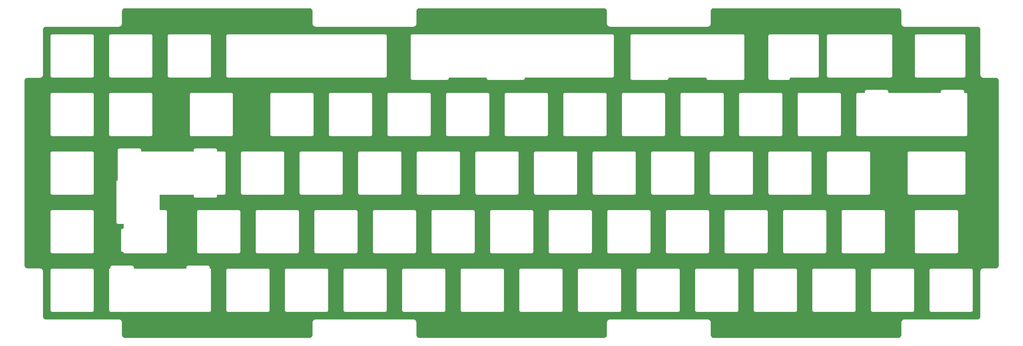
<source format=gbr>
G04 #@! TF.GenerationSoftware,KiCad,Pcbnew,(5.1.10)-1*
G04 #@! TF.CreationDate,2022-05-31T17:31:57+07:00*
G04 #@! TF.ProjectId,FR4 Plate,46523420-506c-4617-9465-2e6b69636164,rev?*
G04 #@! TF.SameCoordinates,Original*
G04 #@! TF.FileFunction,Copper,L2,Bot*
G04 #@! TF.FilePolarity,Positive*
%FSLAX46Y46*%
G04 Gerber Fmt 4.6, Leading zero omitted, Abs format (unit mm)*
G04 Created by KiCad (PCBNEW (5.1.10)-1) date 2022-05-31 17:31:57*
%MOMM*%
%LPD*%
G01*
G04 APERTURE LIST*
G04 #@! TA.AperFunction,NonConductor*
%ADD10C,0.254000*%
G04 #@! TD*
G04 #@! TA.AperFunction,NonConductor*
%ADD11C,0.100000*%
G04 #@! TD*
G04 APERTURE END LIST*
D10*
X-122235430Y5856134D02*
X-122077128Y5808340D01*
X-121931126Y5730709D01*
X-121802982Y5626198D01*
X-121697579Y5498787D01*
X-121618933Y5353335D01*
X-121570034Y5195363D01*
X-121552000Y5023788D01*
X-121551999Y1017537D01*
X-121551306Y1010504D01*
X-121551350Y1004241D01*
X-121551143Y1002129D01*
X-121530742Y808032D01*
X-121527973Y794542D01*
X-121525391Y781005D01*
X-121524777Y778974D01*
X-121467065Y592536D01*
X-121461740Y579869D01*
X-121456566Y567062D01*
X-121455570Y565188D01*
X-121362745Y393512D01*
X-121355046Y382097D01*
X-121347497Y370562D01*
X-121346156Y368917D01*
X-121221752Y218540D01*
X-121211957Y208813D01*
X-121202337Y198989D01*
X-121200702Y197636D01*
X-121049460Y74286D01*
X-121037980Y66659D01*
X-121026618Y58879D01*
X-121024752Y57870D01*
X-120852429Y-33755D01*
X-120839686Y-39008D01*
X-120827030Y-44432D01*
X-120825003Y-45060D01*
X-120638167Y-101469D01*
X-120624607Y-104154D01*
X-120611177Y-107009D01*
X-120609067Y-107231D01*
X-120414833Y-126276D01*
X-120414821Y-126276D01*
X-120407461Y-127001D01*
X-88692538Y-126999D01*
X-88685505Y-126306D01*
X-88679242Y-126350D01*
X-88677130Y-126143D01*
X-88483033Y-105742D01*
X-88469512Y-102967D01*
X-88456006Y-100390D01*
X-88453974Y-99777D01*
X-88267537Y-42065D01*
X-88254857Y-36735D01*
X-88242064Y-31566D01*
X-88240190Y-30570D01*
X-88068514Y62255D01*
X-88057084Y69965D01*
X-88045564Y77503D01*
X-88043920Y78844D01*
X-87893542Y203247D01*
X-87883832Y213025D01*
X-87873991Y222662D01*
X-87872638Y224297D01*
X-87749288Y375540D01*
X-87741628Y387069D01*
X-87733882Y398382D01*
X-87732872Y400248D01*
X-87641247Y572569D01*
X-87635989Y585327D01*
X-87630570Y597969D01*
X-87629942Y599996D01*
X-87573533Y786832D01*
X-87570848Y800392D01*
X-87567993Y813822D01*
X-87567771Y815932D01*
X-87548726Y1010166D01*
X-87548726Y1010167D01*
X-87548000Y1017537D01*
X-87548000Y5017560D01*
X-87531134Y5189568D01*
X-87483340Y5347870D01*
X-87405711Y5493871D01*
X-87301200Y5622014D01*
X-87173791Y5727417D01*
X-87028329Y5806068D01*
X-86870369Y5854965D01*
X-86698789Y5872999D01*
X-26707438Y5872999D01*
X-26535430Y5856133D01*
X-26377128Y5808339D01*
X-26231127Y5730710D01*
X-26102984Y5626199D01*
X-25997581Y5498790D01*
X-25918930Y5353328D01*
X-25870033Y5195368D01*
X-25851999Y5023788D01*
X-25851998Y1017537D01*
X-25851305Y1010504D01*
X-25851349Y1004241D01*
X-25851142Y1002129D01*
X-25830741Y808032D01*
X-25827972Y794542D01*
X-25825390Y781005D01*
X-25824776Y778974D01*
X-25767064Y592536D01*
X-25761739Y579869D01*
X-25756565Y567062D01*
X-25755569Y565188D01*
X-25662744Y393512D01*
X-25655045Y382097D01*
X-25647496Y370562D01*
X-25646155Y368917D01*
X-25521751Y218540D01*
X-25511956Y208813D01*
X-25502336Y198989D01*
X-25500701Y197636D01*
X-25349459Y74286D01*
X-25337979Y66659D01*
X-25326617Y58879D01*
X-25324751Y57870D01*
X-25152428Y-33755D01*
X-25139685Y-39008D01*
X-25127029Y-44432D01*
X-25125002Y-45060D01*
X-24938166Y-101469D01*
X-24924606Y-104154D01*
X-24911176Y-107009D01*
X-24909066Y-107231D01*
X-24714832Y-126276D01*
X-24714821Y-126276D01*
X-24707461Y-127001D01*
X-1007429Y-127001D01*
X-835431Y-143866D01*
X-677129Y-191660D01*
X-531128Y-269289D01*
X-402985Y-373800D01*
X-297582Y-501209D01*
X-218931Y-646671D01*
X-170034Y-804631D01*
X-152000Y-976211D01*
X-151999Y-15607461D01*
X-151306Y-15614494D01*
X-151350Y-15620757D01*
X-151143Y-15622869D01*
X-130742Y-15816966D01*
X-127973Y-15830456D01*
X-125391Y-15843993D01*
X-124777Y-15846024D01*
X-67065Y-16032462D01*
X-61740Y-16045129D01*
X-56566Y-16057936D01*
X-55570Y-16059810D01*
X37255Y-16231486D01*
X44954Y-16242901D01*
X52503Y-16254436D01*
X53844Y-16256081D01*
X178248Y-16406458D01*
X188043Y-16416185D01*
X197663Y-16426009D01*
X199298Y-16427362D01*
X350540Y-16550712D01*
X362020Y-16558339D01*
X373382Y-16566119D01*
X375248Y-16567128D01*
X547571Y-16658753D01*
X560314Y-16664006D01*
X572970Y-16669430D01*
X574997Y-16670058D01*
X761833Y-16726467D01*
X775393Y-16729152D01*
X788823Y-16732007D01*
X790933Y-16732229D01*
X985167Y-16751274D01*
X985178Y-16751274D01*
X992538Y-16751999D01*
X4992560Y-16751999D01*
X5164568Y-16768865D01*
X5322870Y-16816659D01*
X5468871Y-16894288D01*
X5597014Y-16998799D01*
X5702417Y-17126208D01*
X5781068Y-17271670D01*
X5829965Y-17429630D01*
X5847999Y-17601210D01*
X5848001Y-77592542D01*
X5831133Y-77764569D01*
X5783339Y-77922871D01*
X5705709Y-78068873D01*
X5601199Y-78197015D01*
X5473787Y-78302419D01*
X5328327Y-78381069D01*
X5170368Y-78429966D01*
X4998788Y-78448000D01*
X992538Y-78448000D01*
X985496Y-78448694D01*
X979242Y-78448650D01*
X977130Y-78448857D01*
X783033Y-78469258D01*
X769512Y-78472033D01*
X756006Y-78474610D01*
X753974Y-78475223D01*
X567537Y-78532935D01*
X554870Y-78538260D01*
X542063Y-78543434D01*
X540189Y-78544430D01*
X368512Y-78637255D01*
X357080Y-78644966D01*
X345563Y-78652503D01*
X343918Y-78653844D01*
X193540Y-78778248D01*
X183795Y-78788062D01*
X173990Y-78797663D01*
X172637Y-78799298D01*
X49287Y-78950540D01*
X41643Y-78962046D01*
X33881Y-78973382D01*
X32871Y-78975248D01*
X-58754Y-79147570D01*
X-64012Y-79160328D01*
X-69431Y-79172970D01*
X-70059Y-79174997D01*
X-126468Y-79361833D01*
X-129148Y-79375368D01*
X-132008Y-79388823D01*
X-132230Y-79390934D01*
X-151275Y-79585167D01*
X-151275Y-79585179D01*
X-152000Y-79592539D01*
X-151999Y-94217552D01*
X-168866Y-94389569D01*
X-216660Y-94547871D01*
X-294290Y-94693873D01*
X-398800Y-94822015D01*
X-526212Y-94927419D01*
X-671672Y-95006069D01*
X-829631Y-95054966D01*
X-1001211Y-95073000D01*
X-24707461Y-95073000D01*
X-24714503Y-95073694D01*
X-24720757Y-95073650D01*
X-24722869Y-95073857D01*
X-24916966Y-95094258D01*
X-24930487Y-95097033D01*
X-24943993Y-95099610D01*
X-24946025Y-95100223D01*
X-25132462Y-95157935D01*
X-25145142Y-95163265D01*
X-25157935Y-95168434D01*
X-25159809Y-95169430D01*
X-25331486Y-95262255D01*
X-25342950Y-95269988D01*
X-25354434Y-95277503D01*
X-25356079Y-95278844D01*
X-25506457Y-95403247D01*
X-25516184Y-95413042D01*
X-25526008Y-95422662D01*
X-25527361Y-95424297D01*
X-25650711Y-95575540D01*
X-25658343Y-95587028D01*
X-25666117Y-95598381D01*
X-25667127Y-95600248D01*
X-25758752Y-95772569D01*
X-25764015Y-95785338D01*
X-25769429Y-95797969D01*
X-25770057Y-95799996D01*
X-25826466Y-95986832D01*
X-25829146Y-96000367D01*
X-25832006Y-96013822D01*
X-25832228Y-96015933D01*
X-25851273Y-96210166D01*
X-25851999Y-96217539D01*
X-25851998Y-100217551D01*
X-25868865Y-100389569D01*
X-25916659Y-100547871D01*
X-25994289Y-100693872D01*
X-26098801Y-100822017D01*
X-26226209Y-100927417D01*
X-26371668Y-101006068D01*
X-26529631Y-101054966D01*
X-26701211Y-101073000D01*
X-86692561Y-101073000D01*
X-86864568Y-101056134D01*
X-87022870Y-101008340D01*
X-87168872Y-100930710D01*
X-87297014Y-100826200D01*
X-87402418Y-100698788D01*
X-87481068Y-100553328D01*
X-87529965Y-100395369D01*
X-87547999Y-100223789D01*
X-87547999Y-96217538D01*
X-87548693Y-96210496D01*
X-87548649Y-96204242D01*
X-87548856Y-96202130D01*
X-87569257Y-96008033D01*
X-87572032Y-95994512D01*
X-87574609Y-95981006D01*
X-87575222Y-95978974D01*
X-87632934Y-95792537D01*
X-87638259Y-95779870D01*
X-87643433Y-95767063D01*
X-87644429Y-95765189D01*
X-87737254Y-95593512D01*
X-87744965Y-95582080D01*
X-87752502Y-95570563D01*
X-87753843Y-95568918D01*
X-87878247Y-95418540D01*
X-87888061Y-95408795D01*
X-87897662Y-95398990D01*
X-87899297Y-95397637D01*
X-88050539Y-95274287D01*
X-88062045Y-95266643D01*
X-88073381Y-95258881D01*
X-88075247Y-95257871D01*
X-88247569Y-95166246D01*
X-88260327Y-95160988D01*
X-88272969Y-95155569D01*
X-88274996Y-95154941D01*
X-88461832Y-95098532D01*
X-88475367Y-95095852D01*
X-88488822Y-95092992D01*
X-88490933Y-95092770D01*
X-88685166Y-95073725D01*
X-88685178Y-95073725D01*
X-88692538Y-95073000D01*
X-120407462Y-95073000D01*
X-120414504Y-95073694D01*
X-120420758Y-95073650D01*
X-120422870Y-95073857D01*
X-120616967Y-95094258D01*
X-120630488Y-95097033D01*
X-120643994Y-95099610D01*
X-120646026Y-95100223D01*
X-120832463Y-95157935D01*
X-120845143Y-95163265D01*
X-120857936Y-95168434D01*
X-120859810Y-95169430D01*
X-121031487Y-95262255D01*
X-121042951Y-95269988D01*
X-121054435Y-95277503D01*
X-121056080Y-95278844D01*
X-121206458Y-95403247D01*
X-121216185Y-95413042D01*
X-121226009Y-95422662D01*
X-121227362Y-95424297D01*
X-121350712Y-95575540D01*
X-121358344Y-95587028D01*
X-121366118Y-95598381D01*
X-121367128Y-95600248D01*
X-121458753Y-95772569D01*
X-121464016Y-95785338D01*
X-121469430Y-95797969D01*
X-121470058Y-95799996D01*
X-121526467Y-95986832D01*
X-121529147Y-96000367D01*
X-121532007Y-96013822D01*
X-121532229Y-96015933D01*
X-121551274Y-96210166D01*
X-121552000Y-96217539D01*
X-121551999Y-100217552D01*
X-121568866Y-100389569D01*
X-121616660Y-100547871D01*
X-121694290Y-100693873D01*
X-121798800Y-100822015D01*
X-121926212Y-100927419D01*
X-122071672Y-101006069D01*
X-122229631Y-101054966D01*
X-122401211Y-101073000D01*
X-182392551Y-101073000D01*
X-182564568Y-101056133D01*
X-182722869Y-101008340D01*
X-182868871Y-100930711D01*
X-182997014Y-100826199D01*
X-183102419Y-100698788D01*
X-183181068Y-100553332D01*
X-183229966Y-100395369D01*
X-183248000Y-100223789D01*
X-183248000Y-96217538D01*
X-183248694Y-96210496D01*
X-183248650Y-96204242D01*
X-183248857Y-96202130D01*
X-183269258Y-96008033D01*
X-183272029Y-95994536D01*
X-183274609Y-95981007D01*
X-183275222Y-95978975D01*
X-183332933Y-95792537D01*
X-183338279Y-95779820D01*
X-183343433Y-95767063D01*
X-183344429Y-95765189D01*
X-183437256Y-95593512D01*
X-183444966Y-95582082D01*
X-183452503Y-95570564D01*
X-183453844Y-95568919D01*
X-183578247Y-95418541D01*
X-183588042Y-95408814D01*
X-183597662Y-95398990D01*
X-183599297Y-95397637D01*
X-183750539Y-95274287D01*
X-183762019Y-95266660D01*
X-183773381Y-95258880D01*
X-183775248Y-95257870D01*
X-183947569Y-95166245D01*
X-183960338Y-95160982D01*
X-183972969Y-95155568D01*
X-183974996Y-95154940D01*
X-184161832Y-95098531D01*
X-184175367Y-95095851D01*
X-184188822Y-95092991D01*
X-184190933Y-95092769D01*
X-184385166Y-95073724D01*
X-184385179Y-95073724D01*
X-184392539Y-95072999D01*
X-216107461Y-95073001D01*
X-216114494Y-95073694D01*
X-216120757Y-95073650D01*
X-216122869Y-95073857D01*
X-216316966Y-95094258D01*
X-216330487Y-95097033D01*
X-216343993Y-95099610D01*
X-216346025Y-95100223D01*
X-216532462Y-95157935D01*
X-216545142Y-95163265D01*
X-216557935Y-95168434D01*
X-216559809Y-95169430D01*
X-216731486Y-95262255D01*
X-216742950Y-95269988D01*
X-216754434Y-95277503D01*
X-216756079Y-95278844D01*
X-216906457Y-95403247D01*
X-216916184Y-95413042D01*
X-216926008Y-95422662D01*
X-216927361Y-95424297D01*
X-217050711Y-95575540D01*
X-217058343Y-95587028D01*
X-217066117Y-95598381D01*
X-217067127Y-95600248D01*
X-217158752Y-95772569D01*
X-217164015Y-95785338D01*
X-217169429Y-95797969D01*
X-217170057Y-95799996D01*
X-217226466Y-95986832D01*
X-217229146Y-96000367D01*
X-217232006Y-96013822D01*
X-217232228Y-96015933D01*
X-217251273Y-96210166D01*
X-217251999Y-96217539D01*
X-217251998Y-100217551D01*
X-217268865Y-100389569D01*
X-217316659Y-100547871D01*
X-217394289Y-100693872D01*
X-217498801Y-100822017D01*
X-217626209Y-100927417D01*
X-217771668Y-101006068D01*
X-217929631Y-101054966D01*
X-218101211Y-101073000D01*
X-278092550Y-101073000D01*
X-278264567Y-101056133D01*
X-278422868Y-101008340D01*
X-278568870Y-100930711D01*
X-278697013Y-100826199D01*
X-278802418Y-100698788D01*
X-278881067Y-100553332D01*
X-278929965Y-100395369D01*
X-278947999Y-100223789D01*
X-278947999Y-96217538D01*
X-278948693Y-96210496D01*
X-278948649Y-96204242D01*
X-278948856Y-96202130D01*
X-278969257Y-96008033D01*
X-278972028Y-95994536D01*
X-278974608Y-95981007D01*
X-278975221Y-95978975D01*
X-279032932Y-95792537D01*
X-279038278Y-95779820D01*
X-279043432Y-95767063D01*
X-279044428Y-95765189D01*
X-279137255Y-95593512D01*
X-279144965Y-95582082D01*
X-279152502Y-95570564D01*
X-279153843Y-95568919D01*
X-279278246Y-95418541D01*
X-279288041Y-95408814D01*
X-279297661Y-95398990D01*
X-279299296Y-95397637D01*
X-279450538Y-95274287D01*
X-279462018Y-95266660D01*
X-279473380Y-95258880D01*
X-279475247Y-95257870D01*
X-279647568Y-95166245D01*
X-279660337Y-95160982D01*
X-279672968Y-95155568D01*
X-279674995Y-95154940D01*
X-279861831Y-95098531D01*
X-279875366Y-95095851D01*
X-279888821Y-95092991D01*
X-279890932Y-95092769D01*
X-280085165Y-95073724D01*
X-280085178Y-95073724D01*
X-280092538Y-95072999D01*
X-303792550Y-95073001D01*
X-303964568Y-95056134D01*
X-304122873Y-95008339D01*
X-304268870Y-94930712D01*
X-304397013Y-94826200D01*
X-304502419Y-94698788D01*
X-304581068Y-94553332D01*
X-304629966Y-94395369D01*
X-304648000Y-94223789D01*
X-304648000Y-79592538D01*
X-304648694Y-79585496D01*
X-304648650Y-79579242D01*
X-304648857Y-79577130D01*
X-304669258Y-79383033D01*
X-304672033Y-79369512D01*
X-304674610Y-79356006D01*
X-304675223Y-79353974D01*
X-304725195Y-79192539D01*
X-302426999Y-79192539D01*
X-302426998Y-92207462D01*
X-302426339Y-92214150D01*
X-302426361Y-92217267D01*
X-302426154Y-92219379D01*
X-302415954Y-92316428D01*
X-302413185Y-92329918D01*
X-302410603Y-92343455D01*
X-302409990Y-92345484D01*
X-302409989Y-92345487D01*
X-302409988Y-92345489D01*
X-302381133Y-92438705D01*
X-302375793Y-92451409D01*
X-302370633Y-92464180D01*
X-302369637Y-92466054D01*
X-302323224Y-92551891D01*
X-302315536Y-92563289D01*
X-302307977Y-92574840D01*
X-302306636Y-92576485D01*
X-302244434Y-92651674D01*
X-302234621Y-92661418D01*
X-302225020Y-92671223D01*
X-302223385Y-92672576D01*
X-302147764Y-92734252D01*
X-302136307Y-92741864D01*
X-302124921Y-92749660D01*
X-302123054Y-92750669D01*
X-302036893Y-92796481D01*
X-302024164Y-92801728D01*
X-302011495Y-92807158D01*
X-302009473Y-92807783D01*
X-302009466Y-92807786D01*
X-302009459Y-92807787D01*
X-301916049Y-92835990D01*
X-301902569Y-92838659D01*
X-301889058Y-92841531D01*
X-301886948Y-92841753D01*
X-301789831Y-92851275D01*
X-301789821Y-92851275D01*
X-301782461Y-92852000D01*
X-288767537Y-92852000D01*
X-288760840Y-92851340D01*
X-288757732Y-92851362D01*
X-288755620Y-92851155D01*
X-288658571Y-92840955D01*
X-288645064Y-92838182D01*
X-288631543Y-92835603D01*
X-288629511Y-92834990D01*
X-288536292Y-92806133D01*
X-288523562Y-92800782D01*
X-288510821Y-92795634D01*
X-288508947Y-92794638D01*
X-288423108Y-92748226D01*
X-288411693Y-92740527D01*
X-288400158Y-92732978D01*
X-288398513Y-92731637D01*
X-288323324Y-92669435D01*
X-288313595Y-92659638D01*
X-288303774Y-92650020D01*
X-288302421Y-92648385D01*
X-288240746Y-92572763D01*
X-288233109Y-92561268D01*
X-288225340Y-92549922D01*
X-288224331Y-92548056D01*
X-288178517Y-92461895D01*
X-288173266Y-92449154D01*
X-288167840Y-92436495D01*
X-288167212Y-92434468D01*
X-288139007Y-92341049D01*
X-288136332Y-92327538D01*
X-288133467Y-92314058D01*
X-288133245Y-92311948D01*
X-288123723Y-92214831D01*
X-288123723Y-92214812D01*
X-288122999Y-92207462D01*
X-288122999Y-79192538D01*
X-288123659Y-79185841D01*
X-288123637Y-79182733D01*
X-288123844Y-79180621D01*
X-288134044Y-79083573D01*
X-288136810Y-79070096D01*
X-288139395Y-79056545D01*
X-288140009Y-79054513D01*
X-288168865Y-78961295D01*
X-288174197Y-78948611D01*
X-288179364Y-78935821D01*
X-288180361Y-78933947D01*
X-288226773Y-78848108D01*
X-288234493Y-78836663D01*
X-288242020Y-78825160D01*
X-288243361Y-78823516D01*
X-288243362Y-78823514D01*
X-288243366Y-78823510D01*
X-288305562Y-78748326D01*
X-288315377Y-78738580D01*
X-288324978Y-78728775D01*
X-288326613Y-78727422D01*
X-288360235Y-78700000D01*
X-283377734Y-78700000D01*
X-283376999Y-78707461D01*
X-283376998Y-92207462D01*
X-283376339Y-92214150D01*
X-283376361Y-92217267D01*
X-283376154Y-92219379D01*
X-283365954Y-92316428D01*
X-283363181Y-92329935D01*
X-283360602Y-92343456D01*
X-283359989Y-92345488D01*
X-283331132Y-92438707D01*
X-283325781Y-92451437D01*
X-283320633Y-92464178D01*
X-283319637Y-92466052D01*
X-283273225Y-92551891D01*
X-283265526Y-92563306D01*
X-283257977Y-92574841D01*
X-283256636Y-92576486D01*
X-283194434Y-92651675D01*
X-283184637Y-92661404D01*
X-283175019Y-92671225D01*
X-283173384Y-92672578D01*
X-283097762Y-92734253D01*
X-283086267Y-92741890D01*
X-283074921Y-92749659D01*
X-283073055Y-92750668D01*
X-282986894Y-92796482D01*
X-282974153Y-92801733D01*
X-282961494Y-92807159D01*
X-282959467Y-92807787D01*
X-282866048Y-92835992D01*
X-282852537Y-92838667D01*
X-282839057Y-92841532D01*
X-282836947Y-92841754D01*
X-282739830Y-92851276D01*
X-282739811Y-92851276D01*
X-282732461Y-92852000D01*
X-250667537Y-92852000D01*
X-250660840Y-92851340D01*
X-250657732Y-92851362D01*
X-250655620Y-92851155D01*
X-250558571Y-92840955D01*
X-250545081Y-92838186D01*
X-250531544Y-92835604D01*
X-250529515Y-92834991D01*
X-250529509Y-92834989D01*
X-250436294Y-92806134D01*
X-250423627Y-92800809D01*
X-250410820Y-92795635D01*
X-250408946Y-92794639D01*
X-250323107Y-92748226D01*
X-250311669Y-92740511D01*
X-250300159Y-92732979D01*
X-250298514Y-92731638D01*
X-250223325Y-92669436D01*
X-250213598Y-92659641D01*
X-250203774Y-92650021D01*
X-250202421Y-92648386D01*
X-250140747Y-92572766D01*
X-250133109Y-92561271D01*
X-250125340Y-92549924D01*
X-250124330Y-92548057D01*
X-250078517Y-92461896D01*
X-250073243Y-92449101D01*
X-250067840Y-92436495D01*
X-250067213Y-92434472D01*
X-250067211Y-92434466D01*
X-250039008Y-92341050D01*
X-250036320Y-92327476D01*
X-250033469Y-92314062D01*
X-250033247Y-92311952D01*
X-250033246Y-92311949D01*
X-250033246Y-92311942D01*
X-250023724Y-92214834D01*
X-250023724Y-92214822D01*
X-250022999Y-92207462D01*
X-250022999Y-92207461D01*
X-245276999Y-92207461D01*
X-245276339Y-92214158D01*
X-245276361Y-92217267D01*
X-245276154Y-92219379D01*
X-245265954Y-92316428D01*
X-245263181Y-92329935D01*
X-245260602Y-92343456D01*
X-245259989Y-92345488D01*
X-245231132Y-92438707D01*
X-245225781Y-92451437D01*
X-245220633Y-92464178D01*
X-245219637Y-92466052D01*
X-245173225Y-92551891D01*
X-245165526Y-92563306D01*
X-245157977Y-92574841D01*
X-245156636Y-92576486D01*
X-245094434Y-92651675D01*
X-245084637Y-92661404D01*
X-245075019Y-92671225D01*
X-245073384Y-92672578D01*
X-244997762Y-92734253D01*
X-244986267Y-92741890D01*
X-244974921Y-92749659D01*
X-244973055Y-92750668D01*
X-244886894Y-92796482D01*
X-244874153Y-92801733D01*
X-244861494Y-92807159D01*
X-244859467Y-92807787D01*
X-244766048Y-92835992D01*
X-244752537Y-92838667D01*
X-244739057Y-92841532D01*
X-244736947Y-92841754D01*
X-244639830Y-92851276D01*
X-244639811Y-92851276D01*
X-244632461Y-92852000D01*
X-231617537Y-92852000D01*
X-231610840Y-92851340D01*
X-231607732Y-92851362D01*
X-231605620Y-92851155D01*
X-231508571Y-92840955D01*
X-231495081Y-92838186D01*
X-231481544Y-92835604D01*
X-231479515Y-92834991D01*
X-231479509Y-92834989D01*
X-231386294Y-92806134D01*
X-231373590Y-92800794D01*
X-231360819Y-92795634D01*
X-231358945Y-92794638D01*
X-231273108Y-92748225D01*
X-231261710Y-92740537D01*
X-231250159Y-92732978D01*
X-231248514Y-92731637D01*
X-231173325Y-92669435D01*
X-231163581Y-92659622D01*
X-231153776Y-92650021D01*
X-231152423Y-92648386D01*
X-231090747Y-92572765D01*
X-231083135Y-92561308D01*
X-231075339Y-92549922D01*
X-231074330Y-92548055D01*
X-231028518Y-92461894D01*
X-231023271Y-92449165D01*
X-231017841Y-92436496D01*
X-231017216Y-92434474D01*
X-231017213Y-92434467D01*
X-231017212Y-92434460D01*
X-230989009Y-92341050D01*
X-230986340Y-92327570D01*
X-230983468Y-92314059D01*
X-230983246Y-92311949D01*
X-230973724Y-92214832D01*
X-230973724Y-92214822D01*
X-230972999Y-92207462D01*
X-230972999Y-92207461D01*
X-226226999Y-92207461D01*
X-226226339Y-92214158D01*
X-226226361Y-92217267D01*
X-226226154Y-92219379D01*
X-226215954Y-92316428D01*
X-226213185Y-92329918D01*
X-226210603Y-92343455D01*
X-226209990Y-92345484D01*
X-226209989Y-92345487D01*
X-226209988Y-92345489D01*
X-226181133Y-92438705D01*
X-226175793Y-92451409D01*
X-226170633Y-92464180D01*
X-226169637Y-92466054D01*
X-226123224Y-92551891D01*
X-226115536Y-92563289D01*
X-226107977Y-92574840D01*
X-226106636Y-92576485D01*
X-226044434Y-92651674D01*
X-226034621Y-92661418D01*
X-226025020Y-92671223D01*
X-226023385Y-92672576D01*
X-225947764Y-92734252D01*
X-225936307Y-92741864D01*
X-225924921Y-92749660D01*
X-225923054Y-92750669D01*
X-225836893Y-92796481D01*
X-225824164Y-92801728D01*
X-225811495Y-92807158D01*
X-225809473Y-92807783D01*
X-225809466Y-92807786D01*
X-225809459Y-92807787D01*
X-225716049Y-92835990D01*
X-225702569Y-92838659D01*
X-225689058Y-92841531D01*
X-225686948Y-92841753D01*
X-225589831Y-92851275D01*
X-225589821Y-92851275D01*
X-225582461Y-92852000D01*
X-212567537Y-92852000D01*
X-212560840Y-92851340D01*
X-212557732Y-92851362D01*
X-212555620Y-92851155D01*
X-212458571Y-92840955D01*
X-212445081Y-92838186D01*
X-212431544Y-92835604D01*
X-212429515Y-92834991D01*
X-212429509Y-92834989D01*
X-212336294Y-92806134D01*
X-212323590Y-92800794D01*
X-212310819Y-92795634D01*
X-212308945Y-92794638D01*
X-212223108Y-92748225D01*
X-212211710Y-92740537D01*
X-212200159Y-92732978D01*
X-212198514Y-92731637D01*
X-212123325Y-92669435D01*
X-212113581Y-92659622D01*
X-212103776Y-92650021D01*
X-212102423Y-92648386D01*
X-212040747Y-92572765D01*
X-212033135Y-92561308D01*
X-212025339Y-92549922D01*
X-212024330Y-92548055D01*
X-211978518Y-92461894D01*
X-211973271Y-92449165D01*
X-211967841Y-92436496D01*
X-211967216Y-92434474D01*
X-211967213Y-92434467D01*
X-211967212Y-92434460D01*
X-211939009Y-92341050D01*
X-211936340Y-92327570D01*
X-211933468Y-92314059D01*
X-211933246Y-92311949D01*
X-211923724Y-92214832D01*
X-211923724Y-92214822D01*
X-211922999Y-92207462D01*
X-211922999Y-79192539D01*
X-207176998Y-79192539D01*
X-207176997Y-92207462D01*
X-207176338Y-92214150D01*
X-207176360Y-92217267D01*
X-207176153Y-92219379D01*
X-207165953Y-92316428D01*
X-207163178Y-92329949D01*
X-207160601Y-92343455D01*
X-207159988Y-92345487D01*
X-207131132Y-92438705D01*
X-207125802Y-92451385D01*
X-207120633Y-92464178D01*
X-207119637Y-92466052D01*
X-207073224Y-92551891D01*
X-207065513Y-92563323D01*
X-207057976Y-92574840D01*
X-207056635Y-92576485D01*
X-206994433Y-92651674D01*
X-206984619Y-92661419D01*
X-206975018Y-92671224D01*
X-206973383Y-92672577D01*
X-206897763Y-92734251D01*
X-206886276Y-92741883D01*
X-206874920Y-92749659D01*
X-206873054Y-92750668D01*
X-206786894Y-92796480D01*
X-206774150Y-92801733D01*
X-206761495Y-92807157D01*
X-206759473Y-92807782D01*
X-206759466Y-92807785D01*
X-206759459Y-92807786D01*
X-206666049Y-92835989D01*
X-206652569Y-92838658D01*
X-206639058Y-92841530D01*
X-206636948Y-92841752D01*
X-206539831Y-92851274D01*
X-206539811Y-92851274D01*
X-206532461Y-92851998D01*
X-193517538Y-92852000D01*
X-193510841Y-92851340D01*
X-193507732Y-92851362D01*
X-193505620Y-92851155D01*
X-193408571Y-92840955D01*
X-193395081Y-92838186D01*
X-193381544Y-92835604D01*
X-193379515Y-92834991D01*
X-193379509Y-92834989D01*
X-193286294Y-92806134D01*
X-193273627Y-92800809D01*
X-193260820Y-92795635D01*
X-193258946Y-92794639D01*
X-193173107Y-92748226D01*
X-193161669Y-92740511D01*
X-193150159Y-92732979D01*
X-193148514Y-92731638D01*
X-193073325Y-92669436D01*
X-193063598Y-92659641D01*
X-193053774Y-92650021D01*
X-193052421Y-92648386D01*
X-192990747Y-92572766D01*
X-192983109Y-92561271D01*
X-192975340Y-92549924D01*
X-192974330Y-92548057D01*
X-192928517Y-92461896D01*
X-192923243Y-92449101D01*
X-192917840Y-92436495D01*
X-192917213Y-92434472D01*
X-192917211Y-92434466D01*
X-192889008Y-92341050D01*
X-192886320Y-92327476D01*
X-192883469Y-92314062D01*
X-192883247Y-92311952D01*
X-192883246Y-92311949D01*
X-192883246Y-92311942D01*
X-192873724Y-92214834D01*
X-192873724Y-92214822D01*
X-192872999Y-92207462D01*
X-192872999Y-79192539D01*
X-188126999Y-79192539D01*
X-188126998Y-92207462D01*
X-188126339Y-92214150D01*
X-188126361Y-92217267D01*
X-188126154Y-92219379D01*
X-188115954Y-92316428D01*
X-188113185Y-92329918D01*
X-188110603Y-92343455D01*
X-188109990Y-92345484D01*
X-188109989Y-92345487D01*
X-188109988Y-92345489D01*
X-188081133Y-92438705D01*
X-188075793Y-92451409D01*
X-188070633Y-92464180D01*
X-188069637Y-92466054D01*
X-188023224Y-92551891D01*
X-188015536Y-92563289D01*
X-188007977Y-92574840D01*
X-188006636Y-92576485D01*
X-187944434Y-92651674D01*
X-187934621Y-92661418D01*
X-187925020Y-92671223D01*
X-187923385Y-92672576D01*
X-187847764Y-92734252D01*
X-187836307Y-92741864D01*
X-187824921Y-92749660D01*
X-187823054Y-92750669D01*
X-187736893Y-92796481D01*
X-187724164Y-92801728D01*
X-187711495Y-92807158D01*
X-187709473Y-92807783D01*
X-187709466Y-92807786D01*
X-187709459Y-92807787D01*
X-187616049Y-92835990D01*
X-187602569Y-92838659D01*
X-187589058Y-92841531D01*
X-187586948Y-92841753D01*
X-187489831Y-92851275D01*
X-187489821Y-92851275D01*
X-187482461Y-92852000D01*
X-174467537Y-92852000D01*
X-174460840Y-92851340D01*
X-174457732Y-92851362D01*
X-174455620Y-92851155D01*
X-174358571Y-92840955D01*
X-174345081Y-92838186D01*
X-174331544Y-92835604D01*
X-174329515Y-92834991D01*
X-174329509Y-92834989D01*
X-174236294Y-92806134D01*
X-174223627Y-92800809D01*
X-174210820Y-92795635D01*
X-174208946Y-92794639D01*
X-174123107Y-92748226D01*
X-174111669Y-92740511D01*
X-174100159Y-92732979D01*
X-174098514Y-92731638D01*
X-174023325Y-92669436D01*
X-174013598Y-92659641D01*
X-174003774Y-92650021D01*
X-174002421Y-92648386D01*
X-173940747Y-92572766D01*
X-173933109Y-92561271D01*
X-173925340Y-92549924D01*
X-173924330Y-92548057D01*
X-173878517Y-92461896D01*
X-173873243Y-92449101D01*
X-173867840Y-92436495D01*
X-173867213Y-92434472D01*
X-173867211Y-92434466D01*
X-173839008Y-92341050D01*
X-173836320Y-92327476D01*
X-173833469Y-92314062D01*
X-173833247Y-92311952D01*
X-173833246Y-92311949D01*
X-173833246Y-92311942D01*
X-173823724Y-92214834D01*
X-173823724Y-92214822D01*
X-173822999Y-92207462D01*
X-173822999Y-79192539D01*
X-169076999Y-79192539D01*
X-169076998Y-92207462D01*
X-169076339Y-92214150D01*
X-169076361Y-92217267D01*
X-169076154Y-92219379D01*
X-169065954Y-92316428D01*
X-169063185Y-92329918D01*
X-169060603Y-92343455D01*
X-169059990Y-92345484D01*
X-169059989Y-92345487D01*
X-169059988Y-92345489D01*
X-169031133Y-92438705D01*
X-169025793Y-92451409D01*
X-169020633Y-92464180D01*
X-169019637Y-92466054D01*
X-168973224Y-92551891D01*
X-168965536Y-92563289D01*
X-168957977Y-92574840D01*
X-168956636Y-92576485D01*
X-168894434Y-92651674D01*
X-168884621Y-92661418D01*
X-168875020Y-92671223D01*
X-168873385Y-92672576D01*
X-168797764Y-92734252D01*
X-168786307Y-92741864D01*
X-168774921Y-92749660D01*
X-168773054Y-92750669D01*
X-168686893Y-92796481D01*
X-168674164Y-92801728D01*
X-168661495Y-92807158D01*
X-168659473Y-92807783D01*
X-168659466Y-92807786D01*
X-168659459Y-92807787D01*
X-168566049Y-92835990D01*
X-168552569Y-92838659D01*
X-168539058Y-92841531D01*
X-168536948Y-92841753D01*
X-168439831Y-92851275D01*
X-168439821Y-92851275D01*
X-168432461Y-92852000D01*
X-155417537Y-92852000D01*
X-155410840Y-92851340D01*
X-155407732Y-92851362D01*
X-155405620Y-92851155D01*
X-155308571Y-92840955D01*
X-155295081Y-92838186D01*
X-155281544Y-92835604D01*
X-155279515Y-92834991D01*
X-155279509Y-92834989D01*
X-155186294Y-92806134D01*
X-155173590Y-92800794D01*
X-155160819Y-92795634D01*
X-155158945Y-92794638D01*
X-155073108Y-92748225D01*
X-155061710Y-92740537D01*
X-155050159Y-92732978D01*
X-155048514Y-92731637D01*
X-154973325Y-92669435D01*
X-154963581Y-92659622D01*
X-154953776Y-92650021D01*
X-154952423Y-92648386D01*
X-154890747Y-92572765D01*
X-154883135Y-92561308D01*
X-154875339Y-92549922D01*
X-154874330Y-92548055D01*
X-154828518Y-92461894D01*
X-154823271Y-92449165D01*
X-154817841Y-92436496D01*
X-154817216Y-92434474D01*
X-154817213Y-92434467D01*
X-154817212Y-92434460D01*
X-154789009Y-92341050D01*
X-154786340Y-92327570D01*
X-154783468Y-92314059D01*
X-154783246Y-92311949D01*
X-154773724Y-92214832D01*
X-154773724Y-92214822D01*
X-154772999Y-92207462D01*
X-154772999Y-79192539D01*
X-150026999Y-79192539D01*
X-150026998Y-92207462D01*
X-150026339Y-92214150D01*
X-150026361Y-92217269D01*
X-150026154Y-92219381D01*
X-150015953Y-92316429D01*
X-150013180Y-92329939D01*
X-150010602Y-92343455D01*
X-150009990Y-92345480D01*
X-150009988Y-92345489D01*
X-150009984Y-92345497D01*
X-149981132Y-92438705D01*
X-149975807Y-92451372D01*
X-149970633Y-92464179D01*
X-149969637Y-92466053D01*
X-149923224Y-92551892D01*
X-149915513Y-92563324D01*
X-149907976Y-92574841D01*
X-149906635Y-92576486D01*
X-149844433Y-92651675D01*
X-149834636Y-92661404D01*
X-149825018Y-92671225D01*
X-149823383Y-92672578D01*
X-149747761Y-92734253D01*
X-149736281Y-92741880D01*
X-149724919Y-92749660D01*
X-149723053Y-92750669D01*
X-149636893Y-92796481D01*
X-149624135Y-92801739D01*
X-149611493Y-92807158D01*
X-149609466Y-92807786D01*
X-149516047Y-92835991D01*
X-149502536Y-92838666D01*
X-149489056Y-92841531D01*
X-149486946Y-92841753D01*
X-149389829Y-92851275D01*
X-149389821Y-92851275D01*
X-149382461Y-92852000D01*
X-136367537Y-92852000D01*
X-136360840Y-92851340D01*
X-136357732Y-92851362D01*
X-136355620Y-92851155D01*
X-136258571Y-92840955D01*
X-136245081Y-92838186D01*
X-136231544Y-92835604D01*
X-136229515Y-92834991D01*
X-136229509Y-92834989D01*
X-136136294Y-92806134D01*
X-136123590Y-92800794D01*
X-136110819Y-92795634D01*
X-136108945Y-92794638D01*
X-136023108Y-92748225D01*
X-136011710Y-92740537D01*
X-136000159Y-92732978D01*
X-135998514Y-92731637D01*
X-135923325Y-92669435D01*
X-135913581Y-92659622D01*
X-135903776Y-92650021D01*
X-135902423Y-92648386D01*
X-135840747Y-92572765D01*
X-135833135Y-92561308D01*
X-135825339Y-92549922D01*
X-135824330Y-92548055D01*
X-135778518Y-92461894D01*
X-135773271Y-92449165D01*
X-135767841Y-92436496D01*
X-135767216Y-92434474D01*
X-135767213Y-92434467D01*
X-135767212Y-92434460D01*
X-135739009Y-92341050D01*
X-135736340Y-92327570D01*
X-135733468Y-92314059D01*
X-135733246Y-92311949D01*
X-135723724Y-92214832D01*
X-135723724Y-92214822D01*
X-135722999Y-92207462D01*
X-135722999Y-92207461D01*
X-130976999Y-92207461D01*
X-130976339Y-92214158D01*
X-130976361Y-92217267D01*
X-130976154Y-92219379D01*
X-130965954Y-92316428D01*
X-130963185Y-92329918D01*
X-130960603Y-92343455D01*
X-130959990Y-92345484D01*
X-130959989Y-92345487D01*
X-130959988Y-92345489D01*
X-130931133Y-92438705D01*
X-130925793Y-92451409D01*
X-130920633Y-92464180D01*
X-130919637Y-92466054D01*
X-130873224Y-92551891D01*
X-130865536Y-92563289D01*
X-130857977Y-92574840D01*
X-130856636Y-92576485D01*
X-130794434Y-92651674D01*
X-130784621Y-92661418D01*
X-130775020Y-92671223D01*
X-130773385Y-92672576D01*
X-130697764Y-92734252D01*
X-130686307Y-92741864D01*
X-130674921Y-92749660D01*
X-130673054Y-92750669D01*
X-130586893Y-92796481D01*
X-130574164Y-92801728D01*
X-130561495Y-92807158D01*
X-130559473Y-92807783D01*
X-130559466Y-92807786D01*
X-130559459Y-92807787D01*
X-130466049Y-92835990D01*
X-130452569Y-92838659D01*
X-130439058Y-92841531D01*
X-130436948Y-92841753D01*
X-130339831Y-92851275D01*
X-130339821Y-92851275D01*
X-130332461Y-92852000D01*
X-117317538Y-92852000D01*
X-117310841Y-92851340D01*
X-117307733Y-92851362D01*
X-117305621Y-92851155D01*
X-117208572Y-92840955D01*
X-117195082Y-92838186D01*
X-117181545Y-92835604D01*
X-117179516Y-92834991D01*
X-117179510Y-92834989D01*
X-117086295Y-92806134D01*
X-117073591Y-92800794D01*
X-117060820Y-92795634D01*
X-117058946Y-92794638D01*
X-116973109Y-92748225D01*
X-116961711Y-92740537D01*
X-116950160Y-92732978D01*
X-116948515Y-92731637D01*
X-116873326Y-92669435D01*
X-116863582Y-92659622D01*
X-116853777Y-92650021D01*
X-116852424Y-92648386D01*
X-116790748Y-92572765D01*
X-116783136Y-92561308D01*
X-116775340Y-92549922D01*
X-116774331Y-92548055D01*
X-116728519Y-92461894D01*
X-116723272Y-92449165D01*
X-116717842Y-92436496D01*
X-116717217Y-92434474D01*
X-116717214Y-92434467D01*
X-116717213Y-92434460D01*
X-116689010Y-92341050D01*
X-116686341Y-92327570D01*
X-116683469Y-92314059D01*
X-116683247Y-92311949D01*
X-116673725Y-92214832D01*
X-116673725Y-92214822D01*
X-116673000Y-92207462D01*
X-116673000Y-79192539D01*
X-111927000Y-79192539D01*
X-111926999Y-92207462D01*
X-111926340Y-92214150D01*
X-111926362Y-92217267D01*
X-111926155Y-92219379D01*
X-111915955Y-92316428D01*
X-111913186Y-92329918D01*
X-111910604Y-92343455D01*
X-111909991Y-92345484D01*
X-111909990Y-92345487D01*
X-111909989Y-92345489D01*
X-111881134Y-92438705D01*
X-111875794Y-92451409D01*
X-111870634Y-92464180D01*
X-111869638Y-92466054D01*
X-111823225Y-92551891D01*
X-111815537Y-92563289D01*
X-111807978Y-92574840D01*
X-111806637Y-92576485D01*
X-111744435Y-92651674D01*
X-111734622Y-92661418D01*
X-111725021Y-92671223D01*
X-111723386Y-92672576D01*
X-111647765Y-92734252D01*
X-111636308Y-92741864D01*
X-111624922Y-92749660D01*
X-111623055Y-92750669D01*
X-111536894Y-92796481D01*
X-111524165Y-92801728D01*
X-111511496Y-92807158D01*
X-111509474Y-92807783D01*
X-111509467Y-92807786D01*
X-111509460Y-92807787D01*
X-111416050Y-92835990D01*
X-111402570Y-92838659D01*
X-111389059Y-92841531D01*
X-111386949Y-92841753D01*
X-111289832Y-92851275D01*
X-111289822Y-92851275D01*
X-111282462Y-92852000D01*
X-98267538Y-92852000D01*
X-98260841Y-92851340D01*
X-98257733Y-92851362D01*
X-98255621Y-92851155D01*
X-98158572Y-92840955D01*
X-98145082Y-92838186D01*
X-98131545Y-92835604D01*
X-98129516Y-92834991D01*
X-98129510Y-92834989D01*
X-98036295Y-92806134D01*
X-98023591Y-92800794D01*
X-98010820Y-92795634D01*
X-98008946Y-92794638D01*
X-97923109Y-92748225D01*
X-97911711Y-92740537D01*
X-97900160Y-92732978D01*
X-97898515Y-92731637D01*
X-97823326Y-92669435D01*
X-97813582Y-92659622D01*
X-97803777Y-92650021D01*
X-97802424Y-92648386D01*
X-97740748Y-92572765D01*
X-97733136Y-92561308D01*
X-97725340Y-92549922D01*
X-97724331Y-92548055D01*
X-97678519Y-92461894D01*
X-97673272Y-92449165D01*
X-97667842Y-92436496D01*
X-97667217Y-92434474D01*
X-97667214Y-92434467D01*
X-97667213Y-92434460D01*
X-97639010Y-92341050D01*
X-97636341Y-92327570D01*
X-97633469Y-92314059D01*
X-97633247Y-92311949D01*
X-97623725Y-92214832D01*
X-97623725Y-92214822D01*
X-97623000Y-92207462D01*
X-97623000Y-92207461D01*
X-92877000Y-92207461D01*
X-92876340Y-92214158D01*
X-92876362Y-92217267D01*
X-92876155Y-92219379D01*
X-92865955Y-92316428D01*
X-92863186Y-92329918D01*
X-92860604Y-92343455D01*
X-92859991Y-92345484D01*
X-92859990Y-92345487D01*
X-92859989Y-92345489D01*
X-92831134Y-92438705D01*
X-92825794Y-92451409D01*
X-92820634Y-92464180D01*
X-92819638Y-92466054D01*
X-92773225Y-92551891D01*
X-92765537Y-92563289D01*
X-92757978Y-92574840D01*
X-92756637Y-92576485D01*
X-92694435Y-92651674D01*
X-92684622Y-92661418D01*
X-92675021Y-92671223D01*
X-92673386Y-92672576D01*
X-92597765Y-92734252D01*
X-92586308Y-92741864D01*
X-92574922Y-92749660D01*
X-92573055Y-92750669D01*
X-92486894Y-92796481D01*
X-92474165Y-92801728D01*
X-92461496Y-92807158D01*
X-92459474Y-92807783D01*
X-92459467Y-92807786D01*
X-92459460Y-92807787D01*
X-92366050Y-92835990D01*
X-92352570Y-92838659D01*
X-92339059Y-92841531D01*
X-92336949Y-92841753D01*
X-92239832Y-92851275D01*
X-92239822Y-92851275D01*
X-92232462Y-92852000D01*
X-79217538Y-92852000D01*
X-79210841Y-92851340D01*
X-79207733Y-92851362D01*
X-79205621Y-92851155D01*
X-79108572Y-92840955D01*
X-79095082Y-92838186D01*
X-79081545Y-92835604D01*
X-79079516Y-92834991D01*
X-79079510Y-92834989D01*
X-78986295Y-92806134D01*
X-78973591Y-92800794D01*
X-78960820Y-92795634D01*
X-78958946Y-92794638D01*
X-78873109Y-92748225D01*
X-78861711Y-92740537D01*
X-78850160Y-92732978D01*
X-78848515Y-92731637D01*
X-78773326Y-92669435D01*
X-78763582Y-92659622D01*
X-78753777Y-92650021D01*
X-78752424Y-92648386D01*
X-78690748Y-92572765D01*
X-78683136Y-92561308D01*
X-78675340Y-92549922D01*
X-78674331Y-92548055D01*
X-78628519Y-92461894D01*
X-78623272Y-92449165D01*
X-78617842Y-92436496D01*
X-78617217Y-92434474D01*
X-78617214Y-92434467D01*
X-78617213Y-92434460D01*
X-78589010Y-92341050D01*
X-78586341Y-92327570D01*
X-78583469Y-92314059D01*
X-78583247Y-92311949D01*
X-78573725Y-92214832D01*
X-78573725Y-92214822D01*
X-78573000Y-92207462D01*
X-78573000Y-92207461D01*
X-73827000Y-92207461D01*
X-73826340Y-92214158D01*
X-73826362Y-92217267D01*
X-73826155Y-92219379D01*
X-73815955Y-92316428D01*
X-73813186Y-92329918D01*
X-73810604Y-92343455D01*
X-73809991Y-92345484D01*
X-73809990Y-92345487D01*
X-73809989Y-92345489D01*
X-73781134Y-92438705D01*
X-73775794Y-92451409D01*
X-73770634Y-92464180D01*
X-73769638Y-92466054D01*
X-73723225Y-92551891D01*
X-73715537Y-92563289D01*
X-73707978Y-92574840D01*
X-73706637Y-92576485D01*
X-73644435Y-92651674D01*
X-73634622Y-92661418D01*
X-73625021Y-92671223D01*
X-73623386Y-92672576D01*
X-73547765Y-92734252D01*
X-73536308Y-92741864D01*
X-73524922Y-92749660D01*
X-73523055Y-92750669D01*
X-73436894Y-92796481D01*
X-73424165Y-92801728D01*
X-73411496Y-92807158D01*
X-73409474Y-92807783D01*
X-73409467Y-92807786D01*
X-73409460Y-92807787D01*
X-73316050Y-92835990D01*
X-73302570Y-92838659D01*
X-73289059Y-92841531D01*
X-73286949Y-92841753D01*
X-73189832Y-92851275D01*
X-73189822Y-92851275D01*
X-73182462Y-92852000D01*
X-60167538Y-92852000D01*
X-60160841Y-92851340D01*
X-60157733Y-92851362D01*
X-60155621Y-92851155D01*
X-60058572Y-92840955D01*
X-60045082Y-92838186D01*
X-60031545Y-92835604D01*
X-60029516Y-92834991D01*
X-60029510Y-92834989D01*
X-59936295Y-92806134D01*
X-59923591Y-92800794D01*
X-59910820Y-92795634D01*
X-59908946Y-92794638D01*
X-59823109Y-92748225D01*
X-59811711Y-92740537D01*
X-59800160Y-92732978D01*
X-59798515Y-92731637D01*
X-59723326Y-92669435D01*
X-59713582Y-92659622D01*
X-59703777Y-92650021D01*
X-59702424Y-92648386D01*
X-59640748Y-92572765D01*
X-59633136Y-92561308D01*
X-59625340Y-92549922D01*
X-59624331Y-92548055D01*
X-59578519Y-92461894D01*
X-59573272Y-92449165D01*
X-59567842Y-92436496D01*
X-59567217Y-92434474D01*
X-59567214Y-92434467D01*
X-59567213Y-92434460D01*
X-59539010Y-92341050D01*
X-59536341Y-92327570D01*
X-59533469Y-92314059D01*
X-59533247Y-92311949D01*
X-59523725Y-92214832D01*
X-59523725Y-92214822D01*
X-59523000Y-92207462D01*
X-59523000Y-79192539D01*
X-54777000Y-79192539D01*
X-54776999Y-92207462D01*
X-54776340Y-92214150D01*
X-54776362Y-92217267D01*
X-54776155Y-92219379D01*
X-54765955Y-92316428D01*
X-54763186Y-92329918D01*
X-54760604Y-92343455D01*
X-54759991Y-92345484D01*
X-54759990Y-92345487D01*
X-54759989Y-92345489D01*
X-54731134Y-92438705D01*
X-54725794Y-92451409D01*
X-54720634Y-92464180D01*
X-54719638Y-92466054D01*
X-54673225Y-92551891D01*
X-54665537Y-92563289D01*
X-54657978Y-92574840D01*
X-54656637Y-92576485D01*
X-54594435Y-92651674D01*
X-54584622Y-92661418D01*
X-54575021Y-92671223D01*
X-54573386Y-92672576D01*
X-54497765Y-92734252D01*
X-54486308Y-92741864D01*
X-54474922Y-92749660D01*
X-54473055Y-92750669D01*
X-54386894Y-92796481D01*
X-54374165Y-92801728D01*
X-54361496Y-92807158D01*
X-54359474Y-92807783D01*
X-54359467Y-92807786D01*
X-54359460Y-92807787D01*
X-54266050Y-92835990D01*
X-54252570Y-92838659D01*
X-54239059Y-92841531D01*
X-54236949Y-92841753D01*
X-54139832Y-92851275D01*
X-54139822Y-92851275D01*
X-54132462Y-92852000D01*
X-41117538Y-92852000D01*
X-41110841Y-92851340D01*
X-41107733Y-92851362D01*
X-41105621Y-92851155D01*
X-41008572Y-92840955D01*
X-40995065Y-92838182D01*
X-40981544Y-92835603D01*
X-40979512Y-92834990D01*
X-40886293Y-92806133D01*
X-40873563Y-92800782D01*
X-40860822Y-92795634D01*
X-40858948Y-92794638D01*
X-40773109Y-92748226D01*
X-40761694Y-92740527D01*
X-40750159Y-92732978D01*
X-40748514Y-92731637D01*
X-40673325Y-92669435D01*
X-40663596Y-92659638D01*
X-40653775Y-92650020D01*
X-40652422Y-92648385D01*
X-40590747Y-92572763D01*
X-40583110Y-92561268D01*
X-40575341Y-92549922D01*
X-40574332Y-92548056D01*
X-40528518Y-92461895D01*
X-40523267Y-92449154D01*
X-40517841Y-92436495D01*
X-40517213Y-92434468D01*
X-40489008Y-92341049D01*
X-40486333Y-92327538D01*
X-40483468Y-92314058D01*
X-40483246Y-92311948D01*
X-40473724Y-92214831D01*
X-40473724Y-92214822D01*
X-40472999Y-92207462D01*
X-40472999Y-92207461D01*
X-35726999Y-92207461D01*
X-35726339Y-92214158D01*
X-35726361Y-92217267D01*
X-35726154Y-92219379D01*
X-35715954Y-92316428D01*
X-35713185Y-92329918D01*
X-35710603Y-92343455D01*
X-35709990Y-92345484D01*
X-35709989Y-92345487D01*
X-35709988Y-92345489D01*
X-35681133Y-92438705D01*
X-35675793Y-92451409D01*
X-35670633Y-92464180D01*
X-35669637Y-92466054D01*
X-35623224Y-92551891D01*
X-35615536Y-92563289D01*
X-35607977Y-92574840D01*
X-35606636Y-92576485D01*
X-35544434Y-92651674D01*
X-35534621Y-92661418D01*
X-35525020Y-92671223D01*
X-35523385Y-92672576D01*
X-35447764Y-92734252D01*
X-35436307Y-92741864D01*
X-35424921Y-92749660D01*
X-35423054Y-92750669D01*
X-35336893Y-92796481D01*
X-35324164Y-92801728D01*
X-35311495Y-92807158D01*
X-35309473Y-92807783D01*
X-35309466Y-92807786D01*
X-35309459Y-92807787D01*
X-35216049Y-92835990D01*
X-35202569Y-92838659D01*
X-35189058Y-92841531D01*
X-35186948Y-92841753D01*
X-35089831Y-92851275D01*
X-35089821Y-92851275D01*
X-35082461Y-92852000D01*
X-22067537Y-92852000D01*
X-22060840Y-92851340D01*
X-22057730Y-92851362D01*
X-22055618Y-92851155D01*
X-21958570Y-92840954D01*
X-21945060Y-92838181D01*
X-21931544Y-92835603D01*
X-21929519Y-92834991D01*
X-21929510Y-92834989D01*
X-21929502Y-92834985D01*
X-21836294Y-92806133D01*
X-21823590Y-92800793D01*
X-21810819Y-92795633D01*
X-21808945Y-92794637D01*
X-21723108Y-92748224D01*
X-21711710Y-92740536D01*
X-21700159Y-92732977D01*
X-21698514Y-92731636D01*
X-21623325Y-92669434D01*
X-21613580Y-92659620D01*
X-21603775Y-92650019D01*
X-21602422Y-92648384D01*
X-21540748Y-92572764D01*
X-21533121Y-92561284D01*
X-21525340Y-92549921D01*
X-21524334Y-92548059D01*
X-21524331Y-92548055D01*
X-21524329Y-92548051D01*
X-21478519Y-92461893D01*
X-21473272Y-92449164D01*
X-21467842Y-92436495D01*
X-21467216Y-92434470D01*
X-21467214Y-92434466D01*
X-21467213Y-92434459D01*
X-21439010Y-92341049D01*
X-21436341Y-92327569D01*
X-21433469Y-92314058D01*
X-21433247Y-92311948D01*
X-21423725Y-92214831D01*
X-21422999Y-92207462D01*
X-21422999Y-79192539D01*
X-16676999Y-79192539D01*
X-16676998Y-92207462D01*
X-16676339Y-92214150D01*
X-16676361Y-92217267D01*
X-16676154Y-92219379D01*
X-16665954Y-92316428D01*
X-16663179Y-92329949D01*
X-16660602Y-92343455D01*
X-16659989Y-92345487D01*
X-16631133Y-92438705D01*
X-16625803Y-92451385D01*
X-16620634Y-92464178D01*
X-16619638Y-92466052D01*
X-16573225Y-92551891D01*
X-16565514Y-92563323D01*
X-16557977Y-92574840D01*
X-16556636Y-92576485D01*
X-16494434Y-92651674D01*
X-16484620Y-92661419D01*
X-16475019Y-92671224D01*
X-16473384Y-92672577D01*
X-16397764Y-92734251D01*
X-16386277Y-92741883D01*
X-16374921Y-92749659D01*
X-16373055Y-92750668D01*
X-16286895Y-92796480D01*
X-16274151Y-92801733D01*
X-16261496Y-92807157D01*
X-16259474Y-92807782D01*
X-16259467Y-92807785D01*
X-16259460Y-92807786D01*
X-16166050Y-92835989D01*
X-16152570Y-92838658D01*
X-16139059Y-92841530D01*
X-16136949Y-92841752D01*
X-16039832Y-92851274D01*
X-16032461Y-92852000D01*
X-3017538Y-92852000D01*
X-3010841Y-92851340D01*
X-3007733Y-92851362D01*
X-3005621Y-92851155D01*
X-2908572Y-92840955D01*
X-2895065Y-92838182D01*
X-2881544Y-92835603D01*
X-2879512Y-92834990D01*
X-2786293Y-92806133D01*
X-2773563Y-92800782D01*
X-2760822Y-92795634D01*
X-2758948Y-92794638D01*
X-2673109Y-92748226D01*
X-2661694Y-92740527D01*
X-2650159Y-92732978D01*
X-2648514Y-92731637D01*
X-2573325Y-92669435D01*
X-2563596Y-92659638D01*
X-2553775Y-92650020D01*
X-2552422Y-92648385D01*
X-2490747Y-92572763D01*
X-2483110Y-92561268D01*
X-2475341Y-92549922D01*
X-2474332Y-92548056D01*
X-2428518Y-92461895D01*
X-2423267Y-92449154D01*
X-2417841Y-92436495D01*
X-2417213Y-92434468D01*
X-2389008Y-92341049D01*
X-2386333Y-92327538D01*
X-2383468Y-92314058D01*
X-2383246Y-92311948D01*
X-2373724Y-92214831D01*
X-2373724Y-92214822D01*
X-2372999Y-92207462D01*
X-2372999Y-79192538D01*
X-2373659Y-79185841D01*
X-2373637Y-79182733D01*
X-2373844Y-79180621D01*
X-2384044Y-79083573D01*
X-2386810Y-79070096D01*
X-2389395Y-79056545D01*
X-2390009Y-79054513D01*
X-2418865Y-78961295D01*
X-2424205Y-78948591D01*
X-2429365Y-78935820D01*
X-2430361Y-78933946D01*
X-2476774Y-78848108D01*
X-2484474Y-78836693D01*
X-2492021Y-78825160D01*
X-2493362Y-78823515D01*
X-2555564Y-78748326D01*
X-2565377Y-78738582D01*
X-2574978Y-78728777D01*
X-2576613Y-78727424D01*
X-2652234Y-78665748D01*
X-2663732Y-78658109D01*
X-2675078Y-78650340D01*
X-2676940Y-78649333D01*
X-2676943Y-78649331D01*
X-2676947Y-78649329D01*
X-2763105Y-78603519D01*
X-2775834Y-78598272D01*
X-2788503Y-78592842D01*
X-2790525Y-78592217D01*
X-2790532Y-78592214D01*
X-2790539Y-78592213D01*
X-2883949Y-78564010D01*
X-2897421Y-78561342D01*
X-2910939Y-78558469D01*
X-2913050Y-78558247D01*
X-3010167Y-78548725D01*
X-3010178Y-78548725D01*
X-3017538Y-78548000D01*
X-16032461Y-78548000D01*
X-16039158Y-78548660D01*
X-16042266Y-78548638D01*
X-16044378Y-78548845D01*
X-16141426Y-78559045D01*
X-16154940Y-78561819D01*
X-16168454Y-78564397D01*
X-16170486Y-78565010D01*
X-16263704Y-78593866D01*
X-16276409Y-78599207D01*
X-16289176Y-78604365D01*
X-16291050Y-78605361D01*
X-16376889Y-78651773D01*
X-16388327Y-78659488D01*
X-16399839Y-78667021D01*
X-16401484Y-78668362D01*
X-16476673Y-78730564D01*
X-16486418Y-78740378D01*
X-16496223Y-78749979D01*
X-16497576Y-78751614D01*
X-16559251Y-78827235D01*
X-16566876Y-78838712D01*
X-16574657Y-78850075D01*
X-16575666Y-78851942D01*
X-16621479Y-78938102D01*
X-16626739Y-78950863D01*
X-16632157Y-78963504D01*
X-16632785Y-78965531D01*
X-16660989Y-79058949D01*
X-16663675Y-79072516D01*
X-16666528Y-79085937D01*
X-16666750Y-79088043D01*
X-16666751Y-79088050D01*
X-16666751Y-79088057D01*
X-16676273Y-79185164D01*
X-16676999Y-79192539D01*
X-21422999Y-79192539D01*
X-21422999Y-79192538D01*
X-21423659Y-79185841D01*
X-21423637Y-79182733D01*
X-21423844Y-79180621D01*
X-21434044Y-79083573D01*
X-21436810Y-79070096D01*
X-21439395Y-79056545D01*
X-21440009Y-79054513D01*
X-21468865Y-78961295D01*
X-21474205Y-78948591D01*
X-21479365Y-78935820D01*
X-21480361Y-78933946D01*
X-21526774Y-78848108D01*
X-21534474Y-78836693D01*
X-21542021Y-78825160D01*
X-21543362Y-78823515D01*
X-21605564Y-78748326D01*
X-21615377Y-78738582D01*
X-21624978Y-78728777D01*
X-21626613Y-78727424D01*
X-21702234Y-78665748D01*
X-21713732Y-78658109D01*
X-21725078Y-78650340D01*
X-21726940Y-78649333D01*
X-21726943Y-78649331D01*
X-21726947Y-78649329D01*
X-21813105Y-78603519D01*
X-21825834Y-78598272D01*
X-21838503Y-78592842D01*
X-21840525Y-78592217D01*
X-21840532Y-78592214D01*
X-21840539Y-78592213D01*
X-21933949Y-78564010D01*
X-21947421Y-78561342D01*
X-21960939Y-78558469D01*
X-21963050Y-78558247D01*
X-22060167Y-78548725D01*
X-22060177Y-78548725D01*
X-22067537Y-78548000D01*
X-35082462Y-78548000D01*
X-35089159Y-78548660D01*
X-35092267Y-78548638D01*
X-35094379Y-78548845D01*
X-35191427Y-78559045D01*
X-35204941Y-78561819D01*
X-35218455Y-78564397D01*
X-35220487Y-78565010D01*
X-35313705Y-78593866D01*
X-35326402Y-78599204D01*
X-35339178Y-78604365D01*
X-35341052Y-78605362D01*
X-35426891Y-78651774D01*
X-35438338Y-78659495D01*
X-35449840Y-78667022D01*
X-35451485Y-78668363D01*
X-35526674Y-78730565D01*
X-35536419Y-78740379D01*
X-35546224Y-78749980D01*
X-35547577Y-78751615D01*
X-35609252Y-78827236D01*
X-35616879Y-78838716D01*
X-35624659Y-78850078D01*
X-35625668Y-78851945D01*
X-35671480Y-78938104D01*
X-35676733Y-78950848D01*
X-35682157Y-78963503D01*
X-35682782Y-78965525D01*
X-35682785Y-78965532D01*
X-35682785Y-78965533D01*
X-35710989Y-79058949D01*
X-35713657Y-79072421D01*
X-35716530Y-79085939D01*
X-35716752Y-79088050D01*
X-35726274Y-79185167D01*
X-35726274Y-79185188D01*
X-35726998Y-79192538D01*
X-35726999Y-92207461D01*
X-40472999Y-92207461D01*
X-40472999Y-79192538D01*
X-40473659Y-79185841D01*
X-40473637Y-79182733D01*
X-40473844Y-79180621D01*
X-40484044Y-79083573D01*
X-40486814Y-79070079D01*
X-40489396Y-79056543D01*
X-40490009Y-79054512D01*
X-40518866Y-78961293D01*
X-40524217Y-78948563D01*
X-40529365Y-78935822D01*
X-40530361Y-78933948D01*
X-40576773Y-78848109D01*
X-40584488Y-78836671D01*
X-40592021Y-78825159D01*
X-40593362Y-78823514D01*
X-40655564Y-78748325D01*
X-40665367Y-78738590D01*
X-40674980Y-78728774D01*
X-40676614Y-78727422D01*
X-40752236Y-78665747D01*
X-40763721Y-78658117D01*
X-40775076Y-78650341D01*
X-40776943Y-78649332D01*
X-40776946Y-78649330D01*
X-40776949Y-78649329D01*
X-40863103Y-78603519D01*
X-40875838Y-78598270D01*
X-40888504Y-78592841D01*
X-40890527Y-78592215D01*
X-40890533Y-78592213D01*
X-40983950Y-78564008D01*
X-40997453Y-78561335D01*
X-41010940Y-78558468D01*
X-41013051Y-78558246D01*
X-41110168Y-78548724D01*
X-41110188Y-78548724D01*
X-41117538Y-78548000D01*
X-54132462Y-78548000D01*
X-54139159Y-78548660D01*
X-54142267Y-78548638D01*
X-54144379Y-78548845D01*
X-54241427Y-78559045D01*
X-54254904Y-78561811D01*
X-54268455Y-78564396D01*
X-54270487Y-78565010D01*
X-54363705Y-78593866D01*
X-54376409Y-78599206D01*
X-54389180Y-78604366D01*
X-54391054Y-78605362D01*
X-54476892Y-78651775D01*
X-54488307Y-78659475D01*
X-54499840Y-78667022D01*
X-54501485Y-78668363D01*
X-54576674Y-78730565D01*
X-54586418Y-78740378D01*
X-54596223Y-78749979D01*
X-54597576Y-78751614D01*
X-54659252Y-78827235D01*
X-54666891Y-78838733D01*
X-54674660Y-78850079D01*
X-54675666Y-78851940D01*
X-54675669Y-78851944D01*
X-54675669Y-78851945D01*
X-54721481Y-78938106D01*
X-54726728Y-78950835D01*
X-54732158Y-78963504D01*
X-54732783Y-78965526D01*
X-54732786Y-78965533D01*
X-54732786Y-78965534D01*
X-54760990Y-79058950D01*
X-54763658Y-79072422D01*
X-54766531Y-79085940D01*
X-54766753Y-79088051D01*
X-54776275Y-79185168D01*
X-54776275Y-79185179D01*
X-54777000Y-79192539D01*
X-59523000Y-79192539D01*
X-59523000Y-79192538D01*
X-59523660Y-79185841D01*
X-59523638Y-79182733D01*
X-59523845Y-79180621D01*
X-59534045Y-79083573D01*
X-59536819Y-79070059D01*
X-59539397Y-79056545D01*
X-59540010Y-79054513D01*
X-59568866Y-78961295D01*
X-59574204Y-78948598D01*
X-59579365Y-78935822D01*
X-59580362Y-78933948D01*
X-59626774Y-78848109D01*
X-59634495Y-78836662D01*
X-59642022Y-78825160D01*
X-59643363Y-78823515D01*
X-59705565Y-78748326D01*
X-59715379Y-78738581D01*
X-59724980Y-78728776D01*
X-59726615Y-78727423D01*
X-59802236Y-78665748D01*
X-59813716Y-78658121D01*
X-59825078Y-78650341D01*
X-59826945Y-78649332D01*
X-59913104Y-78603520D01*
X-59925848Y-78598267D01*
X-59938503Y-78592843D01*
X-59940525Y-78592218D01*
X-59940532Y-78592215D01*
X-59940539Y-78592214D01*
X-60033949Y-78564011D01*
X-60047421Y-78561343D01*
X-60060939Y-78558470D01*
X-60063050Y-78558248D01*
X-60160167Y-78548726D01*
X-60167538Y-78548000D01*
X-73182462Y-78548000D01*
X-73189159Y-78548660D01*
X-73192267Y-78548638D01*
X-73194379Y-78548845D01*
X-73291427Y-78559045D01*
X-73304904Y-78561811D01*
X-73318455Y-78564396D01*
X-73320487Y-78565010D01*
X-73413705Y-78593866D01*
X-73426409Y-78599206D01*
X-73439180Y-78604366D01*
X-73441054Y-78605362D01*
X-73526892Y-78651775D01*
X-73538307Y-78659475D01*
X-73549840Y-78667022D01*
X-73551485Y-78668363D01*
X-73626674Y-78730565D01*
X-73636418Y-78740378D01*
X-73646223Y-78749979D01*
X-73647576Y-78751614D01*
X-73709252Y-78827235D01*
X-73716891Y-78838733D01*
X-73724660Y-78850079D01*
X-73725666Y-78851940D01*
X-73725669Y-78851944D01*
X-73725669Y-78851945D01*
X-73771481Y-78938106D01*
X-73776728Y-78950835D01*
X-73782158Y-78963504D01*
X-73782783Y-78965526D01*
X-73782786Y-78965533D01*
X-73782786Y-78965534D01*
X-73810990Y-79058950D01*
X-73813658Y-79072422D01*
X-73816531Y-79085940D01*
X-73816753Y-79088051D01*
X-73826275Y-79185168D01*
X-73826275Y-79185188D01*
X-73826999Y-79192538D01*
X-73827000Y-92207461D01*
X-78573000Y-92207461D01*
X-78573000Y-79192538D01*
X-78573660Y-79185841D01*
X-78573638Y-79182733D01*
X-78573845Y-79180621D01*
X-78584045Y-79083573D01*
X-78586811Y-79070096D01*
X-78589396Y-79056545D01*
X-78590010Y-79054513D01*
X-78618866Y-78961295D01*
X-78624206Y-78948591D01*
X-78629366Y-78935820D01*
X-78630362Y-78933946D01*
X-78676775Y-78848108D01*
X-78684475Y-78836693D01*
X-78692022Y-78825160D01*
X-78693363Y-78823515D01*
X-78755565Y-78748326D01*
X-78765378Y-78738582D01*
X-78774979Y-78728777D01*
X-78776614Y-78727424D01*
X-78852235Y-78665748D01*
X-78863733Y-78658109D01*
X-78875079Y-78650340D01*
X-78876941Y-78649333D01*
X-78876944Y-78649331D01*
X-78876948Y-78649329D01*
X-78963106Y-78603519D01*
X-78975835Y-78598272D01*
X-78988504Y-78592842D01*
X-78990526Y-78592217D01*
X-78990533Y-78592214D01*
X-78990540Y-78592213D01*
X-79083950Y-78564010D01*
X-79097422Y-78561342D01*
X-79110940Y-78558469D01*
X-79113051Y-78558247D01*
X-79210168Y-78548725D01*
X-79210178Y-78548725D01*
X-79217538Y-78548000D01*
X-92232462Y-78548000D01*
X-92239159Y-78548660D01*
X-92242267Y-78548638D01*
X-92244379Y-78548845D01*
X-92341427Y-78559045D01*
X-92354904Y-78561811D01*
X-92368455Y-78564396D01*
X-92370487Y-78565010D01*
X-92463705Y-78593866D01*
X-92476409Y-78599206D01*
X-92489180Y-78604366D01*
X-92491054Y-78605362D01*
X-92576892Y-78651775D01*
X-92588307Y-78659475D01*
X-92599840Y-78667022D01*
X-92601485Y-78668363D01*
X-92676674Y-78730565D01*
X-92686418Y-78740378D01*
X-92696223Y-78749979D01*
X-92697576Y-78751614D01*
X-92759252Y-78827235D01*
X-92766891Y-78838733D01*
X-92774660Y-78850079D01*
X-92775666Y-78851940D01*
X-92775669Y-78851944D01*
X-92775669Y-78851945D01*
X-92821481Y-78938106D01*
X-92826728Y-78950835D01*
X-92832158Y-78963504D01*
X-92832783Y-78965526D01*
X-92832786Y-78965533D01*
X-92832786Y-78965534D01*
X-92860990Y-79058950D01*
X-92863658Y-79072422D01*
X-92866531Y-79085940D01*
X-92866753Y-79088051D01*
X-92876275Y-79185168D01*
X-92876275Y-79185188D01*
X-92876999Y-79192538D01*
X-92877000Y-92207461D01*
X-97623000Y-92207461D01*
X-97623000Y-79192538D01*
X-97623660Y-79185841D01*
X-97623638Y-79182733D01*
X-97623845Y-79180621D01*
X-97634045Y-79083573D01*
X-97636811Y-79070096D01*
X-97639396Y-79056545D01*
X-97640010Y-79054513D01*
X-97668866Y-78961295D01*
X-97674206Y-78948591D01*
X-97679366Y-78935820D01*
X-97680362Y-78933946D01*
X-97726775Y-78848108D01*
X-97734475Y-78836693D01*
X-97742022Y-78825160D01*
X-97743363Y-78823515D01*
X-97805565Y-78748326D01*
X-97815378Y-78738582D01*
X-97824979Y-78728777D01*
X-97826614Y-78727424D01*
X-97902235Y-78665748D01*
X-97913733Y-78658109D01*
X-97925079Y-78650340D01*
X-97926941Y-78649333D01*
X-97926944Y-78649331D01*
X-97926948Y-78649329D01*
X-98013106Y-78603519D01*
X-98025835Y-78598272D01*
X-98038504Y-78592842D01*
X-98040526Y-78592217D01*
X-98040533Y-78592214D01*
X-98040540Y-78592213D01*
X-98133950Y-78564010D01*
X-98147422Y-78561342D01*
X-98160940Y-78558469D01*
X-98163051Y-78558247D01*
X-98260168Y-78548725D01*
X-98260178Y-78548725D01*
X-98267538Y-78548000D01*
X-111282462Y-78548000D01*
X-111289159Y-78548660D01*
X-111292267Y-78548638D01*
X-111294379Y-78548845D01*
X-111391427Y-78559045D01*
X-111404904Y-78561811D01*
X-111418455Y-78564396D01*
X-111420487Y-78565010D01*
X-111513705Y-78593866D01*
X-111526409Y-78599206D01*
X-111539180Y-78604366D01*
X-111541054Y-78605362D01*
X-111626892Y-78651775D01*
X-111638307Y-78659475D01*
X-111649840Y-78667022D01*
X-111651485Y-78668363D01*
X-111726674Y-78730565D01*
X-111736418Y-78740378D01*
X-111746223Y-78749979D01*
X-111747576Y-78751614D01*
X-111809252Y-78827235D01*
X-111816891Y-78838733D01*
X-111824660Y-78850079D01*
X-111825666Y-78851940D01*
X-111825669Y-78851944D01*
X-111825669Y-78851945D01*
X-111871481Y-78938106D01*
X-111876728Y-78950835D01*
X-111882158Y-78963504D01*
X-111882783Y-78965526D01*
X-111882786Y-78965533D01*
X-111882786Y-78965534D01*
X-111910990Y-79058950D01*
X-111913658Y-79072422D01*
X-111916531Y-79085940D01*
X-111916753Y-79088051D01*
X-111926275Y-79185168D01*
X-111926275Y-79185179D01*
X-111927000Y-79192539D01*
X-116673000Y-79192539D01*
X-116673000Y-79192538D01*
X-116673660Y-79185841D01*
X-116673638Y-79182733D01*
X-116673845Y-79180621D01*
X-116684045Y-79083573D01*
X-116686811Y-79070096D01*
X-116689396Y-79056545D01*
X-116690010Y-79054513D01*
X-116718866Y-78961295D01*
X-116724206Y-78948591D01*
X-116729366Y-78935820D01*
X-116730362Y-78933946D01*
X-116776775Y-78848108D01*
X-116784475Y-78836693D01*
X-116792022Y-78825160D01*
X-116793363Y-78823515D01*
X-116855565Y-78748326D01*
X-116865378Y-78738582D01*
X-116874979Y-78728777D01*
X-116876614Y-78727424D01*
X-116952235Y-78665748D01*
X-116963733Y-78658109D01*
X-116975079Y-78650340D01*
X-116976941Y-78649333D01*
X-116976944Y-78649331D01*
X-116976948Y-78649329D01*
X-117063106Y-78603519D01*
X-117075835Y-78598272D01*
X-117088504Y-78592842D01*
X-117090526Y-78592217D01*
X-117090533Y-78592214D01*
X-117090540Y-78592213D01*
X-117183950Y-78564010D01*
X-117197422Y-78561342D01*
X-117210940Y-78558469D01*
X-117213051Y-78558247D01*
X-117310168Y-78548725D01*
X-117310178Y-78548725D01*
X-117317538Y-78548000D01*
X-130332461Y-78548000D01*
X-130339158Y-78548660D01*
X-130342267Y-78548638D01*
X-130344379Y-78548845D01*
X-130441428Y-78559046D01*
X-130454925Y-78561817D01*
X-130468454Y-78564397D01*
X-130470484Y-78565010D01*
X-130470490Y-78565012D01*
X-130563704Y-78593867D01*
X-130576408Y-78599207D01*
X-130589179Y-78604367D01*
X-130591053Y-78605363D01*
X-130676891Y-78651776D01*
X-130688306Y-78659476D01*
X-130699839Y-78667023D01*
X-130701484Y-78668364D01*
X-130776673Y-78730566D01*
X-130786418Y-78740380D01*
X-130796223Y-78749981D01*
X-130797576Y-78751616D01*
X-130859251Y-78827237D01*
X-130866885Y-78838727D01*
X-130874658Y-78850080D01*
X-130875667Y-78851946D01*
X-130921479Y-78938107D01*
X-130926726Y-78950836D01*
X-130932156Y-78963505D01*
X-130932781Y-78965527D01*
X-130932784Y-78965534D01*
X-130932785Y-78965541D01*
X-130960988Y-79058951D01*
X-130963656Y-79072423D01*
X-130966529Y-79085941D01*
X-130966751Y-79088052D01*
X-130976273Y-79185169D01*
X-130976273Y-79185188D01*
X-130976997Y-79192538D01*
X-130976999Y-92207461D01*
X-135722999Y-92207461D01*
X-135722999Y-79192538D01*
X-135723659Y-79185841D01*
X-135723637Y-79182733D01*
X-135723844Y-79180621D01*
X-135734044Y-79083573D01*
X-135736810Y-79070096D01*
X-135739395Y-79056545D01*
X-135740009Y-79054513D01*
X-135768865Y-78961295D01*
X-135774205Y-78948591D01*
X-135779365Y-78935820D01*
X-135780361Y-78933946D01*
X-135826774Y-78848108D01*
X-135834474Y-78836693D01*
X-135842021Y-78825160D01*
X-135843362Y-78823515D01*
X-135905564Y-78748326D01*
X-135915377Y-78738582D01*
X-135924978Y-78728777D01*
X-135926613Y-78727424D01*
X-136002234Y-78665748D01*
X-136013732Y-78658109D01*
X-136025078Y-78650340D01*
X-136026940Y-78649333D01*
X-136026943Y-78649331D01*
X-136026947Y-78649329D01*
X-136113105Y-78603519D01*
X-136125834Y-78598272D01*
X-136138503Y-78592842D01*
X-136140525Y-78592217D01*
X-136140532Y-78592214D01*
X-136140539Y-78592213D01*
X-136233949Y-78564010D01*
X-136247421Y-78561342D01*
X-136260939Y-78558469D01*
X-136263050Y-78558247D01*
X-136360167Y-78548725D01*
X-136360177Y-78548725D01*
X-136367537Y-78548000D01*
X-149382461Y-78548000D01*
X-149389158Y-78548660D01*
X-149392266Y-78548638D01*
X-149394378Y-78548845D01*
X-149491426Y-78559045D01*
X-149504903Y-78561811D01*
X-149518454Y-78564396D01*
X-149520486Y-78565010D01*
X-149613704Y-78593866D01*
X-149626408Y-78599206D01*
X-149639179Y-78604366D01*
X-149641053Y-78605362D01*
X-149726891Y-78651775D01*
X-149738306Y-78659475D01*
X-149749839Y-78667022D01*
X-149751484Y-78668363D01*
X-149826673Y-78730565D01*
X-149836417Y-78740378D01*
X-149846222Y-78749979D01*
X-149847575Y-78751614D01*
X-149909251Y-78827235D01*
X-149916890Y-78838733D01*
X-149924659Y-78850079D01*
X-149925665Y-78851940D01*
X-149925668Y-78851944D01*
X-149925668Y-78851945D01*
X-149971480Y-78938106D01*
X-149976727Y-78950835D01*
X-149982157Y-78963504D01*
X-149982782Y-78965526D01*
X-149982785Y-78965533D01*
X-149982785Y-78965534D01*
X-150010989Y-79058950D01*
X-150013657Y-79072422D01*
X-150016530Y-79085940D01*
X-150016752Y-79088051D01*
X-150026274Y-79185168D01*
X-150026274Y-79185179D01*
X-150026999Y-79192539D01*
X-154772999Y-79192539D01*
X-154772999Y-79192538D01*
X-154773659Y-79185841D01*
X-154773637Y-79182733D01*
X-154773844Y-79180621D01*
X-154784044Y-79083573D01*
X-154786810Y-79070096D01*
X-154789395Y-79056545D01*
X-154790009Y-79054513D01*
X-154818865Y-78961295D01*
X-154824205Y-78948591D01*
X-154829365Y-78935820D01*
X-154830361Y-78933946D01*
X-154876774Y-78848108D01*
X-154884474Y-78836693D01*
X-154892021Y-78825160D01*
X-154893362Y-78823515D01*
X-154955564Y-78748326D01*
X-154965377Y-78738582D01*
X-154974978Y-78728777D01*
X-154976613Y-78727424D01*
X-155052234Y-78665748D01*
X-155063732Y-78658109D01*
X-155075078Y-78650340D01*
X-155076940Y-78649333D01*
X-155076943Y-78649331D01*
X-155076947Y-78649329D01*
X-155163105Y-78603519D01*
X-155175834Y-78598272D01*
X-155188503Y-78592842D01*
X-155190525Y-78592217D01*
X-155190532Y-78592214D01*
X-155190539Y-78592213D01*
X-155283949Y-78564010D01*
X-155297421Y-78561342D01*
X-155310939Y-78558469D01*
X-155313050Y-78558247D01*
X-155410167Y-78548725D01*
X-155410177Y-78548725D01*
X-155417537Y-78548000D01*
X-168432461Y-78548000D01*
X-168439158Y-78548660D01*
X-168442266Y-78548638D01*
X-168444378Y-78548845D01*
X-168541426Y-78559045D01*
X-168554940Y-78561819D01*
X-168568454Y-78564397D01*
X-168570486Y-78565010D01*
X-168663704Y-78593866D01*
X-168676401Y-78599204D01*
X-168689177Y-78604365D01*
X-168691051Y-78605362D01*
X-168776890Y-78651774D01*
X-168788337Y-78659495D01*
X-168799839Y-78667022D01*
X-168801484Y-78668363D01*
X-168876673Y-78730565D01*
X-168886418Y-78740379D01*
X-168896223Y-78749980D01*
X-168897576Y-78751615D01*
X-168959251Y-78827236D01*
X-168966878Y-78838716D01*
X-168974658Y-78850078D01*
X-168975667Y-78851945D01*
X-169021479Y-78938104D01*
X-169026732Y-78950848D01*
X-169032156Y-78963503D01*
X-169032781Y-78965525D01*
X-169032784Y-78965532D01*
X-169032784Y-78965533D01*
X-169060988Y-79058949D01*
X-169063656Y-79072421D01*
X-169066529Y-79085939D01*
X-169066751Y-79088050D01*
X-169076273Y-79185164D01*
X-169076999Y-79192539D01*
X-173822999Y-79192539D01*
X-173822999Y-79192538D01*
X-173823659Y-79185841D01*
X-173823637Y-79182733D01*
X-173823844Y-79180621D01*
X-173834044Y-79083573D01*
X-173836818Y-79070059D01*
X-173839396Y-79056545D01*
X-173840009Y-79054513D01*
X-173868865Y-78961295D01*
X-173874206Y-78948590D01*
X-173879364Y-78935823D01*
X-173880360Y-78933949D01*
X-173926772Y-78848110D01*
X-173934487Y-78836672D01*
X-173942020Y-78825160D01*
X-173943361Y-78823515D01*
X-174005563Y-78748326D01*
X-174015377Y-78738581D01*
X-174024978Y-78728776D01*
X-174026613Y-78727423D01*
X-174102234Y-78665748D01*
X-174113711Y-78658123D01*
X-174125074Y-78650342D01*
X-174126941Y-78649333D01*
X-174213101Y-78603520D01*
X-174225862Y-78598260D01*
X-174238503Y-78592842D01*
X-174240530Y-78592214D01*
X-174333948Y-78564010D01*
X-174347515Y-78561324D01*
X-174360936Y-78558471D01*
X-174363042Y-78558249D01*
X-174363049Y-78558248D01*
X-174363056Y-78558248D01*
X-174460163Y-78548726D01*
X-174460166Y-78548726D01*
X-174467537Y-78548000D01*
X-187482461Y-78548000D01*
X-187489158Y-78548660D01*
X-187492266Y-78548638D01*
X-187494378Y-78548845D01*
X-187591426Y-78559045D01*
X-187604903Y-78561811D01*
X-187618454Y-78564396D01*
X-187620486Y-78565010D01*
X-187713704Y-78593866D01*
X-187726408Y-78599206D01*
X-187739179Y-78604366D01*
X-187741053Y-78605362D01*
X-187826891Y-78651775D01*
X-187838306Y-78659475D01*
X-187849839Y-78667022D01*
X-187851484Y-78668363D01*
X-187926673Y-78730565D01*
X-187936417Y-78740378D01*
X-187946222Y-78749979D01*
X-187947575Y-78751614D01*
X-188009251Y-78827235D01*
X-188016890Y-78838733D01*
X-188024659Y-78850079D01*
X-188025665Y-78851940D01*
X-188025668Y-78851944D01*
X-188025668Y-78851945D01*
X-188071480Y-78938106D01*
X-188076727Y-78950835D01*
X-188082157Y-78963504D01*
X-188082782Y-78965526D01*
X-188082785Y-78965533D01*
X-188082785Y-78965534D01*
X-188110989Y-79058950D01*
X-188113657Y-79072422D01*
X-188116530Y-79085940D01*
X-188116752Y-79088051D01*
X-188126274Y-79185168D01*
X-188126274Y-79185179D01*
X-188126999Y-79192539D01*
X-192872999Y-79192539D01*
X-192872999Y-79192538D01*
X-192873659Y-79185841D01*
X-192873637Y-79182733D01*
X-192873844Y-79180621D01*
X-192884044Y-79083573D01*
X-192886818Y-79070059D01*
X-192889396Y-79056545D01*
X-192890009Y-79054513D01*
X-192918865Y-78961295D01*
X-192924206Y-78948590D01*
X-192929364Y-78935823D01*
X-192930360Y-78933949D01*
X-192976772Y-78848110D01*
X-192984487Y-78836672D01*
X-192992020Y-78825160D01*
X-192993361Y-78823515D01*
X-193055563Y-78748326D01*
X-193065377Y-78738581D01*
X-193074978Y-78728776D01*
X-193076613Y-78727423D01*
X-193152234Y-78665748D01*
X-193163711Y-78658123D01*
X-193175074Y-78650342D01*
X-193176941Y-78649333D01*
X-193263101Y-78603520D01*
X-193275862Y-78598260D01*
X-193288503Y-78592842D01*
X-193290530Y-78592214D01*
X-193383948Y-78564010D01*
X-193397515Y-78561324D01*
X-193410936Y-78558471D01*
X-193413042Y-78558249D01*
X-193413049Y-78558248D01*
X-193413056Y-78558248D01*
X-193510163Y-78548726D01*
X-193510166Y-78548726D01*
X-193517537Y-78548000D01*
X-206532461Y-78548000D01*
X-206539158Y-78548660D01*
X-206542267Y-78548638D01*
X-206544379Y-78548845D01*
X-206641428Y-78559046D01*
X-206654925Y-78561817D01*
X-206668454Y-78564397D01*
X-206670484Y-78565010D01*
X-206670490Y-78565012D01*
X-206763704Y-78593867D01*
X-206776408Y-78599207D01*
X-206789179Y-78604367D01*
X-206791053Y-78605363D01*
X-206876891Y-78651776D01*
X-206888306Y-78659476D01*
X-206899839Y-78667023D01*
X-206901484Y-78668364D01*
X-206976673Y-78730566D01*
X-206986418Y-78740380D01*
X-206996223Y-78749981D01*
X-206997576Y-78751616D01*
X-207059251Y-78827237D01*
X-207066885Y-78838727D01*
X-207074658Y-78850080D01*
X-207075667Y-78851946D01*
X-207121479Y-78938107D01*
X-207126726Y-78950836D01*
X-207132156Y-78963505D01*
X-207132781Y-78965527D01*
X-207132784Y-78965534D01*
X-207132785Y-78965541D01*
X-207160988Y-79058951D01*
X-207163656Y-79072423D01*
X-207166529Y-79085941D01*
X-207166751Y-79088052D01*
X-207176273Y-79185169D01*
X-207176273Y-79185179D01*
X-207176998Y-79192539D01*
X-211922999Y-79192539D01*
X-211922999Y-79192538D01*
X-211923659Y-79185841D01*
X-211923637Y-79182733D01*
X-211923844Y-79180621D01*
X-211934044Y-79083573D01*
X-211936818Y-79070059D01*
X-211939396Y-79056545D01*
X-211940009Y-79054513D01*
X-211968865Y-78961295D01*
X-211974206Y-78948590D01*
X-211979364Y-78935823D01*
X-211980360Y-78933949D01*
X-212026772Y-78848110D01*
X-212034487Y-78836672D01*
X-212042020Y-78825160D01*
X-212043361Y-78823515D01*
X-212105563Y-78748326D01*
X-212115377Y-78738581D01*
X-212124978Y-78728776D01*
X-212126613Y-78727423D01*
X-212202234Y-78665748D01*
X-212213711Y-78658123D01*
X-212225074Y-78650342D01*
X-212226941Y-78649333D01*
X-212313101Y-78603520D01*
X-212325862Y-78598260D01*
X-212338503Y-78592842D01*
X-212340530Y-78592214D01*
X-212433948Y-78564010D01*
X-212447515Y-78561324D01*
X-212460936Y-78558471D01*
X-212463042Y-78558249D01*
X-212463049Y-78558248D01*
X-212463056Y-78558248D01*
X-212560163Y-78548726D01*
X-212560166Y-78548726D01*
X-212567537Y-78548000D01*
X-225582461Y-78548000D01*
X-225589158Y-78548660D01*
X-225592266Y-78548638D01*
X-225594378Y-78548845D01*
X-225691426Y-78559045D01*
X-225704940Y-78561819D01*
X-225718454Y-78564397D01*
X-225720486Y-78565010D01*
X-225813704Y-78593866D01*
X-225826401Y-78599204D01*
X-225839177Y-78604365D01*
X-225841051Y-78605362D01*
X-225926890Y-78651774D01*
X-225938337Y-78659495D01*
X-225949839Y-78667022D01*
X-225951484Y-78668363D01*
X-226026673Y-78730565D01*
X-226036418Y-78740379D01*
X-226046223Y-78749980D01*
X-226047576Y-78751615D01*
X-226109251Y-78827236D01*
X-226116878Y-78838716D01*
X-226124658Y-78850078D01*
X-226125667Y-78851945D01*
X-226171479Y-78938104D01*
X-226176732Y-78950848D01*
X-226182156Y-78963503D01*
X-226182781Y-78965525D01*
X-226182784Y-78965532D01*
X-226182784Y-78965533D01*
X-226210988Y-79058949D01*
X-226213656Y-79072421D01*
X-226216529Y-79085939D01*
X-226216751Y-79088050D01*
X-226226273Y-79185167D01*
X-226226273Y-79185188D01*
X-226226997Y-79192538D01*
X-226226999Y-92207461D01*
X-230972999Y-92207461D01*
X-230972999Y-79192538D01*
X-230973659Y-79185841D01*
X-230973637Y-79182733D01*
X-230973844Y-79180621D01*
X-230984044Y-79083573D01*
X-230986818Y-79070059D01*
X-230989396Y-79056545D01*
X-230990009Y-79054513D01*
X-231018865Y-78961295D01*
X-231024206Y-78948590D01*
X-231029364Y-78935823D01*
X-231030360Y-78933949D01*
X-231076772Y-78848110D01*
X-231084487Y-78836672D01*
X-231092020Y-78825160D01*
X-231093361Y-78823515D01*
X-231155563Y-78748326D01*
X-231165377Y-78738581D01*
X-231174978Y-78728776D01*
X-231176613Y-78727423D01*
X-231252234Y-78665748D01*
X-231263711Y-78658123D01*
X-231275074Y-78650342D01*
X-231276941Y-78649333D01*
X-231363101Y-78603520D01*
X-231375862Y-78598260D01*
X-231388503Y-78592842D01*
X-231390530Y-78592214D01*
X-231483948Y-78564010D01*
X-231497515Y-78561324D01*
X-231510936Y-78558471D01*
X-231513042Y-78558249D01*
X-231513049Y-78558248D01*
X-231513056Y-78558248D01*
X-231610163Y-78548726D01*
X-231610166Y-78548726D01*
X-231617537Y-78548000D01*
X-244632461Y-78548000D01*
X-244639158Y-78548660D01*
X-244642266Y-78548638D01*
X-244644378Y-78548845D01*
X-244741426Y-78559045D01*
X-244754940Y-78561819D01*
X-244768454Y-78564397D01*
X-244770486Y-78565010D01*
X-244863704Y-78593866D01*
X-244876401Y-78599204D01*
X-244889177Y-78604365D01*
X-244891051Y-78605362D01*
X-244976890Y-78651774D01*
X-244988337Y-78659495D01*
X-244999839Y-78667022D01*
X-245001484Y-78668363D01*
X-245076673Y-78730565D01*
X-245086418Y-78740379D01*
X-245096223Y-78749980D01*
X-245097576Y-78751615D01*
X-245159251Y-78827236D01*
X-245166878Y-78838716D01*
X-245174658Y-78850078D01*
X-245175667Y-78851945D01*
X-245221479Y-78938104D01*
X-245226732Y-78950848D01*
X-245232156Y-78963503D01*
X-245232781Y-78965525D01*
X-245232784Y-78965532D01*
X-245232784Y-78965533D01*
X-245260988Y-79058949D01*
X-245263656Y-79072421D01*
X-245266529Y-79085939D01*
X-245266751Y-79088050D01*
X-245276273Y-79185167D01*
X-245276273Y-79185178D01*
X-245276998Y-79192538D01*
X-245276999Y-92207461D01*
X-250022999Y-92207461D01*
X-250022999Y-78707461D01*
X-250022264Y-78700000D01*
X-250025199Y-78670203D01*
X-250033890Y-78641551D01*
X-250048004Y-78615145D01*
X-250066999Y-78592000D01*
X-250090144Y-78573005D01*
X-250116550Y-78558891D01*
X-250145202Y-78550200D01*
X-250167537Y-78548000D01*
X-250174999Y-78547265D01*
X-250182461Y-78548000D01*
X-250447999Y-78548000D01*
X-250447999Y-78222538D01*
X-250448659Y-78215841D01*
X-250448637Y-78212733D01*
X-250448844Y-78210621D01*
X-250459044Y-78113573D01*
X-250461810Y-78100096D01*
X-250464395Y-78086545D01*
X-250465009Y-78084513D01*
X-250493865Y-77991295D01*
X-250499205Y-77978591D01*
X-250504365Y-77965820D01*
X-250505361Y-77963946D01*
X-250551774Y-77878108D01*
X-250559474Y-77866693D01*
X-250567021Y-77855160D01*
X-250568362Y-77853515D01*
X-250630564Y-77778326D01*
X-250640377Y-77768582D01*
X-250649978Y-77758777D01*
X-250651613Y-77757424D01*
X-250727234Y-77695748D01*
X-250738732Y-77688109D01*
X-250750078Y-77680340D01*
X-250751939Y-77679334D01*
X-250751943Y-77679331D01*
X-250751947Y-77679329D01*
X-250838105Y-77633519D01*
X-250850834Y-77628272D01*
X-250863503Y-77622842D01*
X-250865525Y-77622217D01*
X-250865532Y-77622214D01*
X-250865539Y-77622213D01*
X-250958949Y-77594010D01*
X-250972421Y-77591342D01*
X-250985939Y-77588469D01*
X-250988050Y-77588247D01*
X-251085167Y-77578725D01*
X-251085176Y-77578725D01*
X-251092536Y-77578000D01*
X-257632461Y-77578000D01*
X-257639158Y-77578660D01*
X-257642267Y-77578638D01*
X-257644379Y-77578845D01*
X-257741428Y-77589046D01*
X-257754925Y-77591817D01*
X-257768454Y-77594397D01*
X-257770484Y-77595010D01*
X-257770490Y-77595012D01*
X-257863704Y-77623867D01*
X-257876408Y-77629207D01*
X-257889179Y-77634367D01*
X-257891053Y-77635363D01*
X-257976891Y-77681776D01*
X-257988306Y-77689476D01*
X-257999839Y-77697023D01*
X-258001484Y-77698364D01*
X-258076673Y-77760566D01*
X-258086418Y-77770380D01*
X-258096223Y-77779981D01*
X-258097576Y-77781616D01*
X-258159251Y-77857237D01*
X-258166885Y-77868727D01*
X-258174658Y-77880080D01*
X-258175667Y-77881946D01*
X-258221479Y-77968107D01*
X-258226726Y-77980836D01*
X-258232156Y-77993505D01*
X-258232781Y-77995527D01*
X-258232784Y-77995534D01*
X-258232785Y-77995541D01*
X-258260988Y-78088951D01*
X-258263656Y-78102423D01*
X-258266529Y-78115941D01*
X-258266751Y-78118052D01*
X-258276190Y-78214327D01*
X-258276999Y-78222539D01*
X-258276998Y-78548000D01*
X-275122999Y-78548000D01*
X-275122999Y-78222538D01*
X-275123659Y-78215841D01*
X-275123637Y-78212733D01*
X-275123844Y-78210621D01*
X-275134044Y-78113573D01*
X-275136810Y-78100096D01*
X-275139395Y-78086545D01*
X-275140009Y-78084513D01*
X-275168865Y-77991295D01*
X-275174205Y-77978591D01*
X-275179365Y-77965820D01*
X-275180361Y-77963946D01*
X-275226774Y-77878108D01*
X-275234474Y-77866693D01*
X-275242021Y-77855160D01*
X-275243362Y-77853515D01*
X-275305564Y-77778326D01*
X-275315377Y-77768582D01*
X-275324978Y-77758777D01*
X-275326613Y-77757424D01*
X-275402234Y-77695748D01*
X-275413732Y-77688109D01*
X-275425078Y-77680340D01*
X-275426939Y-77679334D01*
X-275426943Y-77679331D01*
X-275426947Y-77679329D01*
X-275513105Y-77633519D01*
X-275525834Y-77628272D01*
X-275538503Y-77622842D01*
X-275540525Y-77622217D01*
X-275540532Y-77622214D01*
X-275540539Y-77622213D01*
X-275633949Y-77594010D01*
X-275647421Y-77591342D01*
X-275660939Y-77588469D01*
X-275663050Y-77588247D01*
X-275760167Y-77578725D01*
X-275760177Y-77578725D01*
X-275767537Y-77578000D01*
X-282307461Y-77578000D01*
X-282314158Y-77578660D01*
X-282317266Y-77578638D01*
X-282319378Y-77578845D01*
X-282416426Y-77589045D01*
X-282429903Y-77591811D01*
X-282443454Y-77594396D01*
X-282445486Y-77595010D01*
X-282538704Y-77623866D01*
X-282551408Y-77629206D01*
X-282564179Y-77634366D01*
X-282566053Y-77635362D01*
X-282651891Y-77681775D01*
X-282663306Y-77689475D01*
X-282674839Y-77697022D01*
X-282676484Y-77698363D01*
X-282751673Y-77760565D01*
X-282761417Y-77770378D01*
X-282771222Y-77779979D01*
X-282772575Y-77781614D01*
X-282834251Y-77857235D01*
X-282841890Y-77868733D01*
X-282849659Y-77880079D01*
X-282850665Y-77881940D01*
X-282850668Y-77881944D01*
X-282850668Y-77881945D01*
X-282896480Y-77968106D01*
X-282901727Y-77980835D01*
X-282907157Y-77993504D01*
X-282907782Y-77995526D01*
X-282907785Y-77995533D01*
X-282907785Y-77995534D01*
X-282935989Y-78088950D01*
X-282938657Y-78102422D01*
X-282941530Y-78115940D01*
X-282941752Y-78118051D01*
X-282951274Y-78215168D01*
X-282951274Y-78215179D01*
X-282951999Y-78222539D01*
X-282951998Y-78548000D01*
X-283217537Y-78548000D01*
X-283224999Y-78547265D01*
X-283232461Y-78548000D01*
X-283254796Y-78550200D01*
X-283283448Y-78558891D01*
X-283309854Y-78573005D01*
X-283332999Y-78592000D01*
X-283351994Y-78615145D01*
X-283366108Y-78641551D01*
X-283374799Y-78670203D01*
X-283377734Y-78700000D01*
X-288360235Y-78700000D01*
X-288402234Y-78665747D01*
X-288413706Y-78658125D01*
X-288425075Y-78650341D01*
X-288426941Y-78649331D01*
X-288513103Y-78603518D01*
X-288525870Y-78598256D01*
X-288538504Y-78592841D01*
X-288540531Y-78592213D01*
X-288633949Y-78564009D01*
X-288647516Y-78561323D01*
X-288660937Y-78558470D01*
X-288663043Y-78558248D01*
X-288663050Y-78558247D01*
X-288663057Y-78558247D01*
X-288760164Y-78548725D01*
X-288760177Y-78548725D01*
X-288767537Y-78548000D01*
X-301782461Y-78548000D01*
X-301789158Y-78548660D01*
X-301792266Y-78548638D01*
X-301794378Y-78548845D01*
X-301891426Y-78559045D01*
X-301904903Y-78561811D01*
X-301918454Y-78564396D01*
X-301920486Y-78565010D01*
X-302013704Y-78593866D01*
X-302026408Y-78599206D01*
X-302039179Y-78604366D01*
X-302041053Y-78605362D01*
X-302126891Y-78651775D01*
X-302138306Y-78659475D01*
X-302149839Y-78667022D01*
X-302151484Y-78668363D01*
X-302226673Y-78730565D01*
X-302236417Y-78740378D01*
X-302246222Y-78749979D01*
X-302247575Y-78751614D01*
X-302309251Y-78827235D01*
X-302316890Y-78838733D01*
X-302324659Y-78850079D01*
X-302325665Y-78851940D01*
X-302325668Y-78851944D01*
X-302325668Y-78851945D01*
X-302371480Y-78938106D01*
X-302376727Y-78950835D01*
X-302382157Y-78963504D01*
X-302382782Y-78965526D01*
X-302382785Y-78965533D01*
X-302382785Y-78965534D01*
X-302410989Y-79058950D01*
X-302413657Y-79072422D01*
X-302416530Y-79085940D01*
X-302416752Y-79088051D01*
X-302426274Y-79185168D01*
X-302426274Y-79185179D01*
X-302426999Y-79192539D01*
X-304725195Y-79192539D01*
X-304732935Y-79167537D01*
X-304738260Y-79154870D01*
X-304743434Y-79142063D01*
X-304744430Y-79140189D01*
X-304837255Y-78968512D01*
X-304844976Y-78957065D01*
X-304852503Y-78945563D01*
X-304853844Y-78943918D01*
X-304978248Y-78793540D01*
X-304988062Y-78783795D01*
X-304997663Y-78773990D01*
X-304999298Y-78772637D01*
X-305150540Y-78649287D01*
X-305162046Y-78641643D01*
X-305173382Y-78633881D01*
X-305175248Y-78632871D01*
X-305347570Y-78541246D01*
X-305360328Y-78535988D01*
X-305372970Y-78530569D01*
X-305374997Y-78529941D01*
X-305561833Y-78473532D01*
X-305575368Y-78470852D01*
X-305588823Y-78467992D01*
X-305590934Y-78467770D01*
X-305785167Y-78448725D01*
X-305785178Y-78448725D01*
X-305792538Y-78448000D01*
X-309792562Y-78448000D01*
X-309964569Y-78431134D01*
X-310122871Y-78383340D01*
X-310268872Y-78305710D01*
X-310397017Y-78201198D01*
X-310502417Y-78073790D01*
X-310581066Y-77928334D01*
X-310629965Y-77770363D01*
X-310647999Y-77598788D01*
X-310647999Y-60142539D01*
X-302426999Y-60142539D01*
X-302426998Y-73157462D01*
X-302426339Y-73164150D01*
X-302426361Y-73167267D01*
X-302426154Y-73169379D01*
X-302415954Y-73266428D01*
X-302413185Y-73279918D01*
X-302410603Y-73293455D01*
X-302409990Y-73295484D01*
X-302409989Y-73295487D01*
X-302409988Y-73295489D01*
X-302381133Y-73388705D01*
X-302375793Y-73401409D01*
X-302370633Y-73414180D01*
X-302369637Y-73416054D01*
X-302323224Y-73501891D01*
X-302315536Y-73513289D01*
X-302307977Y-73524840D01*
X-302306636Y-73526485D01*
X-302244434Y-73601674D01*
X-302234621Y-73611418D01*
X-302225020Y-73621223D01*
X-302223385Y-73622576D01*
X-302147764Y-73684252D01*
X-302136307Y-73691864D01*
X-302124921Y-73699660D01*
X-302123054Y-73700669D01*
X-302036893Y-73746481D01*
X-302024164Y-73751728D01*
X-302011495Y-73757158D01*
X-302009473Y-73757783D01*
X-302009466Y-73757786D01*
X-302009459Y-73757787D01*
X-301916049Y-73785990D01*
X-301902569Y-73788659D01*
X-301889058Y-73791531D01*
X-301886948Y-73791753D01*
X-301789831Y-73801275D01*
X-301789821Y-73801275D01*
X-301782461Y-73802000D01*
X-288767537Y-73802000D01*
X-288760840Y-73801340D01*
X-288757732Y-73801362D01*
X-288755620Y-73801155D01*
X-288658571Y-73790955D01*
X-288645081Y-73788186D01*
X-288631544Y-73785604D01*
X-288629515Y-73784991D01*
X-288629509Y-73784989D01*
X-288536294Y-73756134D01*
X-288523590Y-73750794D01*
X-288510819Y-73745634D01*
X-288508945Y-73744638D01*
X-288423108Y-73698225D01*
X-288411710Y-73690537D01*
X-288400159Y-73682978D01*
X-288398514Y-73681637D01*
X-288323325Y-73619435D01*
X-288313581Y-73609622D01*
X-288303776Y-73600021D01*
X-288302423Y-73598386D01*
X-288240747Y-73522765D01*
X-288233135Y-73511308D01*
X-288225339Y-73499922D01*
X-288224330Y-73498055D01*
X-288178518Y-73411894D01*
X-288173271Y-73399165D01*
X-288167841Y-73386496D01*
X-288167216Y-73384474D01*
X-288167213Y-73384467D01*
X-288167212Y-73384460D01*
X-288139009Y-73291050D01*
X-288136340Y-73277570D01*
X-288133468Y-73264059D01*
X-288133246Y-73261949D01*
X-288123724Y-73164832D01*
X-288123724Y-73164822D01*
X-288122999Y-73157462D01*
X-288122999Y-60142538D01*
X-288123659Y-60135841D01*
X-288123637Y-60132733D01*
X-288123844Y-60130621D01*
X-288134044Y-60033573D01*
X-288136810Y-60020096D01*
X-288139395Y-60006545D01*
X-288140009Y-60004513D01*
X-288168865Y-59911295D01*
X-288174205Y-59898591D01*
X-288179365Y-59885820D01*
X-288180361Y-59883946D01*
X-288226774Y-59798108D01*
X-288234474Y-59786693D01*
X-288242021Y-59775160D01*
X-288243362Y-59773515D01*
X-288305564Y-59698326D01*
X-288315377Y-59688582D01*
X-288324978Y-59678777D01*
X-288326613Y-59677424D01*
X-288402234Y-59615748D01*
X-288413732Y-59608109D01*
X-288425078Y-59600340D01*
X-288426940Y-59599333D01*
X-288426943Y-59599331D01*
X-288426947Y-59599329D01*
X-288513105Y-59553519D01*
X-288525834Y-59548272D01*
X-288538503Y-59542842D01*
X-288540525Y-59542217D01*
X-288540532Y-59542214D01*
X-288540539Y-59542213D01*
X-288633949Y-59514010D01*
X-288647421Y-59511342D01*
X-288660939Y-59508469D01*
X-288663050Y-59508247D01*
X-288760167Y-59498725D01*
X-288760177Y-59498725D01*
X-288767537Y-59498000D01*
X-301782461Y-59498000D01*
X-301789158Y-59498660D01*
X-301792266Y-59498638D01*
X-301794378Y-59498845D01*
X-301891426Y-59509045D01*
X-301904940Y-59511819D01*
X-301918454Y-59514397D01*
X-301920486Y-59515010D01*
X-302013704Y-59543866D01*
X-302026401Y-59549204D01*
X-302039177Y-59554365D01*
X-302041051Y-59555362D01*
X-302126890Y-59601774D01*
X-302138337Y-59609495D01*
X-302149839Y-59617022D01*
X-302151484Y-59618363D01*
X-302226673Y-59680565D01*
X-302236418Y-59690379D01*
X-302246223Y-59699980D01*
X-302247576Y-59701615D01*
X-302309251Y-59777236D01*
X-302316878Y-59788716D01*
X-302324658Y-59800078D01*
X-302325667Y-59801945D01*
X-302371479Y-59888104D01*
X-302376732Y-59900848D01*
X-302382156Y-59913503D01*
X-302382781Y-59915525D01*
X-302382784Y-59915532D01*
X-302382784Y-59915533D01*
X-302410988Y-60008949D01*
X-302413656Y-60022421D01*
X-302416529Y-60035939D01*
X-302416751Y-60038050D01*
X-302426273Y-60135165D01*
X-302426999Y-60142539D01*
X-310647999Y-60142539D01*
X-310647999Y-41092539D01*
X-302426999Y-41092539D01*
X-302426998Y-54107462D01*
X-302426339Y-54114150D01*
X-302426361Y-54117267D01*
X-302426154Y-54119379D01*
X-302415954Y-54216428D01*
X-302413188Y-54229904D01*
X-302410603Y-54243455D01*
X-302409989Y-54245486D01*
X-302381133Y-54338705D01*
X-302375793Y-54351409D01*
X-302370633Y-54364180D01*
X-302369637Y-54366054D01*
X-302323224Y-54451891D01*
X-302315536Y-54463289D01*
X-302307977Y-54474840D01*
X-302306636Y-54476485D01*
X-302244434Y-54551674D01*
X-302234621Y-54561418D01*
X-302225020Y-54571223D01*
X-302223385Y-54572576D01*
X-302147764Y-54634252D01*
X-302136307Y-54641864D01*
X-302124921Y-54649660D01*
X-302123054Y-54650669D01*
X-302036893Y-54696481D01*
X-302024164Y-54701728D01*
X-302011495Y-54707158D01*
X-302009473Y-54707783D01*
X-302009466Y-54707786D01*
X-302009459Y-54707787D01*
X-301916049Y-54735990D01*
X-301902569Y-54738659D01*
X-301889058Y-54741531D01*
X-301886948Y-54741753D01*
X-301789831Y-54751275D01*
X-301789821Y-54751275D01*
X-301782461Y-54752000D01*
X-288767537Y-54752000D01*
X-288760840Y-54751340D01*
X-288757732Y-54751362D01*
X-288755620Y-54751155D01*
X-288658571Y-54740955D01*
X-288645081Y-54738186D01*
X-288631544Y-54735604D01*
X-288629515Y-54734991D01*
X-288629509Y-54734989D01*
X-288536294Y-54706134D01*
X-288523590Y-54700794D01*
X-288510819Y-54695634D01*
X-288508945Y-54694638D01*
X-288423108Y-54648225D01*
X-288411710Y-54640537D01*
X-288400159Y-54632978D01*
X-288398514Y-54631637D01*
X-288323325Y-54569435D01*
X-288313581Y-54559622D01*
X-288303776Y-54550021D01*
X-288302423Y-54548386D01*
X-288240747Y-54472765D01*
X-288233135Y-54461308D01*
X-288225339Y-54449922D01*
X-288224330Y-54448055D01*
X-288178518Y-54361894D01*
X-288173271Y-54349165D01*
X-288167841Y-54336496D01*
X-288167216Y-54334474D01*
X-288167213Y-54334467D01*
X-288167212Y-54334460D01*
X-288139009Y-54241050D01*
X-288136340Y-54227570D01*
X-288133468Y-54214059D01*
X-288133246Y-54211949D01*
X-288123724Y-54114832D01*
X-288123724Y-54114822D01*
X-288122999Y-54107462D01*
X-288122999Y-50124000D01*
X-280997734Y-50124000D01*
X-280996998Y-50131472D01*
X-280996999Y-63631461D01*
X-280996339Y-63638159D01*
X-280996361Y-63641269D01*
X-280996154Y-63643381D01*
X-280985953Y-63740429D01*
X-280983180Y-63753939D01*
X-280980602Y-63767455D01*
X-280979990Y-63769480D01*
X-280979988Y-63769489D01*
X-280979984Y-63769497D01*
X-280951132Y-63862705D01*
X-280945792Y-63875409D01*
X-280940632Y-63888180D01*
X-280939636Y-63890054D01*
X-280893223Y-63975891D01*
X-280885535Y-63987289D01*
X-280877976Y-63998840D01*
X-280876635Y-64000485D01*
X-280814433Y-64075674D01*
X-280804619Y-64085419D01*
X-280795018Y-64095224D01*
X-280793383Y-64096577D01*
X-280717763Y-64158251D01*
X-280706283Y-64165878D01*
X-280694920Y-64173659D01*
X-280693058Y-64174665D01*
X-280693054Y-64174668D01*
X-280693050Y-64174670D01*
X-280606892Y-64220480D01*
X-280594163Y-64225727D01*
X-280581494Y-64231157D01*
X-280579472Y-64231782D01*
X-280579465Y-64231785D01*
X-280579458Y-64231786D01*
X-280486048Y-64259989D01*
X-280472568Y-64262658D01*
X-280459057Y-64265530D01*
X-280456947Y-64265752D01*
X-280360167Y-64275241D01*
X-280352461Y-64276000D01*
X-278613998Y-64276000D01*
X-278613999Y-65547400D01*
X-278882461Y-65547400D01*
X-278889158Y-65548060D01*
X-278892266Y-65548038D01*
X-278894378Y-65548245D01*
X-278991426Y-65558445D01*
X-279004903Y-65561211D01*
X-279018454Y-65563796D01*
X-279020486Y-65564410D01*
X-279113704Y-65593266D01*
X-279126408Y-65598606D01*
X-279139179Y-65603766D01*
X-279141053Y-65604762D01*
X-279226891Y-65651175D01*
X-279238306Y-65658875D01*
X-279249839Y-65666422D01*
X-279251484Y-65667763D01*
X-279326673Y-65729965D01*
X-279336417Y-65739778D01*
X-279346222Y-65749379D01*
X-279347575Y-65751014D01*
X-279409251Y-65826635D01*
X-279416890Y-65838133D01*
X-279424659Y-65849479D01*
X-279425665Y-65851340D01*
X-279425668Y-65851344D01*
X-279425668Y-65851345D01*
X-279471480Y-65937506D01*
X-279476727Y-65950235D01*
X-279482157Y-65962904D01*
X-279482782Y-65964926D01*
X-279482785Y-65964933D01*
X-279482786Y-65964940D01*
X-279510989Y-66058350D01*
X-279513657Y-66071822D01*
X-279516530Y-66085340D01*
X-279516752Y-66087451D01*
X-279526274Y-66184568D01*
X-279526274Y-66184588D01*
X-279526998Y-66191938D01*
X-279526999Y-72731861D01*
X-279526339Y-72738558D01*
X-279526361Y-72741667D01*
X-279526154Y-72743779D01*
X-279515954Y-72840828D01*
X-279513185Y-72854318D01*
X-279510603Y-72867855D01*
X-279509989Y-72869886D01*
X-279481133Y-72963105D01*
X-279475793Y-72975809D01*
X-279470633Y-72988580D01*
X-279469637Y-72990454D01*
X-279423224Y-73076291D01*
X-279415536Y-73087689D01*
X-279407977Y-73099240D01*
X-279406636Y-73100885D01*
X-279344434Y-73176074D01*
X-279334621Y-73185818D01*
X-279325020Y-73195623D01*
X-279323385Y-73196976D01*
X-279247764Y-73258652D01*
X-279236307Y-73266264D01*
X-279224921Y-73274060D01*
X-279223054Y-73275069D01*
X-279136893Y-73320881D01*
X-279124164Y-73326128D01*
X-279111495Y-73331558D01*
X-279109473Y-73332183D01*
X-279109466Y-73332186D01*
X-279109459Y-73332187D01*
X-279016049Y-73360390D01*
X-279002569Y-73363059D01*
X-278989058Y-73365931D01*
X-278986948Y-73366153D01*
X-278889831Y-73375675D01*
X-278889821Y-73375675D01*
X-278882461Y-73376400D01*
X-278613998Y-73376400D01*
X-278613999Y-73642538D01*
X-278614734Y-73650000D01*
X-278611799Y-73679797D01*
X-278603108Y-73708449D01*
X-278588994Y-73734855D01*
X-278570898Y-73756904D01*
X-278569999Y-73758000D01*
X-278546854Y-73776995D01*
X-278520448Y-73791109D01*
X-278491796Y-73799800D01*
X-278461999Y-73802735D01*
X-278454537Y-73802000D01*
X-264954537Y-73802000D01*
X-264947840Y-73801340D01*
X-264944732Y-73801362D01*
X-264942620Y-73801155D01*
X-264845571Y-73790955D01*
X-264832081Y-73788186D01*
X-264818544Y-73785604D01*
X-264816515Y-73784991D01*
X-264816509Y-73784989D01*
X-264723294Y-73756134D01*
X-264710590Y-73750794D01*
X-264697819Y-73745634D01*
X-264695945Y-73744638D01*
X-264610108Y-73698225D01*
X-264598710Y-73690537D01*
X-264587159Y-73682978D01*
X-264585514Y-73681637D01*
X-264510325Y-73619435D01*
X-264500581Y-73609622D01*
X-264490776Y-73600021D01*
X-264489423Y-73598386D01*
X-264427747Y-73522765D01*
X-264420135Y-73511308D01*
X-264412339Y-73499922D01*
X-264411330Y-73498055D01*
X-264365518Y-73411894D01*
X-264360271Y-73399165D01*
X-264354841Y-73386496D01*
X-264354216Y-73384474D01*
X-264354213Y-73384467D01*
X-264354212Y-73384460D01*
X-264326009Y-73291050D01*
X-264323340Y-73277570D01*
X-264320468Y-73264059D01*
X-264320246Y-73261949D01*
X-264310724Y-73164832D01*
X-264310724Y-73164822D01*
X-264309999Y-73157462D01*
X-264309999Y-60142539D01*
X-254801999Y-60142539D01*
X-254801998Y-73157462D01*
X-254801339Y-73164150D01*
X-254801361Y-73167267D01*
X-254801154Y-73169379D01*
X-254790954Y-73266428D01*
X-254788185Y-73279918D01*
X-254785603Y-73293455D01*
X-254784990Y-73295484D01*
X-254784989Y-73295487D01*
X-254784988Y-73295489D01*
X-254756133Y-73388705D01*
X-254750793Y-73401409D01*
X-254745633Y-73414180D01*
X-254744637Y-73416054D01*
X-254698224Y-73501891D01*
X-254690536Y-73513289D01*
X-254682977Y-73524840D01*
X-254681636Y-73526485D01*
X-254619434Y-73601674D01*
X-254609621Y-73611418D01*
X-254600020Y-73621223D01*
X-254598385Y-73622576D01*
X-254522764Y-73684252D01*
X-254511307Y-73691864D01*
X-254499921Y-73699660D01*
X-254498054Y-73700669D01*
X-254411893Y-73746481D01*
X-254399164Y-73751728D01*
X-254386495Y-73757158D01*
X-254384473Y-73757783D01*
X-254384466Y-73757786D01*
X-254384459Y-73757787D01*
X-254291049Y-73785990D01*
X-254277569Y-73788659D01*
X-254264058Y-73791531D01*
X-254261948Y-73791753D01*
X-254164831Y-73801275D01*
X-254164801Y-73801275D01*
X-254157461Y-73801998D01*
X-241142538Y-73802000D01*
X-241135841Y-73801340D01*
X-241132732Y-73801362D01*
X-241130620Y-73801155D01*
X-241033571Y-73790955D01*
X-241020081Y-73788186D01*
X-241006544Y-73785604D01*
X-241004515Y-73784991D01*
X-241004509Y-73784989D01*
X-240911294Y-73756134D01*
X-240898590Y-73750794D01*
X-240885819Y-73745634D01*
X-240883945Y-73744638D01*
X-240798108Y-73698225D01*
X-240786710Y-73690537D01*
X-240775159Y-73682978D01*
X-240773514Y-73681637D01*
X-240698325Y-73619435D01*
X-240688581Y-73609622D01*
X-240678776Y-73600021D01*
X-240677423Y-73598386D01*
X-240615747Y-73522765D01*
X-240608135Y-73511308D01*
X-240600339Y-73499922D01*
X-240599330Y-73498055D01*
X-240553518Y-73411894D01*
X-240548271Y-73399165D01*
X-240542841Y-73386496D01*
X-240542216Y-73384474D01*
X-240542213Y-73384467D01*
X-240542212Y-73384460D01*
X-240514009Y-73291050D01*
X-240511340Y-73277570D01*
X-240508468Y-73264059D01*
X-240508246Y-73261949D01*
X-240498724Y-73164832D01*
X-240498724Y-73164822D01*
X-240497999Y-73157462D01*
X-240497999Y-73157461D01*
X-235751999Y-73157461D01*
X-235751339Y-73164159D01*
X-235751361Y-73167269D01*
X-235751154Y-73169381D01*
X-235740953Y-73266429D01*
X-235738180Y-73279939D01*
X-235735602Y-73293455D01*
X-235734990Y-73295480D01*
X-235734988Y-73295489D01*
X-235734984Y-73295497D01*
X-235706132Y-73388705D01*
X-235700807Y-73401372D01*
X-235695633Y-73414179D01*
X-235694637Y-73416053D01*
X-235648224Y-73501892D01*
X-235640513Y-73513324D01*
X-235632976Y-73524841D01*
X-235631635Y-73526486D01*
X-235569433Y-73601675D01*
X-235559636Y-73611404D01*
X-235550018Y-73621225D01*
X-235548383Y-73622578D01*
X-235472761Y-73684253D01*
X-235461281Y-73691880D01*
X-235449919Y-73699660D01*
X-235448053Y-73700669D01*
X-235361893Y-73746481D01*
X-235349135Y-73751739D01*
X-235336493Y-73757158D01*
X-235334466Y-73757786D01*
X-235241047Y-73785991D01*
X-235227536Y-73788666D01*
X-235214056Y-73791531D01*
X-235211946Y-73791753D01*
X-235114829Y-73801275D01*
X-235114821Y-73801275D01*
X-235107461Y-73802000D01*
X-222092537Y-73802000D01*
X-222085840Y-73801340D01*
X-222082732Y-73801362D01*
X-222080620Y-73801155D01*
X-221983571Y-73790955D01*
X-221970064Y-73788182D01*
X-221956543Y-73785603D01*
X-221954511Y-73784990D01*
X-221861292Y-73756133D01*
X-221848562Y-73750782D01*
X-221835821Y-73745634D01*
X-221833947Y-73744638D01*
X-221748108Y-73698226D01*
X-221736693Y-73690527D01*
X-221725158Y-73682978D01*
X-221723513Y-73681637D01*
X-221648324Y-73619435D01*
X-221638595Y-73609638D01*
X-221628774Y-73600020D01*
X-221627421Y-73598385D01*
X-221565746Y-73522763D01*
X-221558109Y-73511268D01*
X-221550340Y-73499922D01*
X-221549331Y-73498056D01*
X-221503517Y-73411895D01*
X-221498266Y-73399154D01*
X-221492840Y-73386495D01*
X-221492212Y-73384468D01*
X-221464007Y-73291049D01*
X-221461332Y-73277538D01*
X-221458467Y-73264058D01*
X-221458245Y-73261948D01*
X-221448723Y-73164831D01*
X-221448723Y-73164812D01*
X-221447999Y-73157462D01*
X-221447999Y-60142539D01*
X-216701999Y-60142539D01*
X-216701998Y-73157462D01*
X-216701339Y-73164150D01*
X-216701361Y-73167269D01*
X-216701154Y-73169381D01*
X-216690953Y-73266429D01*
X-216688180Y-73279939D01*
X-216685602Y-73293455D01*
X-216684990Y-73295480D01*
X-216684988Y-73295489D01*
X-216684984Y-73295497D01*
X-216656132Y-73388705D01*
X-216650792Y-73401409D01*
X-216645632Y-73414180D01*
X-216644636Y-73416054D01*
X-216598223Y-73501891D01*
X-216590535Y-73513289D01*
X-216582976Y-73524840D01*
X-216581635Y-73526485D01*
X-216519433Y-73601674D01*
X-216509619Y-73611419D01*
X-216500018Y-73621224D01*
X-216498383Y-73622577D01*
X-216422763Y-73684251D01*
X-216411283Y-73691878D01*
X-216399920Y-73699659D01*
X-216398058Y-73700665D01*
X-216398054Y-73700668D01*
X-216398050Y-73700670D01*
X-216311892Y-73746480D01*
X-216299163Y-73751727D01*
X-216286494Y-73757157D01*
X-216284472Y-73757782D01*
X-216284465Y-73757785D01*
X-216284458Y-73757786D01*
X-216191048Y-73785989D01*
X-216177568Y-73788658D01*
X-216164057Y-73791530D01*
X-216161947Y-73791752D01*
X-216065167Y-73801241D01*
X-216057461Y-73802000D01*
X-203042537Y-73802000D01*
X-203035840Y-73801340D01*
X-203032732Y-73801362D01*
X-203030620Y-73801155D01*
X-202933571Y-73790955D01*
X-202920081Y-73788186D01*
X-202906544Y-73785604D01*
X-202904515Y-73784991D01*
X-202904509Y-73784989D01*
X-202811294Y-73756134D01*
X-202798590Y-73750794D01*
X-202785819Y-73745634D01*
X-202783945Y-73744638D01*
X-202698108Y-73698225D01*
X-202686710Y-73690537D01*
X-202675159Y-73682978D01*
X-202673514Y-73681637D01*
X-202598325Y-73619435D01*
X-202588581Y-73609622D01*
X-202578776Y-73600021D01*
X-202577423Y-73598386D01*
X-202515747Y-73522765D01*
X-202508135Y-73511308D01*
X-202500339Y-73499922D01*
X-202499330Y-73498055D01*
X-202453518Y-73411894D01*
X-202448271Y-73399165D01*
X-202442841Y-73386496D01*
X-202442216Y-73384474D01*
X-202442213Y-73384467D01*
X-202442212Y-73384460D01*
X-202414009Y-73291050D01*
X-202411340Y-73277570D01*
X-202408468Y-73264059D01*
X-202408246Y-73261949D01*
X-202398724Y-73164832D01*
X-202398724Y-73164822D01*
X-202397999Y-73157462D01*
X-202397999Y-60142539D01*
X-197651999Y-60142539D01*
X-197651998Y-73157462D01*
X-197651339Y-73164150D01*
X-197651361Y-73167267D01*
X-197651154Y-73169379D01*
X-197640954Y-73266428D01*
X-197638185Y-73279918D01*
X-197635603Y-73293455D01*
X-197634990Y-73295484D01*
X-197634989Y-73295487D01*
X-197634988Y-73295489D01*
X-197606133Y-73388705D01*
X-197600793Y-73401409D01*
X-197595633Y-73414180D01*
X-197594637Y-73416054D01*
X-197548224Y-73501891D01*
X-197540536Y-73513289D01*
X-197532977Y-73524840D01*
X-197531636Y-73526485D01*
X-197469434Y-73601674D01*
X-197459621Y-73611418D01*
X-197450020Y-73621223D01*
X-197448385Y-73622576D01*
X-197372764Y-73684252D01*
X-197361307Y-73691864D01*
X-197349921Y-73699660D01*
X-197348054Y-73700669D01*
X-197261893Y-73746481D01*
X-197249164Y-73751728D01*
X-197236495Y-73757158D01*
X-197234473Y-73757783D01*
X-197234466Y-73757786D01*
X-197234459Y-73757787D01*
X-197141049Y-73785990D01*
X-197127569Y-73788659D01*
X-197114058Y-73791531D01*
X-197111948Y-73791753D01*
X-197014831Y-73801275D01*
X-197014821Y-73801275D01*
X-197007461Y-73802000D01*
X-183992537Y-73802000D01*
X-183985840Y-73801340D01*
X-183982732Y-73801362D01*
X-183980620Y-73801155D01*
X-183883571Y-73790955D01*
X-183870064Y-73788182D01*
X-183856543Y-73785603D01*
X-183854511Y-73784990D01*
X-183761292Y-73756133D01*
X-183748562Y-73750782D01*
X-183735821Y-73745634D01*
X-183733947Y-73744638D01*
X-183648108Y-73698226D01*
X-183636693Y-73690527D01*
X-183625158Y-73682978D01*
X-183623513Y-73681637D01*
X-183548324Y-73619435D01*
X-183538595Y-73609638D01*
X-183528774Y-73600020D01*
X-183527421Y-73598385D01*
X-183465746Y-73522763D01*
X-183458109Y-73511268D01*
X-183450340Y-73499922D01*
X-183449331Y-73498056D01*
X-183403517Y-73411895D01*
X-183398266Y-73399154D01*
X-183392840Y-73386495D01*
X-183392212Y-73384468D01*
X-183364007Y-73291049D01*
X-183361332Y-73277538D01*
X-183358467Y-73264058D01*
X-183358245Y-73261948D01*
X-183348723Y-73164831D01*
X-183348723Y-73164812D01*
X-183347999Y-73157462D01*
X-183347999Y-73157461D01*
X-178601999Y-73157461D01*
X-178601339Y-73164158D01*
X-178601361Y-73167267D01*
X-178601154Y-73169379D01*
X-178590954Y-73266428D01*
X-178588181Y-73279935D01*
X-178585602Y-73293456D01*
X-178584989Y-73295488D01*
X-178556132Y-73388707D01*
X-178550781Y-73401437D01*
X-178545633Y-73414178D01*
X-178544637Y-73416052D01*
X-178498225Y-73501891D01*
X-178490526Y-73513306D01*
X-178482977Y-73524841D01*
X-178481636Y-73526486D01*
X-178419434Y-73601675D01*
X-178409637Y-73611404D01*
X-178400019Y-73621225D01*
X-178398384Y-73622578D01*
X-178322762Y-73684253D01*
X-178311267Y-73691890D01*
X-178299921Y-73699659D01*
X-178298055Y-73700668D01*
X-178211894Y-73746482D01*
X-178199153Y-73751733D01*
X-178186494Y-73757159D01*
X-178184467Y-73757787D01*
X-178091048Y-73785992D01*
X-178077537Y-73788667D01*
X-178064057Y-73791532D01*
X-178061947Y-73791754D01*
X-177964830Y-73801276D01*
X-177964811Y-73801276D01*
X-177957461Y-73802000D01*
X-164942537Y-73802000D01*
X-164935840Y-73801340D01*
X-164932732Y-73801362D01*
X-164930620Y-73801155D01*
X-164833571Y-73790955D01*
X-164820081Y-73788186D01*
X-164806544Y-73785604D01*
X-164804515Y-73784991D01*
X-164804509Y-73784989D01*
X-164711294Y-73756134D01*
X-164698590Y-73750794D01*
X-164685819Y-73745634D01*
X-164683945Y-73744638D01*
X-164598108Y-73698225D01*
X-164586710Y-73690537D01*
X-164575159Y-73682978D01*
X-164573514Y-73681637D01*
X-164498325Y-73619435D01*
X-164488581Y-73609622D01*
X-164478776Y-73600021D01*
X-164477423Y-73598386D01*
X-164415747Y-73522765D01*
X-164408135Y-73511308D01*
X-164400339Y-73499922D01*
X-164399330Y-73498055D01*
X-164353518Y-73411894D01*
X-164348271Y-73399165D01*
X-164342841Y-73386496D01*
X-164342216Y-73384474D01*
X-164342213Y-73384467D01*
X-164342212Y-73384460D01*
X-164314009Y-73291050D01*
X-164311340Y-73277570D01*
X-164308468Y-73264059D01*
X-164308246Y-73261949D01*
X-164298724Y-73164832D01*
X-164298724Y-73164822D01*
X-164297999Y-73157462D01*
X-164297999Y-73157461D01*
X-159551999Y-73157461D01*
X-159551339Y-73164158D01*
X-159551361Y-73167267D01*
X-159551154Y-73169379D01*
X-159540954Y-73266428D01*
X-159538185Y-73279918D01*
X-159535603Y-73293455D01*
X-159534990Y-73295484D01*
X-159534989Y-73295487D01*
X-159534988Y-73295489D01*
X-159506133Y-73388705D01*
X-159500793Y-73401409D01*
X-159495633Y-73414180D01*
X-159494637Y-73416054D01*
X-159448224Y-73501891D01*
X-159440536Y-73513289D01*
X-159432977Y-73524840D01*
X-159431636Y-73526485D01*
X-159369434Y-73601674D01*
X-159359621Y-73611418D01*
X-159350020Y-73621223D01*
X-159348385Y-73622576D01*
X-159272764Y-73684252D01*
X-159261307Y-73691864D01*
X-159249921Y-73699660D01*
X-159248054Y-73700669D01*
X-159161893Y-73746481D01*
X-159149164Y-73751728D01*
X-159136495Y-73757158D01*
X-159134473Y-73757783D01*
X-159134466Y-73757786D01*
X-159134459Y-73757787D01*
X-159041049Y-73785990D01*
X-159027569Y-73788659D01*
X-159014058Y-73791531D01*
X-159011948Y-73791753D01*
X-158914831Y-73801275D01*
X-158914821Y-73801275D01*
X-158907461Y-73802000D01*
X-145892537Y-73802000D01*
X-145885840Y-73801340D01*
X-145882732Y-73801362D01*
X-145880620Y-73801155D01*
X-145783571Y-73790955D01*
X-145770081Y-73788186D01*
X-145756544Y-73785604D01*
X-145754515Y-73784991D01*
X-145754509Y-73784989D01*
X-145661294Y-73756134D01*
X-145648590Y-73750794D01*
X-145635819Y-73745634D01*
X-145633945Y-73744638D01*
X-145548108Y-73698225D01*
X-145536710Y-73690537D01*
X-145525159Y-73682978D01*
X-145523514Y-73681637D01*
X-145448325Y-73619435D01*
X-145438581Y-73609622D01*
X-145428776Y-73600021D01*
X-145427423Y-73598386D01*
X-145365747Y-73522765D01*
X-145358135Y-73511308D01*
X-145350339Y-73499922D01*
X-145349330Y-73498055D01*
X-145303518Y-73411894D01*
X-145298271Y-73399165D01*
X-145292841Y-73386496D01*
X-145292216Y-73384474D01*
X-145292213Y-73384467D01*
X-145292212Y-73384460D01*
X-145264009Y-73291050D01*
X-145261340Y-73277570D01*
X-145258468Y-73264059D01*
X-145258246Y-73261949D01*
X-145248724Y-73164832D01*
X-145248724Y-73164822D01*
X-145247999Y-73157462D01*
X-145247999Y-60142539D01*
X-140501999Y-60142539D01*
X-140501998Y-73157462D01*
X-140501339Y-73164150D01*
X-140501361Y-73167267D01*
X-140501154Y-73169379D01*
X-140490954Y-73266428D01*
X-140488185Y-73279918D01*
X-140485603Y-73293455D01*
X-140484990Y-73295484D01*
X-140484989Y-73295487D01*
X-140484988Y-73295489D01*
X-140456133Y-73388705D01*
X-140450793Y-73401409D01*
X-140445633Y-73414180D01*
X-140444637Y-73416054D01*
X-140398224Y-73501891D01*
X-140390536Y-73513289D01*
X-140382977Y-73524840D01*
X-140381636Y-73526485D01*
X-140319434Y-73601674D01*
X-140309621Y-73611418D01*
X-140300020Y-73621223D01*
X-140298385Y-73622576D01*
X-140222764Y-73684252D01*
X-140211307Y-73691864D01*
X-140199921Y-73699660D01*
X-140198054Y-73700669D01*
X-140111893Y-73746481D01*
X-140099164Y-73751728D01*
X-140086495Y-73757158D01*
X-140084473Y-73757783D01*
X-140084466Y-73757786D01*
X-140084459Y-73757787D01*
X-139991049Y-73785990D01*
X-139977569Y-73788659D01*
X-139964058Y-73791531D01*
X-139961948Y-73791753D01*
X-139864831Y-73801275D01*
X-139864821Y-73801275D01*
X-139857461Y-73802000D01*
X-126842537Y-73802000D01*
X-126835840Y-73801340D01*
X-126832732Y-73801362D01*
X-126830620Y-73801155D01*
X-126733571Y-73790955D01*
X-126720081Y-73788186D01*
X-126706544Y-73785604D01*
X-126704515Y-73784991D01*
X-126704509Y-73784989D01*
X-126611294Y-73756134D01*
X-126598590Y-73750794D01*
X-126585819Y-73745634D01*
X-126583945Y-73744638D01*
X-126498108Y-73698225D01*
X-126486710Y-73690537D01*
X-126475159Y-73682978D01*
X-126473514Y-73681637D01*
X-126398325Y-73619435D01*
X-126388581Y-73609622D01*
X-126378776Y-73600021D01*
X-126377423Y-73598386D01*
X-126315747Y-73522765D01*
X-126308135Y-73511308D01*
X-126300339Y-73499922D01*
X-126299330Y-73498055D01*
X-126253518Y-73411894D01*
X-126248271Y-73399165D01*
X-126242841Y-73386496D01*
X-126242216Y-73384474D01*
X-126242213Y-73384467D01*
X-126242212Y-73384460D01*
X-126214009Y-73291050D01*
X-126211340Y-73277570D01*
X-126208468Y-73264059D01*
X-126208246Y-73261949D01*
X-126198724Y-73164832D01*
X-126198724Y-73164821D01*
X-126197999Y-73157461D01*
X-126198000Y-60142539D01*
X-121452000Y-60142539D01*
X-121451999Y-73157462D01*
X-121451340Y-73164150D01*
X-121451362Y-73167267D01*
X-121451155Y-73169379D01*
X-121440955Y-73266428D01*
X-121438186Y-73279918D01*
X-121435604Y-73293455D01*
X-121434991Y-73295484D01*
X-121434990Y-73295487D01*
X-121434989Y-73295489D01*
X-121406134Y-73388705D01*
X-121400794Y-73401409D01*
X-121395634Y-73414180D01*
X-121394638Y-73416054D01*
X-121348225Y-73501891D01*
X-121340537Y-73513289D01*
X-121332978Y-73524840D01*
X-121331637Y-73526485D01*
X-121269435Y-73601674D01*
X-121259622Y-73611418D01*
X-121250021Y-73621223D01*
X-121248386Y-73622576D01*
X-121172765Y-73684252D01*
X-121161308Y-73691864D01*
X-121149922Y-73699660D01*
X-121148055Y-73700669D01*
X-121061894Y-73746481D01*
X-121049165Y-73751728D01*
X-121036496Y-73757158D01*
X-121034474Y-73757783D01*
X-121034467Y-73757786D01*
X-121034460Y-73757787D01*
X-120941050Y-73785990D01*
X-120927570Y-73788659D01*
X-120914059Y-73791531D01*
X-120911949Y-73791753D01*
X-120814832Y-73801275D01*
X-120814822Y-73801275D01*
X-120807462Y-73802000D01*
X-107792538Y-73802000D01*
X-107785841Y-73801340D01*
X-107782733Y-73801362D01*
X-107780621Y-73801155D01*
X-107683572Y-73790955D01*
X-107670082Y-73788186D01*
X-107656545Y-73785604D01*
X-107654516Y-73784991D01*
X-107654510Y-73784989D01*
X-107561295Y-73756134D01*
X-107548591Y-73750794D01*
X-107535820Y-73745634D01*
X-107533946Y-73744638D01*
X-107448109Y-73698225D01*
X-107436711Y-73690537D01*
X-107425160Y-73682978D01*
X-107423515Y-73681637D01*
X-107348326Y-73619435D01*
X-107338582Y-73609622D01*
X-107328777Y-73600021D01*
X-107327424Y-73598386D01*
X-107265748Y-73522765D01*
X-107258136Y-73511308D01*
X-107250340Y-73499922D01*
X-107249331Y-73498055D01*
X-107203519Y-73411894D01*
X-107198272Y-73399165D01*
X-107192842Y-73386496D01*
X-107192217Y-73384474D01*
X-107192214Y-73384467D01*
X-107192213Y-73384460D01*
X-107164010Y-73291050D01*
X-107161341Y-73277570D01*
X-107158469Y-73264059D01*
X-107158247Y-73261949D01*
X-107148725Y-73164832D01*
X-107148725Y-73164822D01*
X-107148000Y-73157462D01*
X-107148000Y-60142539D01*
X-102402000Y-60142539D01*
X-102401999Y-73157462D01*
X-102401340Y-73164150D01*
X-102401362Y-73167269D01*
X-102401155Y-73169381D01*
X-102390954Y-73266429D01*
X-102388181Y-73279939D01*
X-102385603Y-73293455D01*
X-102384991Y-73295480D01*
X-102384989Y-73295489D01*
X-102384985Y-73295497D01*
X-102356133Y-73388705D01*
X-102350808Y-73401372D01*
X-102345634Y-73414179D01*
X-102344638Y-73416053D01*
X-102298225Y-73501892D01*
X-102290514Y-73513324D01*
X-102282977Y-73524841D01*
X-102281636Y-73526486D01*
X-102219434Y-73601675D01*
X-102209637Y-73611404D01*
X-102200019Y-73621225D01*
X-102198384Y-73622578D01*
X-102122762Y-73684253D01*
X-102111282Y-73691880D01*
X-102099920Y-73699660D01*
X-102098054Y-73700669D01*
X-102011894Y-73746481D01*
X-101999136Y-73751739D01*
X-101986494Y-73757158D01*
X-101984467Y-73757786D01*
X-101891048Y-73785991D01*
X-101877537Y-73788666D01*
X-101864057Y-73791531D01*
X-101861947Y-73791753D01*
X-101764830Y-73801275D01*
X-101764822Y-73801275D01*
X-101757462Y-73802000D01*
X-88742538Y-73802000D01*
X-88735841Y-73801340D01*
X-88732733Y-73801362D01*
X-88730621Y-73801155D01*
X-88633572Y-73790955D01*
X-88620082Y-73788186D01*
X-88606545Y-73785604D01*
X-88604516Y-73784991D01*
X-88604510Y-73784989D01*
X-88511295Y-73756134D01*
X-88498591Y-73750794D01*
X-88485820Y-73745634D01*
X-88483946Y-73744638D01*
X-88398109Y-73698225D01*
X-88386711Y-73690537D01*
X-88375160Y-73682978D01*
X-88373515Y-73681637D01*
X-88298326Y-73619435D01*
X-88288582Y-73609622D01*
X-88278777Y-73600021D01*
X-88277424Y-73598386D01*
X-88215748Y-73522765D01*
X-88208136Y-73511308D01*
X-88200340Y-73499922D01*
X-88199331Y-73498055D01*
X-88153519Y-73411894D01*
X-88148272Y-73399165D01*
X-88142842Y-73386496D01*
X-88142217Y-73384474D01*
X-88142214Y-73384467D01*
X-88142213Y-73384460D01*
X-88114010Y-73291050D01*
X-88111341Y-73277570D01*
X-88108469Y-73264059D01*
X-88108247Y-73261949D01*
X-88098725Y-73164832D01*
X-88098725Y-73164822D01*
X-88098000Y-73157462D01*
X-88098000Y-60142539D01*
X-83352000Y-60142539D01*
X-83351999Y-73157462D01*
X-83351340Y-73164150D01*
X-83351362Y-73167267D01*
X-83351155Y-73169379D01*
X-83340955Y-73266428D01*
X-83338186Y-73279918D01*
X-83335604Y-73293455D01*
X-83334991Y-73295484D01*
X-83334990Y-73295487D01*
X-83334989Y-73295489D01*
X-83306134Y-73388705D01*
X-83300794Y-73401409D01*
X-83295634Y-73414180D01*
X-83294638Y-73416054D01*
X-83248225Y-73501891D01*
X-83240537Y-73513289D01*
X-83232978Y-73524840D01*
X-83231637Y-73526485D01*
X-83169435Y-73601674D01*
X-83159622Y-73611418D01*
X-83150021Y-73621223D01*
X-83148386Y-73622576D01*
X-83072765Y-73684252D01*
X-83061308Y-73691864D01*
X-83049922Y-73699660D01*
X-83048055Y-73700669D01*
X-82961894Y-73746481D01*
X-82949165Y-73751728D01*
X-82936496Y-73757158D01*
X-82934474Y-73757783D01*
X-82934467Y-73757786D01*
X-82934460Y-73757787D01*
X-82841050Y-73785990D01*
X-82827570Y-73788659D01*
X-82814059Y-73791531D01*
X-82811949Y-73791753D01*
X-82714832Y-73801275D01*
X-82714821Y-73801275D01*
X-82707461Y-73802000D01*
X-69692538Y-73802000D01*
X-69685841Y-73801340D01*
X-69682733Y-73801362D01*
X-69680621Y-73801155D01*
X-69583572Y-73790955D01*
X-69570082Y-73788186D01*
X-69556545Y-73785604D01*
X-69554516Y-73784991D01*
X-69554510Y-73784989D01*
X-69461295Y-73756134D01*
X-69448628Y-73750809D01*
X-69435821Y-73745635D01*
X-69433947Y-73744639D01*
X-69348108Y-73698226D01*
X-69336670Y-73690511D01*
X-69325160Y-73682979D01*
X-69323515Y-73681638D01*
X-69248326Y-73619436D01*
X-69238599Y-73609641D01*
X-69228775Y-73600021D01*
X-69227422Y-73598386D01*
X-69165748Y-73522766D01*
X-69158110Y-73511271D01*
X-69150341Y-73499924D01*
X-69149331Y-73498057D01*
X-69103518Y-73411896D01*
X-69098244Y-73399101D01*
X-69092841Y-73386495D01*
X-69092214Y-73384472D01*
X-69092212Y-73384466D01*
X-69064009Y-73291050D01*
X-69061321Y-73277476D01*
X-69058470Y-73264062D01*
X-69058248Y-73261952D01*
X-69058247Y-73261949D01*
X-69058247Y-73261942D01*
X-69048725Y-73164834D01*
X-69048725Y-73164822D01*
X-69048000Y-73157462D01*
X-69048000Y-73157461D01*
X-64302000Y-73157461D01*
X-64301340Y-73164158D01*
X-64301362Y-73167267D01*
X-64301155Y-73169379D01*
X-64290955Y-73266428D01*
X-64288186Y-73279918D01*
X-64285604Y-73293455D01*
X-64284991Y-73295484D01*
X-64284990Y-73295487D01*
X-64284989Y-73295489D01*
X-64256134Y-73388705D01*
X-64250794Y-73401409D01*
X-64245634Y-73414180D01*
X-64244638Y-73416054D01*
X-64198225Y-73501891D01*
X-64190537Y-73513289D01*
X-64182978Y-73524840D01*
X-64181637Y-73526485D01*
X-64119435Y-73601674D01*
X-64109622Y-73611418D01*
X-64100021Y-73621223D01*
X-64098386Y-73622576D01*
X-64022765Y-73684252D01*
X-64011308Y-73691864D01*
X-63999922Y-73699660D01*
X-63998055Y-73700669D01*
X-63911894Y-73746481D01*
X-63899165Y-73751728D01*
X-63886496Y-73757158D01*
X-63884474Y-73757783D01*
X-63884467Y-73757786D01*
X-63884460Y-73757787D01*
X-63791050Y-73785990D01*
X-63777570Y-73788659D01*
X-63764059Y-73791531D01*
X-63761949Y-73791753D01*
X-63664832Y-73801275D01*
X-63664822Y-73801275D01*
X-63657462Y-73802000D01*
X-50642538Y-73802000D01*
X-50635841Y-73801340D01*
X-50632733Y-73801362D01*
X-50630621Y-73801155D01*
X-50533572Y-73790955D01*
X-50520082Y-73788186D01*
X-50506545Y-73785604D01*
X-50504516Y-73784991D01*
X-50504510Y-73784989D01*
X-50411295Y-73756134D01*
X-50398628Y-73750809D01*
X-50385821Y-73745635D01*
X-50383947Y-73744639D01*
X-50298108Y-73698226D01*
X-50286670Y-73690511D01*
X-50275160Y-73682979D01*
X-50273515Y-73681638D01*
X-50198326Y-73619436D01*
X-50188599Y-73609641D01*
X-50178775Y-73600021D01*
X-50177422Y-73598386D01*
X-50115748Y-73522766D01*
X-50108110Y-73511271D01*
X-50100341Y-73499924D01*
X-50099331Y-73498057D01*
X-50053518Y-73411896D01*
X-50048244Y-73399101D01*
X-50042841Y-73386495D01*
X-50042214Y-73384472D01*
X-50042212Y-73384466D01*
X-50014009Y-73291050D01*
X-50011321Y-73277476D01*
X-50008470Y-73264062D01*
X-50008248Y-73261952D01*
X-50008247Y-73261949D01*
X-50008247Y-73261942D01*
X-49998725Y-73164834D01*
X-49998725Y-73164822D01*
X-49998000Y-73157462D01*
X-49998000Y-60142539D01*
X-45251999Y-60142539D01*
X-45251998Y-73157462D01*
X-45251339Y-73164150D01*
X-45251361Y-73167269D01*
X-45251154Y-73169381D01*
X-45240953Y-73266429D01*
X-45238180Y-73279939D01*
X-45235602Y-73293455D01*
X-45234990Y-73295480D01*
X-45234988Y-73295489D01*
X-45234984Y-73295497D01*
X-45206132Y-73388705D01*
X-45200792Y-73401409D01*
X-45195632Y-73414180D01*
X-45194636Y-73416054D01*
X-45148223Y-73501891D01*
X-45140535Y-73513289D01*
X-45132976Y-73524840D01*
X-45131635Y-73526485D01*
X-45069433Y-73601674D01*
X-45059619Y-73611419D01*
X-45050018Y-73621224D01*
X-45048383Y-73622577D01*
X-44972763Y-73684251D01*
X-44961283Y-73691878D01*
X-44949920Y-73699659D01*
X-44948058Y-73700665D01*
X-44948054Y-73700668D01*
X-44948050Y-73700670D01*
X-44861892Y-73746480D01*
X-44849163Y-73751727D01*
X-44836494Y-73757157D01*
X-44834472Y-73757782D01*
X-44834465Y-73757785D01*
X-44834458Y-73757786D01*
X-44741048Y-73785989D01*
X-44727568Y-73788658D01*
X-44714057Y-73791530D01*
X-44711947Y-73791752D01*
X-44615384Y-73801220D01*
X-44607462Y-73802000D01*
X-31592538Y-73802000D01*
X-31585841Y-73801340D01*
X-31582733Y-73801362D01*
X-31580621Y-73801155D01*
X-31483572Y-73790955D01*
X-31470082Y-73788186D01*
X-31456545Y-73785604D01*
X-31454516Y-73784991D01*
X-31454510Y-73784989D01*
X-31361295Y-73756134D01*
X-31348628Y-73750809D01*
X-31335821Y-73745635D01*
X-31333947Y-73744639D01*
X-31248108Y-73698226D01*
X-31236670Y-73690511D01*
X-31225160Y-73682979D01*
X-31223515Y-73681638D01*
X-31148326Y-73619436D01*
X-31138599Y-73609641D01*
X-31128775Y-73600021D01*
X-31127422Y-73598386D01*
X-31065748Y-73522766D01*
X-31058110Y-73511271D01*
X-31050341Y-73499924D01*
X-31049331Y-73498057D01*
X-31003518Y-73411896D01*
X-30998244Y-73399101D01*
X-30992841Y-73386495D01*
X-30992214Y-73384472D01*
X-30992212Y-73384466D01*
X-30964009Y-73291050D01*
X-30961321Y-73277476D01*
X-30958470Y-73264062D01*
X-30958248Y-73261952D01*
X-30958247Y-73261949D01*
X-30958247Y-73261942D01*
X-30948725Y-73164834D01*
X-30948725Y-73164822D01*
X-30948000Y-73157462D01*
X-30948000Y-60142539D01*
X-21439500Y-60142539D01*
X-21439499Y-73157462D01*
X-21438840Y-73164150D01*
X-21438862Y-73167267D01*
X-21438655Y-73169379D01*
X-21428455Y-73266428D01*
X-21425682Y-73279935D01*
X-21423103Y-73293456D01*
X-21422490Y-73295488D01*
X-21393633Y-73388707D01*
X-21388282Y-73401437D01*
X-21383134Y-73414178D01*
X-21382138Y-73416052D01*
X-21335726Y-73501891D01*
X-21328027Y-73513306D01*
X-21320478Y-73524841D01*
X-21319137Y-73526486D01*
X-21256935Y-73601675D01*
X-21247138Y-73611404D01*
X-21237520Y-73621225D01*
X-21235885Y-73622578D01*
X-21160263Y-73684253D01*
X-21148768Y-73691890D01*
X-21137422Y-73699659D01*
X-21135556Y-73700668D01*
X-21049395Y-73746482D01*
X-21036654Y-73751733D01*
X-21023995Y-73757159D01*
X-21021968Y-73757787D01*
X-20928549Y-73785992D01*
X-20915038Y-73788667D01*
X-20901558Y-73791532D01*
X-20899448Y-73791754D01*
X-20802331Y-73801276D01*
X-20802311Y-73801276D01*
X-20794961Y-73802000D01*
X-7780037Y-73802000D01*
X-7773340Y-73801340D01*
X-7770230Y-73801362D01*
X-7768118Y-73801155D01*
X-7671070Y-73790954D01*
X-7657560Y-73788181D01*
X-7644044Y-73785603D01*
X-7642019Y-73784991D01*
X-7642010Y-73784989D01*
X-7642002Y-73784985D01*
X-7548794Y-73756133D01*
X-7536090Y-73750793D01*
X-7523319Y-73745633D01*
X-7521445Y-73744637D01*
X-7435608Y-73698224D01*
X-7424210Y-73690536D01*
X-7412659Y-73682977D01*
X-7411014Y-73681636D01*
X-7335825Y-73619434D01*
X-7326080Y-73609620D01*
X-7316275Y-73600019D01*
X-7314922Y-73598384D01*
X-7253248Y-73522764D01*
X-7245621Y-73511284D01*
X-7237840Y-73499921D01*
X-7236834Y-73498059D01*
X-7236831Y-73498055D01*
X-7236829Y-73498051D01*
X-7191019Y-73411893D01*
X-7185772Y-73399164D01*
X-7180342Y-73386495D01*
X-7179716Y-73384470D01*
X-7179714Y-73384466D01*
X-7179713Y-73384459D01*
X-7151510Y-73291049D01*
X-7148841Y-73277569D01*
X-7145969Y-73264058D01*
X-7145747Y-73261948D01*
X-7136225Y-73164831D01*
X-7135499Y-73157462D01*
X-7135499Y-60142538D01*
X-7136159Y-60135841D01*
X-7136137Y-60132733D01*
X-7136344Y-60130621D01*
X-7146544Y-60033573D01*
X-7149314Y-60020079D01*
X-7151896Y-60006543D01*
X-7152509Y-60004512D01*
X-7181366Y-59911293D01*
X-7186717Y-59898563D01*
X-7191865Y-59885822D01*
X-7192861Y-59883948D01*
X-7239273Y-59798109D01*
X-7246988Y-59786671D01*
X-7254521Y-59775159D01*
X-7255862Y-59773514D01*
X-7318064Y-59698325D01*
X-7327867Y-59688590D01*
X-7337480Y-59678774D01*
X-7339114Y-59677422D01*
X-7414736Y-59615747D01*
X-7426221Y-59608117D01*
X-7437576Y-59600341D01*
X-7439443Y-59599332D01*
X-7439446Y-59599330D01*
X-7439449Y-59599329D01*
X-7525603Y-59553519D01*
X-7538338Y-59548270D01*
X-7551004Y-59542841D01*
X-7553027Y-59542215D01*
X-7553033Y-59542213D01*
X-7646450Y-59514008D01*
X-7659953Y-59511335D01*
X-7673440Y-59508468D01*
X-7675551Y-59508246D01*
X-7772668Y-59498724D01*
X-7772688Y-59498724D01*
X-7780038Y-59498000D01*
X-20794961Y-59498000D01*
X-20801658Y-59498660D01*
X-20804766Y-59498638D01*
X-20806878Y-59498845D01*
X-20903926Y-59509045D01*
X-20917403Y-59511811D01*
X-20930954Y-59514396D01*
X-20932986Y-59515010D01*
X-21026204Y-59543866D01*
X-21038888Y-59549198D01*
X-21051678Y-59554365D01*
X-21053552Y-59555362D01*
X-21139391Y-59601774D01*
X-21150836Y-59609494D01*
X-21162339Y-59617021D01*
X-21163981Y-59618360D01*
X-21163985Y-59618363D01*
X-21163987Y-59618365D01*
X-21239173Y-59680563D01*
X-21248919Y-59690378D01*
X-21258724Y-59699979D01*
X-21260077Y-59701614D01*
X-21321752Y-59777235D01*
X-21329374Y-59788707D01*
X-21337158Y-59800076D01*
X-21338168Y-59801942D01*
X-21383981Y-59888104D01*
X-21389243Y-59900871D01*
X-21394658Y-59913505D01*
X-21395286Y-59915532D01*
X-21423490Y-60008950D01*
X-21426176Y-60022517D01*
X-21429029Y-60035938D01*
X-21429251Y-60038044D01*
X-21429252Y-60038051D01*
X-21429252Y-60038058D01*
X-21438774Y-60135165D01*
X-21439500Y-60142539D01*
X-30948000Y-60142539D01*
X-30948000Y-60142538D01*
X-30948660Y-60135841D01*
X-30948638Y-60132733D01*
X-30948845Y-60130621D01*
X-30959045Y-60033573D01*
X-30961811Y-60020096D01*
X-30964396Y-60006545D01*
X-30965010Y-60004513D01*
X-30993866Y-59911295D01*
X-30999206Y-59898591D01*
X-31004366Y-59885820D01*
X-31005362Y-59883946D01*
X-31051775Y-59798108D01*
X-31059475Y-59786693D01*
X-31067022Y-59775160D01*
X-31068363Y-59773515D01*
X-31130565Y-59698326D01*
X-31140378Y-59688582D01*
X-31149979Y-59678777D01*
X-31151614Y-59677424D01*
X-31227235Y-59615748D01*
X-31238733Y-59608109D01*
X-31250079Y-59600340D01*
X-31251941Y-59599333D01*
X-31251944Y-59599331D01*
X-31251948Y-59599329D01*
X-31338106Y-59553519D01*
X-31350835Y-59548272D01*
X-31363504Y-59542842D01*
X-31365526Y-59542217D01*
X-31365533Y-59542214D01*
X-31365540Y-59542213D01*
X-31458950Y-59514010D01*
X-31472422Y-59511342D01*
X-31485940Y-59508469D01*
X-31488051Y-59508247D01*
X-31585168Y-59498725D01*
X-31585178Y-59498725D01*
X-31592538Y-59498000D01*
X-44607462Y-59498000D01*
X-44614159Y-59498660D01*
X-44617267Y-59498638D01*
X-44619379Y-59498845D01*
X-44716427Y-59509045D01*
X-44729941Y-59511819D01*
X-44743455Y-59514397D01*
X-44745487Y-59515010D01*
X-44838705Y-59543866D01*
X-44851402Y-59549204D01*
X-44864178Y-59554365D01*
X-44866052Y-59555362D01*
X-44951891Y-59601774D01*
X-44963338Y-59609495D01*
X-44974840Y-59617022D01*
X-44976485Y-59618363D01*
X-45051674Y-59680565D01*
X-45061419Y-59690379D01*
X-45071224Y-59699980D01*
X-45072577Y-59701615D01*
X-45134252Y-59777236D01*
X-45141879Y-59788716D01*
X-45149659Y-59800078D01*
X-45150668Y-59801945D01*
X-45196480Y-59888104D01*
X-45201733Y-59900848D01*
X-45207157Y-59913503D01*
X-45207782Y-59915525D01*
X-45207785Y-59915532D01*
X-45207785Y-59915533D01*
X-45235989Y-60008949D01*
X-45238657Y-60022421D01*
X-45241530Y-60035939D01*
X-45241752Y-60038050D01*
X-45251274Y-60135167D01*
X-45251274Y-60135179D01*
X-45251999Y-60142539D01*
X-49998000Y-60142539D01*
X-49998000Y-60142538D01*
X-49998660Y-60135841D01*
X-49998638Y-60132733D01*
X-49998845Y-60130621D01*
X-50009045Y-60033573D01*
X-50011819Y-60020059D01*
X-50014397Y-60006545D01*
X-50015010Y-60004513D01*
X-50043866Y-59911295D01*
X-50049204Y-59898598D01*
X-50054365Y-59885822D01*
X-50055362Y-59883948D01*
X-50101774Y-59798109D01*
X-50109495Y-59786662D01*
X-50117022Y-59775160D01*
X-50118363Y-59773515D01*
X-50180565Y-59698326D01*
X-50190379Y-59688581D01*
X-50199980Y-59678776D01*
X-50201615Y-59677423D01*
X-50277236Y-59615748D01*
X-50288716Y-59608121D01*
X-50300078Y-59600341D01*
X-50301945Y-59599332D01*
X-50388104Y-59553520D01*
X-50400848Y-59548267D01*
X-50413503Y-59542843D01*
X-50415525Y-59542218D01*
X-50415532Y-59542215D01*
X-50415539Y-59542214D01*
X-50508949Y-59514011D01*
X-50522421Y-59511343D01*
X-50535939Y-59508470D01*
X-50538050Y-59508248D01*
X-50635167Y-59498726D01*
X-50642538Y-59498000D01*
X-63657462Y-59498000D01*
X-63664159Y-59498660D01*
X-63667267Y-59498638D01*
X-63669379Y-59498845D01*
X-63766427Y-59509045D01*
X-63779904Y-59511811D01*
X-63793455Y-59514396D01*
X-63795487Y-59515010D01*
X-63888705Y-59543866D01*
X-63901409Y-59549206D01*
X-63914180Y-59554366D01*
X-63916054Y-59555362D01*
X-64001892Y-59601775D01*
X-64013307Y-59609475D01*
X-64024840Y-59617022D01*
X-64026485Y-59618363D01*
X-64101674Y-59680565D01*
X-64111418Y-59690378D01*
X-64121223Y-59699979D01*
X-64122576Y-59701614D01*
X-64184252Y-59777235D01*
X-64191891Y-59788733D01*
X-64199660Y-59800079D01*
X-64200666Y-59801940D01*
X-64200669Y-59801944D01*
X-64200669Y-59801945D01*
X-64246481Y-59888106D01*
X-64251728Y-59900835D01*
X-64257158Y-59913504D01*
X-64257783Y-59915526D01*
X-64257786Y-59915533D01*
X-64257786Y-59915534D01*
X-64285990Y-60008950D01*
X-64288658Y-60022422D01*
X-64291531Y-60035940D01*
X-64291753Y-60038051D01*
X-64301275Y-60135168D01*
X-64301275Y-60135188D01*
X-64301999Y-60142538D01*
X-64302000Y-73157461D01*
X-69048000Y-73157461D01*
X-69048000Y-60142538D01*
X-69048660Y-60135841D01*
X-69048638Y-60132733D01*
X-69048845Y-60130621D01*
X-69059045Y-60033573D01*
X-69061811Y-60020096D01*
X-69064396Y-60006545D01*
X-69065010Y-60004513D01*
X-69093866Y-59911295D01*
X-69099206Y-59898591D01*
X-69104366Y-59885820D01*
X-69105362Y-59883946D01*
X-69151775Y-59798108D01*
X-69159475Y-59786693D01*
X-69167022Y-59775160D01*
X-69168363Y-59773515D01*
X-69230565Y-59698326D01*
X-69240378Y-59688582D01*
X-69249979Y-59678777D01*
X-69251614Y-59677424D01*
X-69327235Y-59615748D01*
X-69338733Y-59608109D01*
X-69350079Y-59600340D01*
X-69351941Y-59599333D01*
X-69351944Y-59599331D01*
X-69351948Y-59599329D01*
X-69438106Y-59553519D01*
X-69450835Y-59548272D01*
X-69463504Y-59542842D01*
X-69465526Y-59542217D01*
X-69465533Y-59542214D01*
X-69465540Y-59542213D01*
X-69558950Y-59514010D01*
X-69572422Y-59511342D01*
X-69585940Y-59508469D01*
X-69588051Y-59508247D01*
X-69685168Y-59498725D01*
X-69685178Y-59498725D01*
X-69692538Y-59498000D01*
X-82707461Y-59498000D01*
X-82714158Y-59498660D01*
X-82717266Y-59498638D01*
X-82719378Y-59498845D01*
X-82816426Y-59509045D01*
X-82829903Y-59511811D01*
X-82843454Y-59514396D01*
X-82845486Y-59515010D01*
X-82938704Y-59543866D01*
X-82951388Y-59549198D01*
X-82964178Y-59554365D01*
X-82966052Y-59555362D01*
X-83051891Y-59601774D01*
X-83063336Y-59609494D01*
X-83074839Y-59617021D01*
X-83076481Y-59618360D01*
X-83076485Y-59618363D01*
X-83076487Y-59618365D01*
X-83151673Y-59680563D01*
X-83161419Y-59690378D01*
X-83171224Y-59699979D01*
X-83172577Y-59701614D01*
X-83234252Y-59777235D01*
X-83241874Y-59788707D01*
X-83249658Y-59800076D01*
X-83250668Y-59801942D01*
X-83296481Y-59888104D01*
X-83301743Y-59900871D01*
X-83307158Y-59913505D01*
X-83307786Y-59915532D01*
X-83335990Y-60008950D01*
X-83338676Y-60022517D01*
X-83341529Y-60035938D01*
X-83341751Y-60038044D01*
X-83341752Y-60038051D01*
X-83341752Y-60038058D01*
X-83351274Y-60135165D01*
X-83352000Y-60142539D01*
X-88098000Y-60142539D01*
X-88098000Y-60142538D01*
X-88098660Y-60135841D01*
X-88098638Y-60132733D01*
X-88098845Y-60130621D01*
X-88109045Y-60033573D01*
X-88111819Y-60020059D01*
X-88114397Y-60006545D01*
X-88115010Y-60004513D01*
X-88143866Y-59911295D01*
X-88149207Y-59898590D01*
X-88154365Y-59885823D01*
X-88155361Y-59883949D01*
X-88201773Y-59798110D01*
X-88209488Y-59786672D01*
X-88217021Y-59775160D01*
X-88218362Y-59773515D01*
X-88280564Y-59698326D01*
X-88290378Y-59688581D01*
X-88299979Y-59678776D01*
X-88301614Y-59677423D01*
X-88377235Y-59615748D01*
X-88388712Y-59608123D01*
X-88400075Y-59600342D01*
X-88401942Y-59599333D01*
X-88488102Y-59553520D01*
X-88500863Y-59548260D01*
X-88513504Y-59542842D01*
X-88515531Y-59542214D01*
X-88608949Y-59514010D01*
X-88622516Y-59511324D01*
X-88635937Y-59508471D01*
X-88638043Y-59508249D01*
X-88638050Y-59508248D01*
X-88638057Y-59508248D01*
X-88735164Y-59498726D01*
X-88735167Y-59498726D01*
X-88742538Y-59498000D01*
X-101757462Y-59498000D01*
X-101764159Y-59498660D01*
X-101767267Y-59498638D01*
X-101769379Y-59498845D01*
X-101866427Y-59509045D01*
X-101879904Y-59511811D01*
X-101893455Y-59514396D01*
X-101895487Y-59515010D01*
X-101988705Y-59543866D01*
X-102001409Y-59549206D01*
X-102014180Y-59554366D01*
X-102016054Y-59555362D01*
X-102101892Y-59601775D01*
X-102113307Y-59609475D01*
X-102124840Y-59617022D01*
X-102126485Y-59618363D01*
X-102201674Y-59680565D01*
X-102211418Y-59690378D01*
X-102221223Y-59699979D01*
X-102222576Y-59701614D01*
X-102284252Y-59777235D01*
X-102291891Y-59788733D01*
X-102299660Y-59800079D01*
X-102300666Y-59801940D01*
X-102300669Y-59801944D01*
X-102300669Y-59801945D01*
X-102346481Y-59888106D01*
X-102351728Y-59900835D01*
X-102357158Y-59913504D01*
X-102357783Y-59915526D01*
X-102357786Y-59915533D01*
X-102357786Y-59915534D01*
X-102385990Y-60008950D01*
X-102388658Y-60022422D01*
X-102391531Y-60035940D01*
X-102391753Y-60038051D01*
X-102401275Y-60135168D01*
X-102401275Y-60135179D01*
X-102402000Y-60142539D01*
X-107148000Y-60142539D01*
X-107148000Y-60142538D01*
X-107148660Y-60135841D01*
X-107148638Y-60132733D01*
X-107148845Y-60130621D01*
X-107159045Y-60033573D01*
X-107161811Y-60020096D01*
X-107164396Y-60006545D01*
X-107165010Y-60004513D01*
X-107193866Y-59911295D01*
X-107199198Y-59898611D01*
X-107204365Y-59885821D01*
X-107205362Y-59883947D01*
X-107251774Y-59798108D01*
X-107259494Y-59786663D01*
X-107267021Y-59775160D01*
X-107268362Y-59773516D01*
X-107268363Y-59773514D01*
X-107268367Y-59773510D01*
X-107330563Y-59698326D01*
X-107340378Y-59688580D01*
X-107349979Y-59678775D01*
X-107351614Y-59677422D01*
X-107427235Y-59615747D01*
X-107438707Y-59608125D01*
X-107450076Y-59600341D01*
X-107451942Y-59599331D01*
X-107538104Y-59553518D01*
X-107550871Y-59548256D01*
X-107563505Y-59542841D01*
X-107565532Y-59542213D01*
X-107658950Y-59514009D01*
X-107672517Y-59511323D01*
X-107685938Y-59508470D01*
X-107688044Y-59508248D01*
X-107688051Y-59508247D01*
X-107688058Y-59508247D01*
X-107785165Y-59498725D01*
X-107785178Y-59498725D01*
X-107792538Y-59498000D01*
X-120807462Y-59498000D01*
X-120814159Y-59498660D01*
X-120817267Y-59498638D01*
X-120819379Y-59498845D01*
X-120916427Y-59509045D01*
X-120929904Y-59511811D01*
X-120943455Y-59514396D01*
X-120945487Y-59515010D01*
X-121038705Y-59543866D01*
X-121051409Y-59549206D01*
X-121064180Y-59554366D01*
X-121066054Y-59555362D01*
X-121151892Y-59601775D01*
X-121163307Y-59609475D01*
X-121174840Y-59617022D01*
X-121176485Y-59618363D01*
X-121251674Y-59680565D01*
X-121261418Y-59690378D01*
X-121271223Y-59699979D01*
X-121272576Y-59701614D01*
X-121334252Y-59777235D01*
X-121341891Y-59788733D01*
X-121349660Y-59800079D01*
X-121350666Y-59801940D01*
X-121350669Y-59801944D01*
X-121350669Y-59801945D01*
X-121396481Y-59888106D01*
X-121401728Y-59900835D01*
X-121407158Y-59913504D01*
X-121407783Y-59915526D01*
X-121407786Y-59915533D01*
X-121407786Y-59915534D01*
X-121435990Y-60008950D01*
X-121438658Y-60022422D01*
X-121441531Y-60035940D01*
X-121441753Y-60038051D01*
X-121451275Y-60135168D01*
X-121451275Y-60135179D01*
X-121452000Y-60142539D01*
X-126198000Y-60142539D01*
X-126198001Y-60142538D01*
X-126198660Y-60135850D01*
X-126198638Y-60132733D01*
X-126198845Y-60130621D01*
X-126209045Y-60033573D01*
X-126211819Y-60020059D01*
X-126214397Y-60006545D01*
X-126215010Y-60004513D01*
X-126243866Y-59911295D01*
X-126249207Y-59898590D01*
X-126254365Y-59885823D01*
X-126255361Y-59883949D01*
X-126301773Y-59798110D01*
X-126309488Y-59786672D01*
X-126317021Y-59775160D01*
X-126318362Y-59773515D01*
X-126380564Y-59698326D01*
X-126390378Y-59688581D01*
X-126399979Y-59678776D01*
X-126401614Y-59677423D01*
X-126477235Y-59615748D01*
X-126488712Y-59608123D01*
X-126500075Y-59600342D01*
X-126501942Y-59599333D01*
X-126588102Y-59553520D01*
X-126600863Y-59548260D01*
X-126613504Y-59542842D01*
X-126615531Y-59542214D01*
X-126708949Y-59514010D01*
X-126722516Y-59511324D01*
X-126735937Y-59508471D01*
X-126738043Y-59508249D01*
X-126738050Y-59508248D01*
X-126738057Y-59508248D01*
X-126835164Y-59498726D01*
X-126835187Y-59498726D01*
X-126842537Y-59498002D01*
X-139857460Y-59498000D01*
X-139864157Y-59498660D01*
X-139867266Y-59498638D01*
X-139869378Y-59498845D01*
X-139966426Y-59509045D01*
X-139979940Y-59511819D01*
X-139993454Y-59514397D01*
X-139995486Y-59515010D01*
X-140088704Y-59543866D01*
X-140101401Y-59549204D01*
X-140114177Y-59554365D01*
X-140116051Y-59555362D01*
X-140201890Y-59601774D01*
X-140213337Y-59609495D01*
X-140224839Y-59617022D01*
X-140226484Y-59618363D01*
X-140301673Y-59680565D01*
X-140311418Y-59690379D01*
X-140321223Y-59699980D01*
X-140322576Y-59701615D01*
X-140384251Y-59777236D01*
X-140391878Y-59788716D01*
X-140399658Y-59800078D01*
X-140400667Y-59801945D01*
X-140446479Y-59888104D01*
X-140451732Y-59900848D01*
X-140457156Y-59913503D01*
X-140457781Y-59915525D01*
X-140457784Y-59915532D01*
X-140457784Y-59915533D01*
X-140485988Y-60008949D01*
X-140488656Y-60022421D01*
X-140491529Y-60035939D01*
X-140491751Y-60038050D01*
X-140501273Y-60135165D01*
X-140501999Y-60142539D01*
X-145247999Y-60142539D01*
X-145247999Y-60142538D01*
X-145248659Y-60135841D01*
X-145248637Y-60132733D01*
X-145248844Y-60130621D01*
X-145259044Y-60033573D01*
X-145261810Y-60020096D01*
X-145264395Y-60006545D01*
X-145265009Y-60004513D01*
X-145293865Y-59911295D01*
X-145299205Y-59898591D01*
X-145304365Y-59885820D01*
X-145305361Y-59883946D01*
X-145351774Y-59798108D01*
X-145359474Y-59786693D01*
X-145367021Y-59775160D01*
X-145368362Y-59773515D01*
X-145430564Y-59698326D01*
X-145440377Y-59688582D01*
X-145449978Y-59678777D01*
X-145451613Y-59677424D01*
X-145527234Y-59615748D01*
X-145538732Y-59608109D01*
X-145550078Y-59600340D01*
X-145551940Y-59599333D01*
X-145551943Y-59599331D01*
X-145551947Y-59599329D01*
X-145638105Y-59553519D01*
X-145650834Y-59548272D01*
X-145663503Y-59542842D01*
X-145665525Y-59542217D01*
X-145665532Y-59542214D01*
X-145665539Y-59542213D01*
X-145758949Y-59514010D01*
X-145772421Y-59511342D01*
X-145785939Y-59508469D01*
X-145788050Y-59508247D01*
X-145885167Y-59498725D01*
X-145885177Y-59498725D01*
X-145892537Y-59498000D01*
X-158907461Y-59498000D01*
X-158914158Y-59498660D01*
X-158917266Y-59498638D01*
X-158919378Y-59498845D01*
X-159016426Y-59509045D01*
X-159029903Y-59511811D01*
X-159043454Y-59514396D01*
X-159045486Y-59515010D01*
X-159138704Y-59543866D01*
X-159151408Y-59549206D01*
X-159164179Y-59554366D01*
X-159166053Y-59555362D01*
X-159251891Y-59601775D01*
X-159263306Y-59609475D01*
X-159274839Y-59617022D01*
X-159276484Y-59618363D01*
X-159351673Y-59680565D01*
X-159361417Y-59690378D01*
X-159371222Y-59699979D01*
X-159372575Y-59701614D01*
X-159434251Y-59777235D01*
X-159441890Y-59788733D01*
X-159449659Y-59800079D01*
X-159450665Y-59801940D01*
X-159450668Y-59801944D01*
X-159450668Y-59801945D01*
X-159496480Y-59888106D01*
X-159501727Y-59900835D01*
X-159507157Y-59913504D01*
X-159507782Y-59915526D01*
X-159507785Y-59915533D01*
X-159507785Y-59915534D01*
X-159535989Y-60008950D01*
X-159538657Y-60022422D01*
X-159541530Y-60035940D01*
X-159541752Y-60038051D01*
X-159551274Y-60135168D01*
X-159551274Y-60135188D01*
X-159551998Y-60142538D01*
X-159551999Y-73157461D01*
X-164297999Y-73157461D01*
X-164297999Y-60142538D01*
X-164298659Y-60135841D01*
X-164298637Y-60132733D01*
X-164298844Y-60130621D01*
X-164309044Y-60033573D01*
X-164311810Y-60020096D01*
X-164314395Y-60006545D01*
X-164315009Y-60004513D01*
X-164343865Y-59911295D01*
X-164349205Y-59898591D01*
X-164354365Y-59885820D01*
X-164355361Y-59883946D01*
X-164401774Y-59798108D01*
X-164409474Y-59786693D01*
X-164417021Y-59775160D01*
X-164418362Y-59773515D01*
X-164480564Y-59698326D01*
X-164490377Y-59688582D01*
X-164499978Y-59678777D01*
X-164501613Y-59677424D01*
X-164577234Y-59615748D01*
X-164588732Y-59608109D01*
X-164600078Y-59600340D01*
X-164601940Y-59599333D01*
X-164601943Y-59599331D01*
X-164601947Y-59599329D01*
X-164688105Y-59553519D01*
X-164700834Y-59548272D01*
X-164713503Y-59542842D01*
X-164715525Y-59542217D01*
X-164715532Y-59542214D01*
X-164715539Y-59542213D01*
X-164808949Y-59514010D01*
X-164822421Y-59511342D01*
X-164835939Y-59508469D01*
X-164838050Y-59508247D01*
X-164935167Y-59498725D01*
X-164935177Y-59498725D01*
X-164942537Y-59498000D01*
X-177957461Y-59498000D01*
X-177964158Y-59498660D01*
X-177967266Y-59498638D01*
X-177969378Y-59498845D01*
X-178066426Y-59509045D01*
X-178079903Y-59511811D01*
X-178093454Y-59514396D01*
X-178095486Y-59515010D01*
X-178188704Y-59543866D01*
X-178201408Y-59549206D01*
X-178214179Y-59554366D01*
X-178216053Y-59555362D01*
X-178301891Y-59601775D01*
X-178313306Y-59609475D01*
X-178324839Y-59617022D01*
X-178326484Y-59618363D01*
X-178401673Y-59680565D01*
X-178411417Y-59690378D01*
X-178421222Y-59699979D01*
X-178422575Y-59701614D01*
X-178484251Y-59777235D01*
X-178491890Y-59788733D01*
X-178499659Y-59800079D01*
X-178500665Y-59801940D01*
X-178500668Y-59801944D01*
X-178500668Y-59801945D01*
X-178546480Y-59888106D01*
X-178551727Y-59900835D01*
X-178557157Y-59913504D01*
X-178557782Y-59915526D01*
X-178557785Y-59915533D01*
X-178557785Y-59915534D01*
X-178585989Y-60008950D01*
X-178588657Y-60022422D01*
X-178591530Y-60035940D01*
X-178591752Y-60038051D01*
X-178601274Y-60135168D01*
X-178601274Y-60135188D01*
X-178601998Y-60142538D01*
X-178601999Y-73157461D01*
X-183347999Y-73157461D01*
X-183347999Y-60142538D01*
X-183348659Y-60135841D01*
X-183348637Y-60132733D01*
X-183348844Y-60130621D01*
X-183359044Y-60033573D01*
X-183361818Y-60020059D01*
X-183364396Y-60006545D01*
X-183365009Y-60004513D01*
X-183393865Y-59911295D01*
X-183399206Y-59898590D01*
X-183404364Y-59885823D01*
X-183405360Y-59883949D01*
X-183451772Y-59798110D01*
X-183459487Y-59786672D01*
X-183467020Y-59775160D01*
X-183468361Y-59773515D01*
X-183530563Y-59698326D01*
X-183540377Y-59688581D01*
X-183549978Y-59678776D01*
X-183551613Y-59677423D01*
X-183627234Y-59615748D01*
X-183638711Y-59608123D01*
X-183650074Y-59600342D01*
X-183651941Y-59599333D01*
X-183738101Y-59553520D01*
X-183750862Y-59548260D01*
X-183763503Y-59542842D01*
X-183765530Y-59542214D01*
X-183858948Y-59514010D01*
X-183872515Y-59511324D01*
X-183885936Y-59508471D01*
X-183888042Y-59508249D01*
X-183888049Y-59508248D01*
X-183888056Y-59508248D01*
X-183985163Y-59498726D01*
X-183985166Y-59498726D01*
X-183992537Y-59498000D01*
X-197007461Y-59498000D01*
X-197014158Y-59498660D01*
X-197017267Y-59498638D01*
X-197019379Y-59498845D01*
X-197116428Y-59509046D01*
X-197129925Y-59511817D01*
X-197143454Y-59514397D01*
X-197145484Y-59515010D01*
X-197145490Y-59515012D01*
X-197238704Y-59543867D01*
X-197251408Y-59549207D01*
X-197264179Y-59554367D01*
X-197266053Y-59555363D01*
X-197351891Y-59601776D01*
X-197363306Y-59609476D01*
X-197374839Y-59617023D01*
X-197376484Y-59618364D01*
X-197451673Y-59680566D01*
X-197461418Y-59690380D01*
X-197471223Y-59699981D01*
X-197472576Y-59701616D01*
X-197534251Y-59777237D01*
X-197541885Y-59788727D01*
X-197549658Y-59800080D01*
X-197550667Y-59801946D01*
X-197596479Y-59888107D01*
X-197601726Y-59900836D01*
X-197607156Y-59913505D01*
X-197607781Y-59915527D01*
X-197607784Y-59915534D01*
X-197607785Y-59915541D01*
X-197635988Y-60008951D01*
X-197638656Y-60022423D01*
X-197641529Y-60035941D01*
X-197641751Y-60038052D01*
X-197651261Y-60135050D01*
X-197651999Y-60142539D01*
X-202397999Y-60142539D01*
X-202397999Y-60142538D01*
X-202398659Y-60135841D01*
X-202398637Y-60132733D01*
X-202398844Y-60130621D01*
X-202409044Y-60033573D01*
X-202411810Y-60020096D01*
X-202414395Y-60006545D01*
X-202415009Y-60004513D01*
X-202443865Y-59911295D01*
X-202449205Y-59898591D01*
X-202454365Y-59885820D01*
X-202455361Y-59883946D01*
X-202501774Y-59798108D01*
X-202509474Y-59786693D01*
X-202517021Y-59775160D01*
X-202518362Y-59773515D01*
X-202580564Y-59698326D01*
X-202590377Y-59688582D01*
X-202599978Y-59678777D01*
X-202601613Y-59677424D01*
X-202677234Y-59615748D01*
X-202688732Y-59608109D01*
X-202700078Y-59600340D01*
X-202701940Y-59599333D01*
X-202701943Y-59599331D01*
X-202701947Y-59599329D01*
X-202788105Y-59553519D01*
X-202800834Y-59548272D01*
X-202813503Y-59542842D01*
X-202815525Y-59542217D01*
X-202815532Y-59542214D01*
X-202815539Y-59542213D01*
X-202908949Y-59514010D01*
X-202922421Y-59511342D01*
X-202935939Y-59508469D01*
X-202938050Y-59508247D01*
X-203035167Y-59498725D01*
X-203035177Y-59498725D01*
X-203042537Y-59498000D01*
X-216057461Y-59498000D01*
X-216064158Y-59498660D01*
X-216067267Y-59498638D01*
X-216069379Y-59498845D01*
X-216166428Y-59509046D01*
X-216179925Y-59511817D01*
X-216193454Y-59514397D01*
X-216195484Y-59515010D01*
X-216195490Y-59515012D01*
X-216288704Y-59543867D01*
X-216301408Y-59549207D01*
X-216314179Y-59554367D01*
X-216316053Y-59555363D01*
X-216401891Y-59601776D01*
X-216413306Y-59609476D01*
X-216424839Y-59617023D01*
X-216426484Y-59618364D01*
X-216501673Y-59680566D01*
X-216511418Y-59690380D01*
X-216521223Y-59699981D01*
X-216522576Y-59701616D01*
X-216584251Y-59777237D01*
X-216591885Y-59788727D01*
X-216599658Y-59800080D01*
X-216600667Y-59801946D01*
X-216646479Y-59888107D01*
X-216651726Y-59900836D01*
X-216657156Y-59913505D01*
X-216657781Y-59915527D01*
X-216657784Y-59915534D01*
X-216657785Y-59915541D01*
X-216685988Y-60008951D01*
X-216688656Y-60022423D01*
X-216691529Y-60035941D01*
X-216691751Y-60038052D01*
X-216701261Y-60135050D01*
X-216701999Y-60142539D01*
X-221447999Y-60142539D01*
X-221447999Y-60142538D01*
X-221448659Y-60135841D01*
X-221448637Y-60132733D01*
X-221448844Y-60130621D01*
X-221459044Y-60033573D01*
X-221461810Y-60020096D01*
X-221464395Y-60006545D01*
X-221465009Y-60004513D01*
X-221493865Y-59911295D01*
X-221499205Y-59898591D01*
X-221504365Y-59885820D01*
X-221505361Y-59883946D01*
X-221551774Y-59798108D01*
X-221559474Y-59786693D01*
X-221567021Y-59775160D01*
X-221568362Y-59773515D01*
X-221630564Y-59698326D01*
X-221640377Y-59688582D01*
X-221649978Y-59678777D01*
X-221651613Y-59677424D01*
X-221727234Y-59615748D01*
X-221738732Y-59608109D01*
X-221750078Y-59600340D01*
X-221751940Y-59599333D01*
X-221751943Y-59599331D01*
X-221751947Y-59599329D01*
X-221838105Y-59553519D01*
X-221850834Y-59548272D01*
X-221863503Y-59542842D01*
X-221865525Y-59542217D01*
X-221865532Y-59542214D01*
X-221865539Y-59542213D01*
X-221958949Y-59514010D01*
X-221972421Y-59511342D01*
X-221985939Y-59508469D01*
X-221988050Y-59508247D01*
X-222085167Y-59498725D01*
X-222085177Y-59498725D01*
X-222092537Y-59498000D01*
X-235107461Y-59498000D01*
X-235114158Y-59498660D01*
X-235117266Y-59498638D01*
X-235119378Y-59498845D01*
X-235216426Y-59509045D01*
X-235229903Y-59511811D01*
X-235243454Y-59514396D01*
X-235245486Y-59515010D01*
X-235338704Y-59543866D01*
X-235351408Y-59549206D01*
X-235364179Y-59554366D01*
X-235366053Y-59555362D01*
X-235451891Y-59601775D01*
X-235463306Y-59609475D01*
X-235474839Y-59617022D01*
X-235476484Y-59618363D01*
X-235551673Y-59680565D01*
X-235561417Y-59690378D01*
X-235571222Y-59699979D01*
X-235572575Y-59701614D01*
X-235634251Y-59777235D01*
X-235641890Y-59788733D01*
X-235649659Y-59800079D01*
X-235650665Y-59801940D01*
X-235650668Y-59801944D01*
X-235650668Y-59801945D01*
X-235696480Y-59888106D01*
X-235701727Y-59900835D01*
X-235707157Y-59913504D01*
X-235707782Y-59915526D01*
X-235707785Y-59915533D01*
X-235707785Y-59915534D01*
X-235735989Y-60008950D01*
X-235738657Y-60022422D01*
X-235741530Y-60035940D01*
X-235741752Y-60038051D01*
X-235751274Y-60135168D01*
X-235751274Y-60135188D01*
X-235751998Y-60142538D01*
X-235751999Y-73157461D01*
X-240497999Y-73157461D01*
X-240497999Y-60142538D01*
X-240498659Y-60135841D01*
X-240498637Y-60132733D01*
X-240498844Y-60130621D01*
X-240509044Y-60033573D01*
X-240511818Y-60020059D01*
X-240514396Y-60006545D01*
X-240515009Y-60004513D01*
X-240543865Y-59911295D01*
X-240549206Y-59898590D01*
X-240554364Y-59885823D01*
X-240555360Y-59883949D01*
X-240601772Y-59798110D01*
X-240609487Y-59786672D01*
X-240617020Y-59775160D01*
X-240618361Y-59773515D01*
X-240680563Y-59698326D01*
X-240690377Y-59688581D01*
X-240699978Y-59678776D01*
X-240701613Y-59677423D01*
X-240777234Y-59615748D01*
X-240788711Y-59608123D01*
X-240800074Y-59600342D01*
X-240801941Y-59599333D01*
X-240888101Y-59553520D01*
X-240900862Y-59548260D01*
X-240913503Y-59542842D01*
X-240915530Y-59542214D01*
X-241008948Y-59514010D01*
X-241022515Y-59511324D01*
X-241035936Y-59508471D01*
X-241038042Y-59508249D01*
X-241038049Y-59508248D01*
X-241038056Y-59508248D01*
X-241135163Y-59498726D01*
X-241135166Y-59498726D01*
X-241142537Y-59498000D01*
X-254157461Y-59498000D01*
X-254164158Y-59498660D01*
X-254167266Y-59498638D01*
X-254169378Y-59498845D01*
X-254266426Y-59509045D01*
X-254279903Y-59511811D01*
X-254293454Y-59514396D01*
X-254295486Y-59515010D01*
X-254388704Y-59543866D01*
X-254401408Y-59549206D01*
X-254414179Y-59554366D01*
X-254416053Y-59555362D01*
X-254501891Y-59601775D01*
X-254513306Y-59609475D01*
X-254524839Y-59617022D01*
X-254526484Y-59618363D01*
X-254601673Y-59680565D01*
X-254611417Y-59690378D01*
X-254621222Y-59699979D01*
X-254622575Y-59701614D01*
X-254684251Y-59777235D01*
X-254691890Y-59788733D01*
X-254699659Y-59800079D01*
X-254700665Y-59801940D01*
X-254700668Y-59801944D01*
X-254700668Y-59801945D01*
X-254746480Y-59888106D01*
X-254751727Y-59900835D01*
X-254757157Y-59913504D01*
X-254757782Y-59915526D01*
X-254757785Y-59915533D01*
X-254757785Y-59915534D01*
X-254785989Y-60008950D01*
X-254788657Y-60022422D01*
X-254791530Y-60035940D01*
X-254791752Y-60038051D01*
X-254801274Y-60135168D01*
X-254801274Y-60135179D01*
X-254801999Y-60142539D01*
X-264309999Y-60142539D01*
X-264309999Y-60142538D01*
X-264310659Y-60135841D01*
X-264310637Y-60132733D01*
X-264310844Y-60130621D01*
X-264321044Y-60033573D01*
X-264323810Y-60020096D01*
X-264326395Y-60006545D01*
X-264327009Y-60004513D01*
X-264355865Y-59911295D01*
X-264361197Y-59898611D01*
X-264366364Y-59885821D01*
X-264367361Y-59883947D01*
X-264413773Y-59798108D01*
X-264421493Y-59786663D01*
X-264429020Y-59775160D01*
X-264430361Y-59773516D01*
X-264430362Y-59773514D01*
X-264430366Y-59773510D01*
X-264492562Y-59698326D01*
X-264502377Y-59688580D01*
X-264511978Y-59678775D01*
X-264513613Y-59677422D01*
X-264589234Y-59615747D01*
X-264600706Y-59608125D01*
X-264612075Y-59600341D01*
X-264613941Y-59599331D01*
X-264700103Y-59553518D01*
X-264712870Y-59548256D01*
X-264725504Y-59542841D01*
X-264727531Y-59542213D01*
X-264820949Y-59514009D01*
X-264834516Y-59511323D01*
X-264847937Y-59508470D01*
X-264850043Y-59508248D01*
X-264850050Y-59508247D01*
X-264850057Y-59508247D01*
X-264947164Y-59498725D01*
X-264947177Y-59498725D01*
X-264954537Y-59498000D01*
X-266692999Y-59498000D01*
X-266692999Y-54751993D01*
X-255895998Y-54751488D01*
X-255895999Y-55075461D01*
X-255895339Y-55082158D01*
X-255895361Y-55085267D01*
X-255895154Y-55087379D01*
X-255884954Y-55184428D01*
X-255882185Y-55197918D01*
X-255879603Y-55211455D01*
X-255878989Y-55213486D01*
X-255850133Y-55306705D01*
X-255844793Y-55319409D01*
X-255839633Y-55332180D01*
X-255838637Y-55334054D01*
X-255792224Y-55419891D01*
X-255784536Y-55431289D01*
X-255776977Y-55442840D01*
X-255775636Y-55444485D01*
X-255713434Y-55519674D01*
X-255703621Y-55529418D01*
X-255694020Y-55539223D01*
X-255692385Y-55540576D01*
X-255616764Y-55602252D01*
X-255605307Y-55609864D01*
X-255593921Y-55617660D01*
X-255592054Y-55618669D01*
X-255505893Y-55664481D01*
X-255493164Y-55669728D01*
X-255480495Y-55675158D01*
X-255478473Y-55675783D01*
X-255478466Y-55675786D01*
X-255478459Y-55675787D01*
X-255385049Y-55703990D01*
X-255371569Y-55706659D01*
X-255358058Y-55709531D01*
X-255355948Y-55709753D01*
X-255258831Y-55719275D01*
X-255258801Y-55719275D01*
X-255251461Y-55719998D01*
X-248711538Y-55720000D01*
X-248704841Y-55719340D01*
X-248701732Y-55719362D01*
X-248699620Y-55719155D01*
X-248602571Y-55708955D01*
X-248589081Y-55706186D01*
X-248575544Y-55703604D01*
X-248573515Y-55702991D01*
X-248573509Y-55702989D01*
X-248480294Y-55674134D01*
X-248467627Y-55668809D01*
X-248454820Y-55663635D01*
X-248452946Y-55662639D01*
X-248367107Y-55616226D01*
X-248355669Y-55608511D01*
X-248344159Y-55600979D01*
X-248342514Y-55599638D01*
X-248267325Y-55537436D01*
X-248257598Y-55527641D01*
X-248247774Y-55518021D01*
X-248246421Y-55516386D01*
X-248184747Y-55440766D01*
X-248177109Y-55429271D01*
X-248169340Y-55417924D01*
X-248168330Y-55416057D01*
X-248122517Y-55329896D01*
X-248117243Y-55317101D01*
X-248111840Y-55304495D01*
X-248111213Y-55302472D01*
X-248111211Y-55302466D01*
X-248083008Y-55209050D01*
X-248080320Y-55195476D01*
X-248077469Y-55182062D01*
X-248077247Y-55179952D01*
X-248077246Y-55179949D01*
X-248077246Y-55179942D01*
X-248067724Y-55082834D01*
X-248067724Y-55082822D01*
X-248066999Y-55075462D01*
X-248066999Y-54751124D01*
X-245906507Y-54751023D01*
X-245899824Y-54750364D01*
X-245896732Y-54750386D01*
X-245894620Y-54750179D01*
X-245797571Y-54739979D01*
X-245784081Y-54737210D01*
X-245770544Y-54734628D01*
X-245768515Y-54734015D01*
X-245768509Y-54734013D01*
X-245675294Y-54705158D01*
X-245662627Y-54699833D01*
X-245649820Y-54694659D01*
X-245647946Y-54693663D01*
X-245562107Y-54647250D01*
X-245550669Y-54639535D01*
X-245539159Y-54632003D01*
X-245537514Y-54630662D01*
X-245462325Y-54568460D01*
X-245452634Y-54558701D01*
X-245442774Y-54549046D01*
X-245441422Y-54547411D01*
X-245379746Y-54471789D01*
X-245372119Y-54460309D01*
X-245364339Y-54448947D01*
X-245363329Y-54447080D01*
X-245317516Y-54360919D01*
X-245312242Y-54348124D01*
X-245306839Y-54335518D01*
X-245306212Y-54333495D01*
X-245306210Y-54333489D01*
X-245278007Y-54240073D01*
X-245275319Y-54226499D01*
X-245272468Y-54213085D01*
X-245272246Y-54210975D01*
X-245272245Y-54210972D01*
X-245272245Y-54210964D01*
X-245262723Y-54113857D01*
X-245262723Y-54113845D01*
X-245262095Y-54107461D01*
X-240514999Y-54107461D01*
X-240514339Y-54114158D01*
X-240514361Y-54117267D01*
X-240514154Y-54119379D01*
X-240503954Y-54216428D01*
X-240501188Y-54229904D01*
X-240498603Y-54243455D01*
X-240497989Y-54245486D01*
X-240469133Y-54338705D01*
X-240463793Y-54351409D01*
X-240458633Y-54364180D01*
X-240457637Y-54366054D01*
X-240411224Y-54451891D01*
X-240403536Y-54463289D01*
X-240395977Y-54474840D01*
X-240394636Y-54476485D01*
X-240332434Y-54551674D01*
X-240322621Y-54561418D01*
X-240313020Y-54571223D01*
X-240311385Y-54572576D01*
X-240235764Y-54634252D01*
X-240224307Y-54641864D01*
X-240212921Y-54649660D01*
X-240211054Y-54650669D01*
X-240124893Y-54696481D01*
X-240112164Y-54701728D01*
X-240099495Y-54707158D01*
X-240097473Y-54707783D01*
X-240097466Y-54707786D01*
X-240097459Y-54707787D01*
X-240004049Y-54735990D01*
X-239990569Y-54738659D01*
X-239977058Y-54741531D01*
X-239974948Y-54741753D01*
X-239877831Y-54751275D01*
X-239877821Y-54751275D01*
X-239870461Y-54752000D01*
X-226855537Y-54752000D01*
X-226848840Y-54751340D01*
X-226845732Y-54751362D01*
X-226843620Y-54751155D01*
X-226746571Y-54740955D01*
X-226733081Y-54738186D01*
X-226719544Y-54735604D01*
X-226717515Y-54734991D01*
X-226717509Y-54734989D01*
X-226624294Y-54706134D01*
X-226611590Y-54700794D01*
X-226598819Y-54695634D01*
X-226596945Y-54694638D01*
X-226511108Y-54648225D01*
X-226499710Y-54640537D01*
X-226488159Y-54632978D01*
X-226486514Y-54631637D01*
X-226411325Y-54569435D01*
X-226401581Y-54559622D01*
X-226391776Y-54550021D01*
X-226390423Y-54548386D01*
X-226328747Y-54472765D01*
X-226321135Y-54461308D01*
X-226313339Y-54449922D01*
X-226312330Y-54448055D01*
X-226266518Y-54361894D01*
X-226261271Y-54349165D01*
X-226255841Y-54336496D01*
X-226255216Y-54334474D01*
X-226255213Y-54334467D01*
X-226255212Y-54334460D01*
X-226227009Y-54241050D01*
X-226224340Y-54227570D01*
X-226221468Y-54214059D01*
X-226221246Y-54211949D01*
X-226211724Y-54114832D01*
X-226211724Y-54114822D01*
X-226210999Y-54107462D01*
X-226210999Y-54107461D01*
X-221464999Y-54107461D01*
X-221464339Y-54114158D01*
X-221464361Y-54117267D01*
X-221464154Y-54119379D01*
X-221453954Y-54216428D01*
X-221451188Y-54229904D01*
X-221448603Y-54243455D01*
X-221447989Y-54245486D01*
X-221419133Y-54338705D01*
X-221413793Y-54351409D01*
X-221408633Y-54364180D01*
X-221407637Y-54366054D01*
X-221361224Y-54451891D01*
X-221353536Y-54463289D01*
X-221345977Y-54474840D01*
X-221344636Y-54476485D01*
X-221282434Y-54551674D01*
X-221272621Y-54561418D01*
X-221263020Y-54571223D01*
X-221261385Y-54572576D01*
X-221185764Y-54634252D01*
X-221174307Y-54641864D01*
X-221162921Y-54649660D01*
X-221161054Y-54650669D01*
X-221074893Y-54696481D01*
X-221062164Y-54701728D01*
X-221049495Y-54707158D01*
X-221047473Y-54707783D01*
X-221047466Y-54707786D01*
X-221047459Y-54707787D01*
X-220954049Y-54735990D01*
X-220940569Y-54738659D01*
X-220927058Y-54741531D01*
X-220924948Y-54741753D01*
X-220827831Y-54751275D01*
X-220827801Y-54751275D01*
X-220820461Y-54751998D01*
X-207805538Y-54752000D01*
X-207798841Y-54751340D01*
X-207795732Y-54751362D01*
X-207793620Y-54751155D01*
X-207696571Y-54740955D01*
X-207683081Y-54738186D01*
X-207669544Y-54735604D01*
X-207667515Y-54734991D01*
X-207667509Y-54734989D01*
X-207574294Y-54706134D01*
X-207561590Y-54700794D01*
X-207548819Y-54695634D01*
X-207546945Y-54694638D01*
X-207461108Y-54648225D01*
X-207449710Y-54640537D01*
X-207438159Y-54632978D01*
X-207436514Y-54631637D01*
X-207361325Y-54569435D01*
X-207351581Y-54559622D01*
X-207341776Y-54550021D01*
X-207340423Y-54548386D01*
X-207278747Y-54472765D01*
X-207271135Y-54461308D01*
X-207263339Y-54449922D01*
X-207262330Y-54448055D01*
X-207216518Y-54361894D01*
X-207211271Y-54349165D01*
X-207205841Y-54336496D01*
X-207205216Y-54334474D01*
X-207205213Y-54334467D01*
X-207205212Y-54334460D01*
X-207177009Y-54241050D01*
X-207174340Y-54227570D01*
X-207171468Y-54214059D01*
X-207171246Y-54211949D01*
X-207161724Y-54114832D01*
X-207161724Y-54114822D01*
X-207160999Y-54107462D01*
X-207160999Y-54107461D01*
X-202414999Y-54107461D01*
X-202414339Y-54114158D01*
X-202414361Y-54117267D01*
X-202414154Y-54119379D01*
X-202403954Y-54216428D01*
X-202401188Y-54229904D01*
X-202398603Y-54243455D01*
X-202397989Y-54245486D01*
X-202369133Y-54338705D01*
X-202363793Y-54351409D01*
X-202358633Y-54364180D01*
X-202357637Y-54366054D01*
X-202311224Y-54451891D01*
X-202303536Y-54463289D01*
X-202295977Y-54474840D01*
X-202294636Y-54476485D01*
X-202232434Y-54551674D01*
X-202222621Y-54561418D01*
X-202213020Y-54571223D01*
X-202211385Y-54572576D01*
X-202135764Y-54634252D01*
X-202124307Y-54641864D01*
X-202112921Y-54649660D01*
X-202111054Y-54650669D01*
X-202024893Y-54696481D01*
X-202012164Y-54701728D01*
X-201999495Y-54707158D01*
X-201997473Y-54707783D01*
X-201997466Y-54707786D01*
X-201997459Y-54707787D01*
X-201904049Y-54735990D01*
X-201890569Y-54738659D01*
X-201877058Y-54741531D01*
X-201874948Y-54741753D01*
X-201777831Y-54751275D01*
X-201777821Y-54751275D01*
X-201770461Y-54752000D01*
X-188755536Y-54752000D01*
X-188748839Y-54751340D01*
X-188745729Y-54751362D01*
X-188743617Y-54751155D01*
X-188646569Y-54740954D01*
X-188633059Y-54738181D01*
X-188619543Y-54735603D01*
X-188617518Y-54734991D01*
X-188617509Y-54734989D01*
X-188617501Y-54734985D01*
X-188524293Y-54706133D01*
X-188511589Y-54700793D01*
X-188498818Y-54695633D01*
X-188496944Y-54694637D01*
X-188411107Y-54648224D01*
X-188399709Y-54640536D01*
X-188388158Y-54632977D01*
X-188386513Y-54631636D01*
X-188311324Y-54569434D01*
X-188301579Y-54559620D01*
X-188291774Y-54550019D01*
X-188290421Y-54548384D01*
X-188228747Y-54472764D01*
X-188221120Y-54461284D01*
X-188213339Y-54449921D01*
X-188212333Y-54448059D01*
X-188212330Y-54448055D01*
X-188212328Y-54448051D01*
X-188166518Y-54361893D01*
X-188161271Y-54349164D01*
X-188155841Y-54336495D01*
X-188155215Y-54334470D01*
X-188155213Y-54334466D01*
X-188155212Y-54334459D01*
X-188127009Y-54241049D01*
X-188124340Y-54227569D01*
X-188121468Y-54214058D01*
X-188121246Y-54211948D01*
X-188111724Y-54114831D01*
X-188111724Y-54114822D01*
X-188110999Y-54107462D01*
X-188110999Y-54107461D01*
X-183364999Y-54107461D01*
X-183364339Y-54114158D01*
X-183364361Y-54117267D01*
X-183364154Y-54119379D01*
X-183353954Y-54216428D01*
X-183351188Y-54229904D01*
X-183348603Y-54243455D01*
X-183347989Y-54245486D01*
X-183319133Y-54338705D01*
X-183313793Y-54351409D01*
X-183308633Y-54364180D01*
X-183307637Y-54366054D01*
X-183261224Y-54451891D01*
X-183253536Y-54463289D01*
X-183245977Y-54474840D01*
X-183244636Y-54476485D01*
X-183182434Y-54551674D01*
X-183172621Y-54561418D01*
X-183163020Y-54571223D01*
X-183161385Y-54572576D01*
X-183085764Y-54634252D01*
X-183074307Y-54641864D01*
X-183062921Y-54649660D01*
X-183061054Y-54650669D01*
X-182974893Y-54696481D01*
X-182962164Y-54701728D01*
X-182949495Y-54707158D01*
X-182947473Y-54707783D01*
X-182947466Y-54707786D01*
X-182947459Y-54707787D01*
X-182854049Y-54735990D01*
X-182840569Y-54738659D01*
X-182827058Y-54741531D01*
X-182824948Y-54741753D01*
X-182727831Y-54751275D01*
X-182727801Y-54751275D01*
X-182720461Y-54751998D01*
X-169705537Y-54752000D01*
X-169698840Y-54751340D01*
X-169695731Y-54751362D01*
X-169693619Y-54751155D01*
X-169596570Y-54740955D01*
X-169583080Y-54738186D01*
X-169569543Y-54735604D01*
X-169567514Y-54734991D01*
X-169567508Y-54734989D01*
X-169474293Y-54706134D01*
X-169461589Y-54700794D01*
X-169448818Y-54695634D01*
X-169446944Y-54694638D01*
X-169361107Y-54648225D01*
X-169349709Y-54640537D01*
X-169338158Y-54632978D01*
X-169336513Y-54631637D01*
X-169261324Y-54569435D01*
X-169251580Y-54559622D01*
X-169241775Y-54550021D01*
X-169240422Y-54548386D01*
X-169178746Y-54472765D01*
X-169171134Y-54461308D01*
X-169163338Y-54449922D01*
X-169162329Y-54448055D01*
X-169116517Y-54361894D01*
X-169111270Y-54349165D01*
X-169105840Y-54336496D01*
X-169105215Y-54334474D01*
X-169105212Y-54334467D01*
X-169105211Y-54334460D01*
X-169077008Y-54241050D01*
X-169074339Y-54227570D01*
X-169071467Y-54214059D01*
X-169071245Y-54211949D01*
X-169061723Y-54114832D01*
X-169061723Y-54114812D01*
X-169060999Y-54107462D01*
X-169060999Y-41092539D01*
X-164314999Y-41092539D01*
X-164314998Y-54107462D01*
X-164314339Y-54114150D01*
X-164314361Y-54117267D01*
X-164314154Y-54119379D01*
X-164303954Y-54216428D01*
X-164301188Y-54229904D01*
X-164298603Y-54243455D01*
X-164297989Y-54245486D01*
X-164269133Y-54338705D01*
X-164263793Y-54351409D01*
X-164258633Y-54364180D01*
X-164257637Y-54366054D01*
X-164211224Y-54451891D01*
X-164203536Y-54463289D01*
X-164195977Y-54474840D01*
X-164194636Y-54476485D01*
X-164132434Y-54551674D01*
X-164122621Y-54561418D01*
X-164113020Y-54571223D01*
X-164111385Y-54572576D01*
X-164035764Y-54634252D01*
X-164024307Y-54641864D01*
X-164012921Y-54649660D01*
X-164011054Y-54650669D01*
X-163924893Y-54696481D01*
X-163912164Y-54701728D01*
X-163899495Y-54707158D01*
X-163897473Y-54707783D01*
X-163897466Y-54707786D01*
X-163897459Y-54707787D01*
X-163804049Y-54735990D01*
X-163790569Y-54738659D01*
X-163777058Y-54741531D01*
X-163774948Y-54741753D01*
X-163677831Y-54751275D01*
X-163677821Y-54751275D01*
X-163670461Y-54752000D01*
X-150655537Y-54752000D01*
X-150648840Y-54751340D01*
X-150645732Y-54751362D01*
X-150643620Y-54751155D01*
X-150546571Y-54740955D01*
X-150533081Y-54738186D01*
X-150519544Y-54735604D01*
X-150517515Y-54734991D01*
X-150517509Y-54734989D01*
X-150424294Y-54706134D01*
X-150411590Y-54700794D01*
X-150398819Y-54695634D01*
X-150396945Y-54694638D01*
X-150311108Y-54648225D01*
X-150299710Y-54640537D01*
X-150288159Y-54632978D01*
X-150286514Y-54631637D01*
X-150211325Y-54569435D01*
X-150201581Y-54559622D01*
X-150191776Y-54550021D01*
X-150190423Y-54548386D01*
X-150128747Y-54472765D01*
X-150121135Y-54461308D01*
X-150113339Y-54449922D01*
X-150112330Y-54448055D01*
X-150066518Y-54361894D01*
X-150061271Y-54349165D01*
X-150055841Y-54336496D01*
X-150055216Y-54334474D01*
X-150055213Y-54334467D01*
X-150055212Y-54334460D01*
X-150027009Y-54241050D01*
X-150024340Y-54227570D01*
X-150021468Y-54214059D01*
X-150021246Y-54211949D01*
X-150011724Y-54114832D01*
X-150011724Y-54114822D01*
X-150010999Y-54107462D01*
X-150010999Y-54107461D01*
X-145264999Y-54107461D01*
X-145264339Y-54114158D01*
X-145264361Y-54117267D01*
X-145264154Y-54119379D01*
X-145253954Y-54216428D01*
X-145251188Y-54229904D01*
X-145248603Y-54243455D01*
X-145247989Y-54245486D01*
X-145219133Y-54338705D01*
X-145213793Y-54351409D01*
X-145208633Y-54364180D01*
X-145207637Y-54366054D01*
X-145161224Y-54451891D01*
X-145153536Y-54463289D01*
X-145145977Y-54474840D01*
X-145144636Y-54476485D01*
X-145082434Y-54551674D01*
X-145072621Y-54561418D01*
X-145063020Y-54571223D01*
X-145061385Y-54572576D01*
X-144985764Y-54634252D01*
X-144974307Y-54641864D01*
X-144962921Y-54649660D01*
X-144961054Y-54650669D01*
X-144874893Y-54696481D01*
X-144862164Y-54701728D01*
X-144849495Y-54707158D01*
X-144847473Y-54707783D01*
X-144847466Y-54707786D01*
X-144847459Y-54707787D01*
X-144754049Y-54735990D01*
X-144740569Y-54738659D01*
X-144727058Y-54741531D01*
X-144724948Y-54741753D01*
X-144627831Y-54751275D01*
X-144627821Y-54751275D01*
X-144620461Y-54752000D01*
X-131605537Y-54752000D01*
X-131598840Y-54751340D01*
X-131595732Y-54751362D01*
X-131593620Y-54751155D01*
X-131496571Y-54740955D01*
X-131483081Y-54738186D01*
X-131469544Y-54735604D01*
X-131467515Y-54734991D01*
X-131467509Y-54734989D01*
X-131374294Y-54706134D01*
X-131361590Y-54700794D01*
X-131348819Y-54695634D01*
X-131346945Y-54694638D01*
X-131261108Y-54648225D01*
X-131249710Y-54640537D01*
X-131238159Y-54632978D01*
X-131236514Y-54631637D01*
X-131161325Y-54569435D01*
X-131151581Y-54559622D01*
X-131141776Y-54550021D01*
X-131140423Y-54548386D01*
X-131078747Y-54472765D01*
X-131071135Y-54461308D01*
X-131063339Y-54449922D01*
X-131062330Y-54448055D01*
X-131016518Y-54361894D01*
X-131011271Y-54349165D01*
X-131005841Y-54336496D01*
X-131005216Y-54334474D01*
X-131005213Y-54334467D01*
X-131005212Y-54334460D01*
X-130977009Y-54241050D01*
X-130974340Y-54227570D01*
X-130971468Y-54214059D01*
X-130971246Y-54211949D01*
X-130961724Y-54114832D01*
X-130961724Y-54114822D01*
X-130960999Y-54107462D01*
X-130960999Y-41092539D01*
X-126215000Y-41092539D01*
X-126214999Y-54107462D01*
X-126214340Y-54114150D01*
X-126214362Y-54117267D01*
X-126214155Y-54119379D01*
X-126203955Y-54216428D01*
X-126201189Y-54229904D01*
X-126198604Y-54243455D01*
X-126197990Y-54245486D01*
X-126169134Y-54338705D01*
X-126163794Y-54351409D01*
X-126158634Y-54364180D01*
X-126157638Y-54366054D01*
X-126111225Y-54451891D01*
X-126103537Y-54463289D01*
X-126095978Y-54474840D01*
X-126094637Y-54476485D01*
X-126032435Y-54551674D01*
X-126022622Y-54561418D01*
X-126013021Y-54571223D01*
X-126011386Y-54572576D01*
X-125935765Y-54634252D01*
X-125924308Y-54641864D01*
X-125912922Y-54649660D01*
X-125911055Y-54650669D01*
X-125824894Y-54696481D01*
X-125812165Y-54701728D01*
X-125799496Y-54707158D01*
X-125797474Y-54707783D01*
X-125797467Y-54707786D01*
X-125797460Y-54707787D01*
X-125704050Y-54735990D01*
X-125690570Y-54738659D01*
X-125677059Y-54741531D01*
X-125674949Y-54741753D01*
X-125577832Y-54751275D01*
X-125577822Y-54751275D01*
X-125570462Y-54752000D01*
X-112555538Y-54752000D01*
X-112548841Y-54751340D01*
X-112545733Y-54751362D01*
X-112543621Y-54751155D01*
X-112446572Y-54740955D01*
X-112433065Y-54738182D01*
X-112419544Y-54735603D01*
X-112417512Y-54734990D01*
X-112324293Y-54706133D01*
X-112311563Y-54700782D01*
X-112298822Y-54695634D01*
X-112296948Y-54694638D01*
X-112211109Y-54648226D01*
X-112199694Y-54640527D01*
X-112188159Y-54632978D01*
X-112186514Y-54631637D01*
X-112111325Y-54569435D01*
X-112101596Y-54559638D01*
X-112091775Y-54550020D01*
X-112090422Y-54548385D01*
X-112028747Y-54472763D01*
X-112021110Y-54461268D01*
X-112013341Y-54449922D01*
X-112012332Y-54448056D01*
X-111966518Y-54361895D01*
X-111961267Y-54349154D01*
X-111955841Y-54336495D01*
X-111955213Y-54334468D01*
X-111927008Y-54241049D01*
X-111924333Y-54227538D01*
X-111921468Y-54214058D01*
X-111921246Y-54211948D01*
X-111911724Y-54114831D01*
X-111911724Y-54114812D01*
X-111911000Y-54107462D01*
X-111911000Y-54107461D01*
X-107165000Y-54107461D01*
X-107164340Y-54114158D01*
X-107164362Y-54117267D01*
X-107164155Y-54119379D01*
X-107153955Y-54216428D01*
X-107151189Y-54229904D01*
X-107148604Y-54243455D01*
X-107147990Y-54245486D01*
X-107119134Y-54338705D01*
X-107113794Y-54351409D01*
X-107108634Y-54364180D01*
X-107107638Y-54366054D01*
X-107061225Y-54451891D01*
X-107053537Y-54463289D01*
X-107045978Y-54474840D01*
X-107044637Y-54476485D01*
X-106982435Y-54551674D01*
X-106972622Y-54561418D01*
X-106963021Y-54571223D01*
X-106961386Y-54572576D01*
X-106885765Y-54634252D01*
X-106874308Y-54641864D01*
X-106862922Y-54649660D01*
X-106861055Y-54650669D01*
X-106774894Y-54696481D01*
X-106762165Y-54701728D01*
X-106749496Y-54707158D01*
X-106747474Y-54707783D01*
X-106747467Y-54707786D01*
X-106747460Y-54707787D01*
X-106654050Y-54735990D01*
X-106640570Y-54738659D01*
X-106627059Y-54741531D01*
X-106624949Y-54741753D01*
X-106527832Y-54751275D01*
X-106527821Y-54751275D01*
X-106520461Y-54752000D01*
X-93505538Y-54752000D01*
X-93498841Y-54751340D01*
X-93495733Y-54751362D01*
X-93493621Y-54751155D01*
X-93396572Y-54740955D01*
X-93383082Y-54738186D01*
X-93369545Y-54735604D01*
X-93367516Y-54734991D01*
X-93367510Y-54734989D01*
X-93274295Y-54706134D01*
X-93261591Y-54700794D01*
X-93248820Y-54695634D01*
X-93246946Y-54694638D01*
X-93161109Y-54648225D01*
X-93149711Y-54640537D01*
X-93138160Y-54632978D01*
X-93136515Y-54631637D01*
X-93061326Y-54569435D01*
X-93051582Y-54559622D01*
X-93041777Y-54550021D01*
X-93040424Y-54548386D01*
X-92978748Y-54472765D01*
X-92971136Y-54461308D01*
X-92963340Y-54449922D01*
X-92962331Y-54448055D01*
X-92916519Y-54361894D01*
X-92911272Y-54349165D01*
X-92905842Y-54336496D01*
X-92905217Y-54334474D01*
X-92905214Y-54334467D01*
X-92905213Y-54334460D01*
X-92877010Y-54241050D01*
X-92874341Y-54227570D01*
X-92871469Y-54214059D01*
X-92871247Y-54211949D01*
X-92861725Y-54114832D01*
X-92861725Y-54114822D01*
X-92861000Y-54107462D01*
X-92861000Y-41092539D01*
X-88115000Y-41092539D01*
X-88114999Y-54107462D01*
X-88114340Y-54114150D01*
X-88114362Y-54117267D01*
X-88114155Y-54119379D01*
X-88103955Y-54216428D01*
X-88101189Y-54229904D01*
X-88098604Y-54243455D01*
X-88097990Y-54245486D01*
X-88069134Y-54338705D01*
X-88063794Y-54351409D01*
X-88058634Y-54364180D01*
X-88057638Y-54366054D01*
X-88011225Y-54451891D01*
X-88003537Y-54463289D01*
X-87995978Y-54474840D01*
X-87994637Y-54476485D01*
X-87932435Y-54551674D01*
X-87922622Y-54561418D01*
X-87913021Y-54571223D01*
X-87911386Y-54572576D01*
X-87835765Y-54634252D01*
X-87824308Y-54641864D01*
X-87812922Y-54649660D01*
X-87811055Y-54650669D01*
X-87724894Y-54696481D01*
X-87712165Y-54701728D01*
X-87699496Y-54707158D01*
X-87697474Y-54707783D01*
X-87697467Y-54707786D01*
X-87697460Y-54707787D01*
X-87604050Y-54735990D01*
X-87590570Y-54738659D01*
X-87577059Y-54741531D01*
X-87574949Y-54741753D01*
X-87477832Y-54751275D01*
X-87477822Y-54751275D01*
X-87470462Y-54752000D01*
X-74455538Y-54752000D01*
X-74448841Y-54751340D01*
X-74445733Y-54751362D01*
X-74443621Y-54751155D01*
X-74346572Y-54740955D01*
X-74333082Y-54738186D01*
X-74319545Y-54735604D01*
X-74317516Y-54734991D01*
X-74317510Y-54734989D01*
X-74224295Y-54706134D01*
X-74211628Y-54700809D01*
X-74198821Y-54695635D01*
X-74196947Y-54694639D01*
X-74111108Y-54648226D01*
X-74099670Y-54640511D01*
X-74088160Y-54632979D01*
X-74086515Y-54631638D01*
X-74011326Y-54569436D01*
X-74001599Y-54559641D01*
X-73991775Y-54550021D01*
X-73990422Y-54548386D01*
X-73928748Y-54472766D01*
X-73921110Y-54461271D01*
X-73913341Y-54449924D01*
X-73912331Y-54448057D01*
X-73866518Y-54361896D01*
X-73861244Y-54349101D01*
X-73855841Y-54336495D01*
X-73855214Y-54334472D01*
X-73855212Y-54334466D01*
X-73827009Y-54241050D01*
X-73824321Y-54227476D01*
X-73821470Y-54214062D01*
X-73821248Y-54211952D01*
X-73821247Y-54211949D01*
X-73821247Y-54211942D01*
X-73811725Y-54114834D01*
X-73811725Y-54114822D01*
X-73811000Y-54107462D01*
X-73811000Y-41092539D01*
X-69065000Y-41092539D01*
X-69064999Y-54107462D01*
X-69064340Y-54114150D01*
X-69064362Y-54117267D01*
X-69064155Y-54119379D01*
X-69053955Y-54216428D01*
X-69051189Y-54229904D01*
X-69048604Y-54243455D01*
X-69047990Y-54245486D01*
X-69019134Y-54338705D01*
X-69013794Y-54351409D01*
X-69008634Y-54364180D01*
X-69007638Y-54366054D01*
X-68961225Y-54451891D01*
X-68953537Y-54463289D01*
X-68945978Y-54474840D01*
X-68944637Y-54476485D01*
X-68882435Y-54551674D01*
X-68872622Y-54561418D01*
X-68863021Y-54571223D01*
X-68861386Y-54572576D01*
X-68785765Y-54634252D01*
X-68774308Y-54641864D01*
X-68762922Y-54649660D01*
X-68761055Y-54650669D01*
X-68674894Y-54696481D01*
X-68662165Y-54701728D01*
X-68649496Y-54707158D01*
X-68647474Y-54707783D01*
X-68647467Y-54707786D01*
X-68647460Y-54707787D01*
X-68554050Y-54735990D01*
X-68540570Y-54738659D01*
X-68527059Y-54741531D01*
X-68524949Y-54741753D01*
X-68427832Y-54751275D01*
X-68427822Y-54751275D01*
X-68420462Y-54752000D01*
X-55405538Y-54752000D01*
X-55398841Y-54751340D01*
X-55395733Y-54751362D01*
X-55393621Y-54751155D01*
X-55296572Y-54740955D01*
X-55283082Y-54738186D01*
X-55269545Y-54735604D01*
X-55267516Y-54734991D01*
X-55267510Y-54734989D01*
X-55174295Y-54706134D01*
X-55161591Y-54700794D01*
X-55148820Y-54695634D01*
X-55146946Y-54694638D01*
X-55061109Y-54648225D01*
X-55049711Y-54640537D01*
X-55038160Y-54632978D01*
X-55036515Y-54631637D01*
X-54961326Y-54569435D01*
X-54951582Y-54559622D01*
X-54941777Y-54550021D01*
X-54940424Y-54548386D01*
X-54878748Y-54472765D01*
X-54871136Y-54461308D01*
X-54863340Y-54449922D01*
X-54862331Y-54448055D01*
X-54816519Y-54361894D01*
X-54811272Y-54349165D01*
X-54805842Y-54336496D01*
X-54805217Y-54334474D01*
X-54805214Y-54334467D01*
X-54805213Y-54334460D01*
X-54777010Y-54241050D01*
X-54774341Y-54227570D01*
X-54771469Y-54214059D01*
X-54771247Y-54211949D01*
X-54761725Y-54114832D01*
X-54761725Y-54114822D01*
X-54761000Y-54107462D01*
X-54761000Y-41092539D01*
X-50015000Y-41092539D01*
X-50014999Y-54107462D01*
X-50014340Y-54114150D01*
X-50014362Y-54117267D01*
X-50014155Y-54119379D01*
X-50003955Y-54216428D01*
X-50001189Y-54229904D01*
X-49998604Y-54243455D01*
X-49997990Y-54245486D01*
X-49969134Y-54338705D01*
X-49963794Y-54351409D01*
X-49958634Y-54364180D01*
X-49957638Y-54366054D01*
X-49911225Y-54451891D01*
X-49903537Y-54463289D01*
X-49895978Y-54474840D01*
X-49894637Y-54476485D01*
X-49832435Y-54551674D01*
X-49822622Y-54561418D01*
X-49813021Y-54571223D01*
X-49811386Y-54572576D01*
X-49735765Y-54634252D01*
X-49724308Y-54641864D01*
X-49712922Y-54649660D01*
X-49711055Y-54650669D01*
X-49624894Y-54696481D01*
X-49612165Y-54701728D01*
X-49599496Y-54707158D01*
X-49597474Y-54707783D01*
X-49597467Y-54707786D01*
X-49597460Y-54707787D01*
X-49504050Y-54735990D01*
X-49490570Y-54738659D01*
X-49477059Y-54741531D01*
X-49474949Y-54741753D01*
X-49377832Y-54751275D01*
X-49377822Y-54751275D01*
X-49370462Y-54752000D01*
X-36355538Y-54752000D01*
X-36348841Y-54751340D01*
X-36345733Y-54751362D01*
X-36343621Y-54751155D01*
X-36246572Y-54740955D01*
X-36233082Y-54738186D01*
X-36219545Y-54735604D01*
X-36217516Y-54734991D01*
X-36217510Y-54734989D01*
X-36124295Y-54706134D01*
X-36111628Y-54700809D01*
X-36098821Y-54695635D01*
X-36096947Y-54694639D01*
X-36011108Y-54648226D01*
X-35999670Y-54640511D01*
X-35988160Y-54632979D01*
X-35986515Y-54631638D01*
X-35911326Y-54569436D01*
X-35901599Y-54559641D01*
X-35891775Y-54550021D01*
X-35890422Y-54548386D01*
X-35828748Y-54472766D01*
X-35821110Y-54461271D01*
X-35813341Y-54449924D01*
X-35812331Y-54448057D01*
X-35766518Y-54361896D01*
X-35761244Y-54349101D01*
X-35755841Y-54336495D01*
X-35755214Y-54334472D01*
X-35755212Y-54334466D01*
X-35727009Y-54241050D01*
X-35724321Y-54227476D01*
X-35721470Y-54214062D01*
X-35721248Y-54211952D01*
X-35721247Y-54211949D01*
X-35721247Y-54211942D01*
X-35711725Y-54114834D01*
X-35711725Y-54114822D01*
X-35711000Y-54107462D01*
X-35711000Y-54107453D01*
X-23820800Y-54107453D01*
X-23820140Y-54114151D01*
X-23820162Y-54117270D01*
X-23819955Y-54119382D01*
X-23809753Y-54216430D01*
X-23806987Y-54229904D01*
X-23804401Y-54243458D01*
X-23803787Y-54245490D01*
X-23774929Y-54338708D01*
X-23769588Y-54351413D01*
X-23764430Y-54364180D01*
X-23763434Y-54366054D01*
X-23717020Y-54451892D01*
X-23709324Y-54463301D01*
X-23701772Y-54474841D01*
X-23700430Y-54476485D01*
X-23638227Y-54551673D01*
X-23628466Y-54561366D01*
X-23618813Y-54571223D01*
X-23617178Y-54572576D01*
X-23541555Y-54634250D01*
X-23530098Y-54641862D01*
X-23518713Y-54649657D01*
X-23516847Y-54650666D01*
X-23430685Y-54696477D01*
X-23417944Y-54701728D01*
X-23405285Y-54707154D01*
X-23403258Y-54707781D01*
X-23309840Y-54735984D01*
X-23296312Y-54738663D01*
X-23282850Y-54741524D01*
X-23280739Y-54741746D01*
X-23183622Y-54751267D01*
X-23183601Y-54751267D01*
X-23176251Y-54751991D01*
X-5398728Y-54751707D01*
X-5392041Y-54751048D01*
X-5388933Y-54751070D01*
X-5386821Y-54750863D01*
X-5289772Y-54740663D01*
X-5276282Y-54737894D01*
X-5262745Y-54735312D01*
X-5260716Y-54734699D01*
X-5260710Y-54734697D01*
X-5167495Y-54705842D01*
X-5154828Y-54700517D01*
X-5142021Y-54695343D01*
X-5140147Y-54694347D01*
X-5054308Y-54647934D01*
X-5042870Y-54640219D01*
X-5031360Y-54632687D01*
X-5029715Y-54631346D01*
X-4954526Y-54569144D01*
X-4944799Y-54559349D01*
X-4934975Y-54549729D01*
X-4933622Y-54548094D01*
X-4871948Y-54472474D01*
X-4864310Y-54460979D01*
X-4856541Y-54449632D01*
X-4855531Y-54447765D01*
X-4809718Y-54361604D01*
X-4804444Y-54348809D01*
X-4799041Y-54336203D01*
X-4798414Y-54334180D01*
X-4798412Y-54334174D01*
X-4770209Y-54240758D01*
X-4767521Y-54227184D01*
X-4764670Y-54213770D01*
X-4764448Y-54211660D01*
X-4764447Y-54211657D01*
X-4764447Y-54211650D01*
X-4754925Y-54114542D01*
X-4754925Y-54114540D01*
X-4754199Y-54107169D01*
X-4754201Y-41092246D01*
X-4754860Y-41085557D01*
X-4754838Y-41082430D01*
X-4755045Y-41080318D01*
X-4765247Y-40983270D01*
X-4768015Y-40969788D01*
X-4770599Y-40956242D01*
X-4771213Y-40954211D01*
X-4800071Y-40860992D01*
X-4805412Y-40848287D01*
X-4810570Y-40835520D01*
X-4811566Y-40833646D01*
X-4857980Y-40747808D01*
X-4865694Y-40736373D01*
X-4873229Y-40724859D01*
X-4874570Y-40723215D01*
X-4936773Y-40648027D01*
X-4946534Y-40638334D01*
X-4956187Y-40628477D01*
X-4957822Y-40627124D01*
X-5033444Y-40565450D01*
X-5044935Y-40557816D01*
X-5056286Y-40550044D01*
X-5058153Y-40549034D01*
X-5144314Y-40503223D01*
X-5157041Y-40497978D01*
X-5169715Y-40492546D01*
X-5171742Y-40491919D01*
X-5265161Y-40463716D01*
X-5278674Y-40461040D01*
X-5292150Y-40458176D01*
X-5294260Y-40457954D01*
X-5391378Y-40448433D01*
X-5391388Y-40448433D01*
X-5398748Y-40447708D01*
X-23176272Y-40447993D01*
X-23182959Y-40448652D01*
X-23186068Y-40448630D01*
X-23188180Y-40448837D01*
X-23285229Y-40459038D01*
X-23298726Y-40461809D01*
X-23312255Y-40464389D01*
X-23314285Y-40465002D01*
X-23314291Y-40465004D01*
X-23407505Y-40493859D01*
X-23420209Y-40499199D01*
X-23432980Y-40504359D01*
X-23434854Y-40505355D01*
X-23520692Y-40551768D01*
X-23532107Y-40559468D01*
X-23543640Y-40567015D01*
X-23545285Y-40568356D01*
X-23620474Y-40630558D01*
X-23630219Y-40640372D01*
X-23640024Y-40649973D01*
X-23641377Y-40651608D01*
X-23703052Y-40727229D01*
X-23710686Y-40738719D01*
X-23718459Y-40750072D01*
X-23719468Y-40751938D01*
X-23765280Y-40838099D01*
X-23770527Y-40850828D01*
X-23775957Y-40863497D01*
X-23776582Y-40865519D01*
X-23776585Y-40865526D01*
X-23776586Y-40865531D01*
X-23804789Y-40958943D01*
X-23807457Y-40972415D01*
X-23810330Y-40985933D01*
X-23810552Y-40988044D01*
X-23820074Y-41085161D01*
X-23820074Y-41085167D01*
X-23820799Y-41092530D01*
X-23820800Y-54107453D01*
X-35711000Y-54107453D01*
X-35711000Y-41092538D01*
X-35711660Y-41085841D01*
X-35711638Y-41082733D01*
X-35711845Y-41080621D01*
X-35722045Y-40983573D01*
X-35724811Y-40970096D01*
X-35727396Y-40956545D01*
X-35728010Y-40954513D01*
X-35756866Y-40861295D01*
X-35762198Y-40848611D01*
X-35767365Y-40835821D01*
X-35768362Y-40833947D01*
X-35814774Y-40748108D01*
X-35822494Y-40736663D01*
X-35830021Y-40725160D01*
X-35831362Y-40723516D01*
X-35831363Y-40723514D01*
X-35831367Y-40723510D01*
X-35893563Y-40648326D01*
X-35903378Y-40638580D01*
X-35912979Y-40628775D01*
X-35914614Y-40627422D01*
X-35990235Y-40565747D01*
X-36001707Y-40558125D01*
X-36013076Y-40550341D01*
X-36014942Y-40549331D01*
X-36101104Y-40503518D01*
X-36113871Y-40498256D01*
X-36126505Y-40492841D01*
X-36128532Y-40492213D01*
X-36221950Y-40464009D01*
X-36235517Y-40461323D01*
X-36248938Y-40458470D01*
X-36251044Y-40458248D01*
X-36251051Y-40458247D01*
X-36251058Y-40458247D01*
X-36348165Y-40448725D01*
X-36348168Y-40448725D01*
X-36355539Y-40447999D01*
X-49370462Y-40448001D01*
X-49377150Y-40448660D01*
X-49380267Y-40448638D01*
X-49382379Y-40448845D01*
X-49479427Y-40459045D01*
X-49492941Y-40461819D01*
X-49506455Y-40464397D01*
X-49508487Y-40465010D01*
X-49601705Y-40493866D01*
X-49614402Y-40499204D01*
X-49627178Y-40504365D01*
X-49629052Y-40505362D01*
X-49714891Y-40551774D01*
X-49726338Y-40559495D01*
X-49737840Y-40567022D01*
X-49739485Y-40568363D01*
X-49814674Y-40630565D01*
X-49824419Y-40640379D01*
X-49834224Y-40649980D01*
X-49835577Y-40651615D01*
X-49897252Y-40727236D01*
X-49904879Y-40738716D01*
X-49912659Y-40750078D01*
X-49913668Y-40751945D01*
X-49959480Y-40838104D01*
X-49964733Y-40850848D01*
X-49970157Y-40863503D01*
X-49970782Y-40865525D01*
X-49970785Y-40865532D01*
X-49970785Y-40865533D01*
X-49998989Y-40958949D01*
X-50001657Y-40972421D01*
X-50004530Y-40985939D01*
X-50004752Y-40988050D01*
X-50014273Y-41085161D01*
X-50015000Y-41092539D01*
X-54761000Y-41092539D01*
X-54761000Y-41092538D01*
X-54761660Y-41085841D01*
X-54761638Y-41082733D01*
X-54761845Y-41080621D01*
X-54772045Y-40983573D01*
X-54774811Y-40970096D01*
X-54777396Y-40956545D01*
X-54778010Y-40954513D01*
X-54806866Y-40861295D01*
X-54812206Y-40848591D01*
X-54817366Y-40835820D01*
X-54818362Y-40833946D01*
X-54864775Y-40748108D01*
X-54872475Y-40736693D01*
X-54880022Y-40725160D01*
X-54881363Y-40723515D01*
X-54943565Y-40648326D01*
X-54953378Y-40638582D01*
X-54962979Y-40628777D01*
X-54964614Y-40627424D01*
X-55040235Y-40565748D01*
X-55051733Y-40558109D01*
X-55063079Y-40550340D01*
X-55064941Y-40549333D01*
X-55064944Y-40549331D01*
X-55064948Y-40549329D01*
X-55151106Y-40503519D01*
X-55163835Y-40498272D01*
X-55176504Y-40492842D01*
X-55178526Y-40492217D01*
X-55178533Y-40492214D01*
X-55178540Y-40492213D01*
X-55271950Y-40464010D01*
X-55285422Y-40461342D01*
X-55298940Y-40458469D01*
X-55301051Y-40458247D01*
X-55398168Y-40448725D01*
X-55398178Y-40448725D01*
X-55405538Y-40448000D01*
X-68420462Y-40448000D01*
X-68427159Y-40448660D01*
X-68430267Y-40448638D01*
X-68432379Y-40448845D01*
X-68529427Y-40459045D01*
X-68542904Y-40461811D01*
X-68556455Y-40464396D01*
X-68558487Y-40465010D01*
X-68651705Y-40493866D01*
X-68664409Y-40499206D01*
X-68677180Y-40504366D01*
X-68679054Y-40505362D01*
X-68764892Y-40551775D01*
X-68776307Y-40559475D01*
X-68787840Y-40567022D01*
X-68789485Y-40568363D01*
X-68864674Y-40630565D01*
X-68874418Y-40640378D01*
X-68884223Y-40649979D01*
X-68885576Y-40651614D01*
X-68947252Y-40727235D01*
X-68954891Y-40738733D01*
X-68962660Y-40750079D01*
X-68963664Y-40751936D01*
X-68963669Y-40751944D01*
X-68963669Y-40751945D01*
X-69009481Y-40838106D01*
X-69014728Y-40850835D01*
X-69020158Y-40863504D01*
X-69020783Y-40865525D01*
X-69020786Y-40865533D01*
X-69020787Y-40865540D01*
X-69048990Y-40958950D01*
X-69051658Y-40972422D01*
X-69054531Y-40985940D01*
X-69054753Y-40988051D01*
X-69064275Y-41085168D01*
X-69064275Y-41085179D01*
X-69065000Y-41092539D01*
X-73811000Y-41092539D01*
X-73811000Y-41092538D01*
X-73811660Y-41085841D01*
X-73811638Y-41082733D01*
X-73811845Y-41080621D01*
X-73822045Y-40983573D01*
X-73824819Y-40970059D01*
X-73827397Y-40956545D01*
X-73828010Y-40954513D01*
X-73856866Y-40861295D01*
X-73862207Y-40848590D01*
X-73867365Y-40835823D01*
X-73868361Y-40833949D01*
X-73914773Y-40748110D01*
X-73922488Y-40736672D01*
X-73930021Y-40725160D01*
X-73931362Y-40723515D01*
X-73993564Y-40648326D01*
X-74003378Y-40638581D01*
X-74012979Y-40628776D01*
X-74014614Y-40627423D01*
X-74090235Y-40565748D01*
X-74101712Y-40558123D01*
X-74113075Y-40550342D01*
X-74114942Y-40549333D01*
X-74201102Y-40503520D01*
X-74213863Y-40498260D01*
X-74226504Y-40492842D01*
X-74228531Y-40492214D01*
X-74321949Y-40464010D01*
X-74335516Y-40461324D01*
X-74348937Y-40458471D01*
X-74351043Y-40458249D01*
X-74351050Y-40458248D01*
X-74351057Y-40458248D01*
X-74448164Y-40448726D01*
X-74448167Y-40448726D01*
X-74455538Y-40448000D01*
X-87470462Y-40448000D01*
X-87477159Y-40448660D01*
X-87480267Y-40448638D01*
X-87482379Y-40448845D01*
X-87579427Y-40459045D01*
X-87592941Y-40461819D01*
X-87606455Y-40464397D01*
X-87608487Y-40465010D01*
X-87701705Y-40493866D01*
X-87714402Y-40499204D01*
X-87727178Y-40504365D01*
X-87729052Y-40505362D01*
X-87814891Y-40551774D01*
X-87826338Y-40559495D01*
X-87837840Y-40567022D01*
X-87839485Y-40568363D01*
X-87914674Y-40630565D01*
X-87924419Y-40640379D01*
X-87934224Y-40649980D01*
X-87935577Y-40651615D01*
X-87997252Y-40727236D01*
X-88004879Y-40738716D01*
X-88012659Y-40750078D01*
X-88013668Y-40751945D01*
X-88059480Y-40838104D01*
X-88064733Y-40850848D01*
X-88070157Y-40863503D01*
X-88070782Y-40865525D01*
X-88070785Y-40865532D01*
X-88070785Y-40865533D01*
X-88098989Y-40958949D01*
X-88101657Y-40972421D01*
X-88104530Y-40985939D01*
X-88104752Y-40988050D01*
X-88114273Y-41085161D01*
X-88115000Y-41092539D01*
X-92861000Y-41092539D01*
X-92861000Y-41092538D01*
X-92861660Y-41085841D01*
X-92861638Y-41082733D01*
X-92861845Y-41080621D01*
X-92872045Y-40983573D01*
X-92874819Y-40970059D01*
X-92877397Y-40956545D01*
X-92878010Y-40954513D01*
X-92906866Y-40861295D01*
X-92912204Y-40848598D01*
X-92917365Y-40835822D01*
X-92918362Y-40833948D01*
X-92964774Y-40748109D01*
X-92972495Y-40736662D01*
X-92980022Y-40725160D01*
X-92981363Y-40723515D01*
X-93043565Y-40648326D01*
X-93053379Y-40638581D01*
X-93062980Y-40628776D01*
X-93064615Y-40627423D01*
X-93140236Y-40565748D01*
X-93151716Y-40558121D01*
X-93163078Y-40550341D01*
X-93164945Y-40549332D01*
X-93251104Y-40503520D01*
X-93263848Y-40498267D01*
X-93276503Y-40492843D01*
X-93278525Y-40492218D01*
X-93278532Y-40492215D01*
X-93278539Y-40492214D01*
X-93371949Y-40464011D01*
X-93385421Y-40461343D01*
X-93398939Y-40458470D01*
X-93401050Y-40458248D01*
X-93498167Y-40448726D01*
X-93505538Y-40448000D01*
X-106520462Y-40448000D01*
X-106527159Y-40448660D01*
X-106530267Y-40448638D01*
X-106532379Y-40448845D01*
X-106629427Y-40459045D01*
X-106642904Y-40461811D01*
X-106656455Y-40464396D01*
X-106658487Y-40465010D01*
X-106751705Y-40493866D01*
X-106764409Y-40499206D01*
X-106777180Y-40504366D01*
X-106779054Y-40505362D01*
X-106864892Y-40551775D01*
X-106876307Y-40559475D01*
X-106887840Y-40567022D01*
X-106889485Y-40568363D01*
X-106964674Y-40630565D01*
X-106974418Y-40640378D01*
X-106984223Y-40649979D01*
X-106985576Y-40651614D01*
X-107047252Y-40727235D01*
X-107054891Y-40738733D01*
X-107062660Y-40750079D01*
X-107063664Y-40751936D01*
X-107063669Y-40751944D01*
X-107063669Y-40751945D01*
X-107109481Y-40838106D01*
X-107114728Y-40850835D01*
X-107120158Y-40863504D01*
X-107120783Y-40865525D01*
X-107120786Y-40865533D01*
X-107120787Y-40865540D01*
X-107148990Y-40958950D01*
X-107151658Y-40972422D01*
X-107154531Y-40985940D01*
X-107154753Y-40988051D01*
X-107164275Y-41085168D01*
X-107164275Y-41085188D01*
X-107164999Y-41092538D01*
X-107165000Y-54107461D01*
X-111911000Y-54107461D01*
X-111911000Y-41092538D01*
X-111911660Y-41085841D01*
X-111911638Y-41082733D01*
X-111911845Y-41080621D01*
X-111922045Y-40983573D01*
X-111924811Y-40970096D01*
X-111927396Y-40956545D01*
X-111928010Y-40954513D01*
X-111956866Y-40861295D01*
X-111962206Y-40848591D01*
X-111967366Y-40835820D01*
X-111968362Y-40833946D01*
X-112014775Y-40748108D01*
X-112022475Y-40736693D01*
X-112030022Y-40725160D01*
X-112031363Y-40723515D01*
X-112093565Y-40648326D01*
X-112103378Y-40638582D01*
X-112112979Y-40628777D01*
X-112114614Y-40627424D01*
X-112190235Y-40565748D01*
X-112201733Y-40558109D01*
X-112213079Y-40550340D01*
X-112214941Y-40549333D01*
X-112214944Y-40549331D01*
X-112214948Y-40549329D01*
X-112301106Y-40503519D01*
X-112313835Y-40498272D01*
X-112326504Y-40492842D01*
X-112328526Y-40492217D01*
X-112328533Y-40492214D01*
X-112328540Y-40492213D01*
X-112421950Y-40464010D01*
X-112435422Y-40461342D01*
X-112448940Y-40458469D01*
X-112451051Y-40458247D01*
X-112548168Y-40448725D01*
X-112548178Y-40448725D01*
X-112555538Y-40448000D01*
X-125570462Y-40448000D01*
X-125577159Y-40448660D01*
X-125580267Y-40448638D01*
X-125582379Y-40448845D01*
X-125679427Y-40459045D01*
X-125692904Y-40461811D01*
X-125706455Y-40464396D01*
X-125708487Y-40465010D01*
X-125801705Y-40493866D01*
X-125814409Y-40499206D01*
X-125827180Y-40504366D01*
X-125829054Y-40505362D01*
X-125914892Y-40551775D01*
X-125926307Y-40559475D01*
X-125937840Y-40567022D01*
X-125939485Y-40568363D01*
X-126014674Y-40630565D01*
X-126024418Y-40640378D01*
X-126034223Y-40649979D01*
X-126035576Y-40651614D01*
X-126097252Y-40727235D01*
X-126104891Y-40738733D01*
X-126112660Y-40750079D01*
X-126113664Y-40751936D01*
X-126113669Y-40751944D01*
X-126113669Y-40751945D01*
X-126159481Y-40838106D01*
X-126164728Y-40850835D01*
X-126170158Y-40863504D01*
X-126170783Y-40865525D01*
X-126170786Y-40865533D01*
X-126170787Y-40865540D01*
X-126198990Y-40958950D01*
X-126201658Y-40972422D01*
X-126204531Y-40985940D01*
X-126204753Y-40988051D01*
X-126214275Y-41085168D01*
X-126214275Y-41085179D01*
X-126215000Y-41092539D01*
X-130960999Y-41092539D01*
X-130960999Y-41092538D01*
X-130961659Y-41085841D01*
X-130961637Y-41082733D01*
X-130961844Y-41080621D01*
X-130972044Y-40983573D01*
X-130974810Y-40970096D01*
X-130977395Y-40956545D01*
X-130978009Y-40954513D01*
X-131006865Y-40861295D01*
X-131012205Y-40848591D01*
X-131017365Y-40835820D01*
X-131018361Y-40833946D01*
X-131064774Y-40748108D01*
X-131072474Y-40736693D01*
X-131080021Y-40725160D01*
X-131081362Y-40723515D01*
X-131143564Y-40648326D01*
X-131153377Y-40638582D01*
X-131162978Y-40628777D01*
X-131164613Y-40627424D01*
X-131240234Y-40565748D01*
X-131251732Y-40558109D01*
X-131263078Y-40550340D01*
X-131264940Y-40549333D01*
X-131264943Y-40549331D01*
X-131264947Y-40549329D01*
X-131351105Y-40503519D01*
X-131363834Y-40498272D01*
X-131376503Y-40492842D01*
X-131378525Y-40492217D01*
X-131378532Y-40492214D01*
X-131378539Y-40492213D01*
X-131471949Y-40464010D01*
X-131485421Y-40461342D01*
X-131498939Y-40458469D01*
X-131501050Y-40458247D01*
X-131598167Y-40448725D01*
X-131605538Y-40447999D01*
X-144620461Y-40448001D01*
X-144627149Y-40448660D01*
X-144630266Y-40448638D01*
X-144632378Y-40448845D01*
X-144729426Y-40459045D01*
X-144742903Y-40461811D01*
X-144756454Y-40464396D01*
X-144758486Y-40465010D01*
X-144851704Y-40493866D01*
X-144864408Y-40499206D01*
X-144877179Y-40504366D01*
X-144879053Y-40505362D01*
X-144964891Y-40551775D01*
X-144976306Y-40559475D01*
X-144987839Y-40567022D01*
X-144989484Y-40568363D01*
X-145064673Y-40630565D01*
X-145074417Y-40640378D01*
X-145084222Y-40649979D01*
X-145085575Y-40651614D01*
X-145147251Y-40727235D01*
X-145154890Y-40738733D01*
X-145162659Y-40750079D01*
X-145163663Y-40751936D01*
X-145163668Y-40751944D01*
X-145163668Y-40751945D01*
X-145209480Y-40838106D01*
X-145214727Y-40850835D01*
X-145220157Y-40863504D01*
X-145220782Y-40865525D01*
X-145220785Y-40865533D01*
X-145220786Y-40865540D01*
X-145248989Y-40958950D01*
X-145251657Y-40972422D01*
X-145254530Y-40985940D01*
X-145254752Y-40988051D01*
X-145264274Y-41085168D01*
X-145264274Y-41085188D01*
X-145264998Y-41092538D01*
X-145264999Y-54107461D01*
X-150010999Y-54107461D01*
X-150010999Y-41092538D01*
X-150011659Y-41085841D01*
X-150011637Y-41082733D01*
X-150011844Y-41080621D01*
X-150022044Y-40983573D01*
X-150024810Y-40970096D01*
X-150027395Y-40956545D01*
X-150028009Y-40954513D01*
X-150056865Y-40861295D01*
X-150062205Y-40848591D01*
X-150067365Y-40835820D01*
X-150068361Y-40833946D01*
X-150114774Y-40748108D01*
X-150122474Y-40736693D01*
X-150130021Y-40725160D01*
X-150131362Y-40723515D01*
X-150193564Y-40648326D01*
X-150203377Y-40638582D01*
X-150212978Y-40628777D01*
X-150214613Y-40627424D01*
X-150290234Y-40565748D01*
X-150301732Y-40558109D01*
X-150313078Y-40550340D01*
X-150314940Y-40549333D01*
X-150314943Y-40549331D01*
X-150314947Y-40549329D01*
X-150401105Y-40503519D01*
X-150413834Y-40498272D01*
X-150426503Y-40492842D01*
X-150428525Y-40492217D01*
X-150428532Y-40492214D01*
X-150428539Y-40492213D01*
X-150521949Y-40464010D01*
X-150535421Y-40461342D01*
X-150548939Y-40458469D01*
X-150551050Y-40458247D01*
X-150648167Y-40448725D01*
X-150648177Y-40448725D01*
X-150655537Y-40448000D01*
X-163670461Y-40448000D01*
X-163677158Y-40448660D01*
X-163680266Y-40448638D01*
X-163682378Y-40448845D01*
X-163779426Y-40459045D01*
X-163792940Y-40461819D01*
X-163806454Y-40464397D01*
X-163808486Y-40465010D01*
X-163901704Y-40493866D01*
X-163914401Y-40499204D01*
X-163927177Y-40504365D01*
X-163929051Y-40505362D01*
X-164014890Y-40551774D01*
X-164026337Y-40559495D01*
X-164037839Y-40567022D01*
X-164039484Y-40568363D01*
X-164114673Y-40630565D01*
X-164124418Y-40640379D01*
X-164134223Y-40649980D01*
X-164135576Y-40651615D01*
X-164197251Y-40727236D01*
X-164204878Y-40738716D01*
X-164212658Y-40750078D01*
X-164213667Y-40751945D01*
X-164259479Y-40838104D01*
X-164264732Y-40850848D01*
X-164270156Y-40863503D01*
X-164270781Y-40865525D01*
X-164270784Y-40865532D01*
X-164270784Y-40865533D01*
X-164298988Y-40958949D01*
X-164301656Y-40972421D01*
X-164304529Y-40985939D01*
X-164304751Y-40988050D01*
X-164314272Y-41085161D01*
X-164314999Y-41092539D01*
X-169060999Y-41092539D01*
X-169060999Y-41092538D01*
X-169061659Y-41085841D01*
X-169061637Y-41082733D01*
X-169061844Y-41080621D01*
X-169072044Y-40983573D01*
X-169074810Y-40970096D01*
X-169077395Y-40956545D01*
X-169078009Y-40954513D01*
X-169106865Y-40861295D01*
X-169112205Y-40848591D01*
X-169117365Y-40835820D01*
X-169118361Y-40833946D01*
X-169164774Y-40748108D01*
X-169172474Y-40736693D01*
X-169180021Y-40725160D01*
X-169181362Y-40723515D01*
X-169243564Y-40648326D01*
X-169253377Y-40638582D01*
X-169262978Y-40628777D01*
X-169264613Y-40627424D01*
X-169340234Y-40565748D01*
X-169351732Y-40558109D01*
X-169363078Y-40550340D01*
X-169364940Y-40549333D01*
X-169364943Y-40549331D01*
X-169364947Y-40549329D01*
X-169451105Y-40503519D01*
X-169463834Y-40498272D01*
X-169476503Y-40492842D01*
X-169478525Y-40492217D01*
X-169478532Y-40492214D01*
X-169478539Y-40492213D01*
X-169571949Y-40464010D01*
X-169585421Y-40461342D01*
X-169598939Y-40458469D01*
X-169601050Y-40458247D01*
X-169698167Y-40448725D01*
X-169698177Y-40448725D01*
X-169705537Y-40448000D01*
X-182720461Y-40448000D01*
X-182727158Y-40448660D01*
X-182730266Y-40448638D01*
X-182732378Y-40448845D01*
X-182829426Y-40459045D01*
X-182842903Y-40461811D01*
X-182856454Y-40464396D01*
X-182858486Y-40465010D01*
X-182951704Y-40493866D01*
X-182964408Y-40499206D01*
X-182977179Y-40504366D01*
X-182979053Y-40505362D01*
X-183064891Y-40551775D01*
X-183076306Y-40559475D01*
X-183087839Y-40567022D01*
X-183089484Y-40568363D01*
X-183164673Y-40630565D01*
X-183174417Y-40640378D01*
X-183184222Y-40649979D01*
X-183185575Y-40651614D01*
X-183247251Y-40727235D01*
X-183254890Y-40738733D01*
X-183262659Y-40750079D01*
X-183263663Y-40751936D01*
X-183263668Y-40751944D01*
X-183263668Y-40751945D01*
X-183309480Y-40838106D01*
X-183314727Y-40850835D01*
X-183320157Y-40863504D01*
X-183320782Y-40865525D01*
X-183320785Y-40865533D01*
X-183320786Y-40865540D01*
X-183348989Y-40958950D01*
X-183351657Y-40972422D01*
X-183354530Y-40985940D01*
X-183354752Y-40988051D01*
X-183364274Y-41085168D01*
X-183364274Y-41085188D01*
X-183364998Y-41092538D01*
X-183364999Y-54107461D01*
X-188110999Y-54107461D01*
X-188110999Y-41092538D01*
X-188111659Y-41085841D01*
X-188111637Y-41082733D01*
X-188111844Y-41080621D01*
X-188122044Y-40983573D01*
X-188124810Y-40970096D01*
X-188127395Y-40956545D01*
X-188128009Y-40954513D01*
X-188156865Y-40861295D01*
X-188162205Y-40848591D01*
X-188167365Y-40835820D01*
X-188168361Y-40833946D01*
X-188214774Y-40748108D01*
X-188222474Y-40736693D01*
X-188230021Y-40725160D01*
X-188231362Y-40723515D01*
X-188293564Y-40648326D01*
X-188303377Y-40638582D01*
X-188312978Y-40628777D01*
X-188314613Y-40627424D01*
X-188390234Y-40565748D01*
X-188401732Y-40558109D01*
X-188413078Y-40550340D01*
X-188414940Y-40549333D01*
X-188414943Y-40549331D01*
X-188414947Y-40549329D01*
X-188501105Y-40503519D01*
X-188513834Y-40498272D01*
X-188526503Y-40492842D01*
X-188528525Y-40492217D01*
X-188528532Y-40492214D01*
X-188528539Y-40492213D01*
X-188621949Y-40464010D01*
X-188635421Y-40461342D01*
X-188648939Y-40458469D01*
X-188651050Y-40458247D01*
X-188748167Y-40448725D01*
X-188748176Y-40448725D01*
X-188755536Y-40448000D01*
X-201770461Y-40448000D01*
X-201777158Y-40448660D01*
X-201780266Y-40448638D01*
X-201782378Y-40448845D01*
X-201879426Y-40459045D01*
X-201892940Y-40461819D01*
X-201906454Y-40464397D01*
X-201908486Y-40465010D01*
X-202001704Y-40493866D01*
X-202014401Y-40499204D01*
X-202027177Y-40504365D01*
X-202029051Y-40505362D01*
X-202114890Y-40551774D01*
X-202126337Y-40559495D01*
X-202137839Y-40567022D01*
X-202139484Y-40568363D01*
X-202214673Y-40630565D01*
X-202224418Y-40640379D01*
X-202234223Y-40649980D01*
X-202235576Y-40651615D01*
X-202297251Y-40727236D01*
X-202304878Y-40738716D01*
X-202312658Y-40750078D01*
X-202313667Y-40751945D01*
X-202359479Y-40838104D01*
X-202364732Y-40850848D01*
X-202370156Y-40863503D01*
X-202370781Y-40865525D01*
X-202370784Y-40865532D01*
X-202370784Y-40865533D01*
X-202398988Y-40958949D01*
X-202401656Y-40972421D01*
X-202404529Y-40985939D01*
X-202404751Y-40988050D01*
X-202414273Y-41085167D01*
X-202414273Y-41085178D01*
X-202414998Y-41092538D01*
X-202414999Y-54107461D01*
X-207160999Y-54107461D01*
X-207160999Y-41092538D01*
X-207161659Y-41085841D01*
X-207161637Y-41082733D01*
X-207161844Y-41080621D01*
X-207172044Y-40983573D01*
X-207174810Y-40970096D01*
X-207177395Y-40956545D01*
X-207178009Y-40954513D01*
X-207206865Y-40861295D01*
X-207212197Y-40848611D01*
X-207217364Y-40835821D01*
X-207218361Y-40833947D01*
X-207264773Y-40748108D01*
X-207272493Y-40736663D01*
X-207280020Y-40725160D01*
X-207281361Y-40723516D01*
X-207281362Y-40723514D01*
X-207281366Y-40723510D01*
X-207343562Y-40648326D01*
X-207353377Y-40638580D01*
X-207362978Y-40628775D01*
X-207364613Y-40627422D01*
X-207440234Y-40565747D01*
X-207451706Y-40558125D01*
X-207463075Y-40550341D01*
X-207464941Y-40549331D01*
X-207551103Y-40503518D01*
X-207563870Y-40498256D01*
X-207576504Y-40492841D01*
X-207578531Y-40492213D01*
X-207671949Y-40464009D01*
X-207685516Y-40461323D01*
X-207698937Y-40458470D01*
X-207701043Y-40458248D01*
X-207701050Y-40458247D01*
X-207701057Y-40458247D01*
X-207798164Y-40448725D01*
X-207798167Y-40448725D01*
X-207805538Y-40447999D01*
X-220820461Y-40448001D01*
X-220827149Y-40448660D01*
X-220830266Y-40448638D01*
X-220832378Y-40448845D01*
X-220929426Y-40459045D01*
X-220942903Y-40461811D01*
X-220956454Y-40464396D01*
X-220958486Y-40465010D01*
X-221051704Y-40493866D01*
X-221064408Y-40499206D01*
X-221077179Y-40504366D01*
X-221079053Y-40505362D01*
X-221164891Y-40551775D01*
X-221176306Y-40559475D01*
X-221187839Y-40567022D01*
X-221189484Y-40568363D01*
X-221264673Y-40630565D01*
X-221274417Y-40640378D01*
X-221284222Y-40649979D01*
X-221285575Y-40651614D01*
X-221347251Y-40727235D01*
X-221354890Y-40738733D01*
X-221362659Y-40750079D01*
X-221363663Y-40751936D01*
X-221363668Y-40751944D01*
X-221363668Y-40751945D01*
X-221409480Y-40838106D01*
X-221414727Y-40850835D01*
X-221420157Y-40863504D01*
X-221420782Y-40865525D01*
X-221420785Y-40865533D01*
X-221420786Y-40865540D01*
X-221448989Y-40958950D01*
X-221451657Y-40972422D01*
X-221454530Y-40985940D01*
X-221454752Y-40988051D01*
X-221464274Y-41085168D01*
X-221464274Y-41085188D01*
X-221464998Y-41092538D01*
X-221464999Y-54107461D01*
X-226210999Y-54107461D01*
X-226210999Y-41092538D01*
X-226211659Y-41085841D01*
X-226211637Y-41082733D01*
X-226211844Y-41080621D01*
X-226222044Y-40983573D01*
X-226224818Y-40970059D01*
X-226227396Y-40956545D01*
X-226228009Y-40954513D01*
X-226256865Y-40861295D01*
X-226262206Y-40848590D01*
X-226267364Y-40835823D01*
X-226268360Y-40833949D01*
X-226314772Y-40748110D01*
X-226322487Y-40736672D01*
X-226330020Y-40725160D01*
X-226331361Y-40723515D01*
X-226393563Y-40648326D01*
X-226403377Y-40638581D01*
X-226412978Y-40628776D01*
X-226414613Y-40627423D01*
X-226490234Y-40565748D01*
X-226501711Y-40558123D01*
X-226513074Y-40550342D01*
X-226514941Y-40549333D01*
X-226601101Y-40503520D01*
X-226613862Y-40498260D01*
X-226626503Y-40492842D01*
X-226628530Y-40492214D01*
X-226721948Y-40464010D01*
X-226735515Y-40461324D01*
X-226748936Y-40458471D01*
X-226751042Y-40458249D01*
X-226751049Y-40458248D01*
X-226751056Y-40458248D01*
X-226848163Y-40448726D01*
X-226848166Y-40448726D01*
X-226855537Y-40448000D01*
X-239870461Y-40448000D01*
X-239877158Y-40448660D01*
X-239880266Y-40448638D01*
X-239882378Y-40448845D01*
X-239979426Y-40459045D01*
X-239992940Y-40461819D01*
X-240006454Y-40464397D01*
X-240008486Y-40465010D01*
X-240101704Y-40493866D01*
X-240114401Y-40499204D01*
X-240127177Y-40504365D01*
X-240129051Y-40505362D01*
X-240214890Y-40551774D01*
X-240226337Y-40559495D01*
X-240237839Y-40567022D01*
X-240239484Y-40568363D01*
X-240314673Y-40630565D01*
X-240324418Y-40640379D01*
X-240334223Y-40649980D01*
X-240335576Y-40651615D01*
X-240397251Y-40727236D01*
X-240404878Y-40738716D01*
X-240412658Y-40750078D01*
X-240413667Y-40751945D01*
X-240459479Y-40838104D01*
X-240464732Y-40850848D01*
X-240470156Y-40863503D01*
X-240470781Y-40865525D01*
X-240470784Y-40865532D01*
X-240470784Y-40865533D01*
X-240498988Y-40958949D01*
X-240501656Y-40972421D01*
X-240504529Y-40985939D01*
X-240504751Y-40988050D01*
X-240514273Y-41085167D01*
X-240514273Y-41085178D01*
X-240514998Y-41092538D01*
X-240514999Y-54107461D01*
X-245262095Y-54107461D01*
X-245261998Y-54106485D01*
X-245262000Y-41091538D01*
X-245262659Y-41084850D01*
X-245262637Y-41081733D01*
X-245262844Y-41079621D01*
X-245273044Y-40982573D01*
X-245275810Y-40969096D01*
X-245278395Y-40955545D01*
X-245279009Y-40953513D01*
X-245307865Y-40860295D01*
X-245313197Y-40847611D01*
X-245318364Y-40834821D01*
X-245319361Y-40832947D01*
X-245365773Y-40747108D01*
X-245373493Y-40735663D01*
X-245381020Y-40724160D01*
X-245382361Y-40722516D01*
X-245382362Y-40722514D01*
X-245382366Y-40722510D01*
X-245444562Y-40647326D01*
X-245454377Y-40637580D01*
X-245463978Y-40627775D01*
X-245465613Y-40626422D01*
X-245541234Y-40564747D01*
X-245552706Y-40557125D01*
X-245564075Y-40549341D01*
X-245565941Y-40548331D01*
X-245652103Y-40502518D01*
X-245664870Y-40497256D01*
X-245677504Y-40491841D01*
X-245679531Y-40491213D01*
X-245772949Y-40463009D01*
X-245786516Y-40460323D01*
X-245799937Y-40457470D01*
X-245802043Y-40457248D01*
X-245802050Y-40457247D01*
X-245802057Y-40457247D01*
X-245899164Y-40447725D01*
X-245899167Y-40447725D01*
X-245906538Y-40446999D01*
X-248066999Y-40447001D01*
X-248066999Y-40122538D01*
X-248067659Y-40115841D01*
X-248067637Y-40112733D01*
X-248067844Y-40110621D01*
X-248078044Y-40013573D01*
X-248080810Y-40000096D01*
X-248083395Y-39986545D01*
X-248084009Y-39984513D01*
X-248112865Y-39891295D01*
X-248118205Y-39878591D01*
X-248123365Y-39865820D01*
X-248124361Y-39863946D01*
X-248170774Y-39778108D01*
X-248178474Y-39766693D01*
X-248186021Y-39755160D01*
X-248187362Y-39753515D01*
X-248249564Y-39678326D01*
X-248259377Y-39668582D01*
X-248268978Y-39658777D01*
X-248270613Y-39657424D01*
X-248346234Y-39595748D01*
X-248357732Y-39588109D01*
X-248369078Y-39580340D01*
X-248370939Y-39579334D01*
X-248370943Y-39579331D01*
X-248370947Y-39579329D01*
X-248457105Y-39533519D01*
X-248469834Y-39528272D01*
X-248482503Y-39522842D01*
X-248484525Y-39522217D01*
X-248484532Y-39522214D01*
X-248484539Y-39522213D01*
X-248577949Y-39494010D01*
X-248591421Y-39491342D01*
X-248604939Y-39488469D01*
X-248607050Y-39488247D01*
X-248704167Y-39478725D01*
X-248711538Y-39477999D01*
X-255251461Y-39478001D01*
X-255258149Y-39478660D01*
X-255261266Y-39478638D01*
X-255263378Y-39478845D01*
X-255360426Y-39489045D01*
X-255373940Y-39491819D01*
X-255387454Y-39494397D01*
X-255389486Y-39495010D01*
X-255482704Y-39523866D01*
X-255495401Y-39529204D01*
X-255508177Y-39534365D01*
X-255510051Y-39535362D01*
X-255595890Y-39581774D01*
X-255607337Y-39589495D01*
X-255618839Y-39597022D01*
X-255620484Y-39598363D01*
X-255695673Y-39660565D01*
X-255705418Y-39670379D01*
X-255715223Y-39679980D01*
X-255716576Y-39681615D01*
X-255778251Y-39757236D01*
X-255785878Y-39768716D01*
X-255793658Y-39780078D01*
X-255794667Y-39781945D01*
X-255840479Y-39868104D01*
X-255845732Y-39880848D01*
X-255851156Y-39893503D01*
X-255851781Y-39895525D01*
X-255851784Y-39895532D01*
X-255851784Y-39895533D01*
X-255879988Y-39988949D01*
X-255882656Y-40002421D01*
X-255885529Y-40015939D01*
X-255885751Y-40018050D01*
X-255895273Y-40115167D01*
X-255895273Y-40115178D01*
X-255895998Y-40122538D01*
X-255895999Y-40447000D01*
X-272741999Y-40447000D01*
X-272741999Y-40122537D01*
X-272742659Y-40115840D01*
X-272742637Y-40112732D01*
X-272742844Y-40110620D01*
X-272753044Y-40013572D01*
X-272755810Y-40000095D01*
X-272758395Y-39986544D01*
X-272759009Y-39984512D01*
X-272787865Y-39891294D01*
X-272793205Y-39878590D01*
X-272798365Y-39865819D01*
X-272799361Y-39863945D01*
X-272845774Y-39778107D01*
X-272853474Y-39766692D01*
X-272861021Y-39755159D01*
X-272862362Y-39753514D01*
X-272924564Y-39678325D01*
X-272934377Y-39668581D01*
X-272943978Y-39658776D01*
X-272945613Y-39657423D01*
X-273021234Y-39595747D01*
X-273032732Y-39588108D01*
X-273044078Y-39580339D01*
X-273045939Y-39579333D01*
X-273045943Y-39579330D01*
X-273045947Y-39579328D01*
X-273132105Y-39533518D01*
X-273144834Y-39528271D01*
X-273157503Y-39522841D01*
X-273159525Y-39522216D01*
X-273159532Y-39522213D01*
X-273159539Y-39522212D01*
X-273252949Y-39494009D01*
X-273266421Y-39491341D01*
X-273279939Y-39488468D01*
X-273282050Y-39488246D01*
X-273379167Y-39478724D01*
X-273379178Y-39478724D01*
X-273386538Y-39477999D01*
X-279926461Y-39478001D01*
X-279933149Y-39478660D01*
X-279936266Y-39478638D01*
X-279938378Y-39478845D01*
X-280035426Y-39489045D01*
X-280048903Y-39491811D01*
X-280062454Y-39494396D01*
X-280064486Y-39495010D01*
X-280157704Y-39523866D01*
X-280170408Y-39529206D01*
X-280183179Y-39534366D01*
X-280185053Y-39535362D01*
X-280270891Y-39581775D01*
X-280282306Y-39589475D01*
X-280293839Y-39597022D01*
X-280295484Y-39598363D01*
X-280370673Y-39660565D01*
X-280380417Y-39670378D01*
X-280390222Y-39679979D01*
X-280391575Y-39681614D01*
X-280453251Y-39757235D01*
X-280460890Y-39768733D01*
X-280468659Y-39780079D01*
X-280469665Y-39781940D01*
X-280469668Y-39781944D01*
X-280469668Y-39781945D01*
X-280515480Y-39868106D01*
X-280520727Y-39880835D01*
X-280526157Y-39893504D01*
X-280526782Y-39895526D01*
X-280526785Y-39895533D01*
X-280526786Y-39895540D01*
X-280554989Y-39988950D01*
X-280557657Y-40002422D01*
X-280560530Y-40015940D01*
X-280560752Y-40018051D01*
X-280570274Y-40115168D01*
X-280570274Y-40115188D01*
X-280570998Y-40122538D01*
X-280570999Y-49972000D01*
X-280837537Y-49972000D01*
X-280844999Y-49971265D01*
X-280852461Y-49972000D01*
X-280874796Y-49974200D01*
X-280903448Y-49982891D01*
X-280929854Y-49997005D01*
X-280952999Y-50016000D01*
X-280971994Y-50039145D01*
X-280986108Y-50065551D01*
X-280994799Y-50094203D01*
X-280997734Y-50124000D01*
X-288122999Y-50124000D01*
X-288122999Y-41092538D01*
X-288123659Y-41085841D01*
X-288123637Y-41082733D01*
X-288123844Y-41080621D01*
X-288134044Y-40983573D01*
X-288136810Y-40970096D01*
X-288139395Y-40956545D01*
X-288140009Y-40954513D01*
X-288168865Y-40861295D01*
X-288174197Y-40848611D01*
X-288179364Y-40835821D01*
X-288180361Y-40833947D01*
X-288226773Y-40748108D01*
X-288234493Y-40736663D01*
X-288242020Y-40725160D01*
X-288243361Y-40723516D01*
X-288243362Y-40723514D01*
X-288243366Y-40723510D01*
X-288305562Y-40648326D01*
X-288315377Y-40638580D01*
X-288324978Y-40628775D01*
X-288326613Y-40627422D01*
X-288402234Y-40565747D01*
X-288413706Y-40558125D01*
X-288425075Y-40550341D01*
X-288426941Y-40549331D01*
X-288513103Y-40503518D01*
X-288525870Y-40498256D01*
X-288538504Y-40492841D01*
X-288540531Y-40492213D01*
X-288633949Y-40464009D01*
X-288647516Y-40461323D01*
X-288660937Y-40458470D01*
X-288663043Y-40458248D01*
X-288663050Y-40458247D01*
X-288663057Y-40458247D01*
X-288760164Y-40448725D01*
X-288760177Y-40448725D01*
X-288767537Y-40448000D01*
X-301782461Y-40448000D01*
X-301789158Y-40448660D01*
X-301792266Y-40448638D01*
X-301794378Y-40448845D01*
X-301891426Y-40459045D01*
X-301904903Y-40461811D01*
X-301918454Y-40464396D01*
X-301920486Y-40465010D01*
X-302013704Y-40493866D01*
X-302026408Y-40499206D01*
X-302039179Y-40504366D01*
X-302041053Y-40505362D01*
X-302126891Y-40551775D01*
X-302138306Y-40559475D01*
X-302149839Y-40567022D01*
X-302151484Y-40568363D01*
X-302226673Y-40630565D01*
X-302236417Y-40640378D01*
X-302246222Y-40649979D01*
X-302247575Y-40651614D01*
X-302309251Y-40727235D01*
X-302316890Y-40738733D01*
X-302324659Y-40750079D01*
X-302325663Y-40751936D01*
X-302325668Y-40751944D01*
X-302325668Y-40751945D01*
X-302371480Y-40838106D01*
X-302376727Y-40850835D01*
X-302382157Y-40863504D01*
X-302382782Y-40865525D01*
X-302382785Y-40865533D01*
X-302382786Y-40865540D01*
X-302410989Y-40958950D01*
X-302413657Y-40972422D01*
X-302416530Y-40985940D01*
X-302416752Y-40988051D01*
X-302426274Y-41085168D01*
X-302426274Y-41085179D01*
X-302426999Y-41092539D01*
X-310647999Y-41092539D01*
X-310647999Y-35057461D01*
X-302426999Y-35057461D01*
X-302426339Y-35064158D01*
X-302426361Y-35067267D01*
X-302426154Y-35069379D01*
X-302415954Y-35166428D01*
X-302413185Y-35179918D01*
X-302410603Y-35193455D01*
X-302409990Y-35195484D01*
X-302409989Y-35195487D01*
X-302409988Y-35195489D01*
X-302381133Y-35288705D01*
X-302375793Y-35301409D01*
X-302370633Y-35314180D01*
X-302369637Y-35316054D01*
X-302323224Y-35401891D01*
X-302315536Y-35413289D01*
X-302307977Y-35424840D01*
X-302306636Y-35426485D01*
X-302244434Y-35501674D01*
X-302234621Y-35511418D01*
X-302225020Y-35521223D01*
X-302223385Y-35522576D01*
X-302147764Y-35584252D01*
X-302136307Y-35591864D01*
X-302124921Y-35599660D01*
X-302123054Y-35600669D01*
X-302036893Y-35646481D01*
X-302024164Y-35651728D01*
X-302011495Y-35657158D01*
X-302009473Y-35657783D01*
X-302009466Y-35657786D01*
X-302009459Y-35657787D01*
X-301916049Y-35685990D01*
X-301902569Y-35688659D01*
X-301889058Y-35691531D01*
X-301886948Y-35691753D01*
X-301789831Y-35701275D01*
X-301789821Y-35701275D01*
X-301782461Y-35702000D01*
X-288767537Y-35702000D01*
X-288760840Y-35701340D01*
X-288757732Y-35701362D01*
X-288755620Y-35701155D01*
X-288658571Y-35690955D01*
X-288645081Y-35688186D01*
X-288631544Y-35685604D01*
X-288629515Y-35684991D01*
X-288629509Y-35684989D01*
X-288536294Y-35656134D01*
X-288523590Y-35650794D01*
X-288510819Y-35645634D01*
X-288508945Y-35644638D01*
X-288423108Y-35598225D01*
X-288411710Y-35590537D01*
X-288400159Y-35582978D01*
X-288398514Y-35581637D01*
X-288323325Y-35519435D01*
X-288313581Y-35509622D01*
X-288303776Y-35500021D01*
X-288302423Y-35498386D01*
X-288240747Y-35422765D01*
X-288233135Y-35411308D01*
X-288225339Y-35399922D01*
X-288224330Y-35398055D01*
X-288178518Y-35311894D01*
X-288173271Y-35299165D01*
X-288167841Y-35286496D01*
X-288167216Y-35284474D01*
X-288167213Y-35284467D01*
X-288167212Y-35284460D01*
X-288139009Y-35191050D01*
X-288136340Y-35177570D01*
X-288133468Y-35164059D01*
X-288133246Y-35161949D01*
X-288123724Y-35064832D01*
X-288123724Y-35064822D01*
X-288122999Y-35057462D01*
X-288122999Y-35057461D01*
X-283376999Y-35057461D01*
X-283376339Y-35064158D01*
X-283376361Y-35067267D01*
X-283376154Y-35069379D01*
X-283365954Y-35166428D01*
X-283363181Y-35179935D01*
X-283360602Y-35193456D01*
X-283359989Y-35195488D01*
X-283331132Y-35288707D01*
X-283325781Y-35301437D01*
X-283320633Y-35314178D01*
X-283319637Y-35316052D01*
X-283273225Y-35401891D01*
X-283265526Y-35413306D01*
X-283257977Y-35424841D01*
X-283256636Y-35426486D01*
X-283194434Y-35501675D01*
X-283184637Y-35511404D01*
X-283175019Y-35521225D01*
X-283173384Y-35522578D01*
X-283097762Y-355842
... [403784 chars truncated]
</source>
